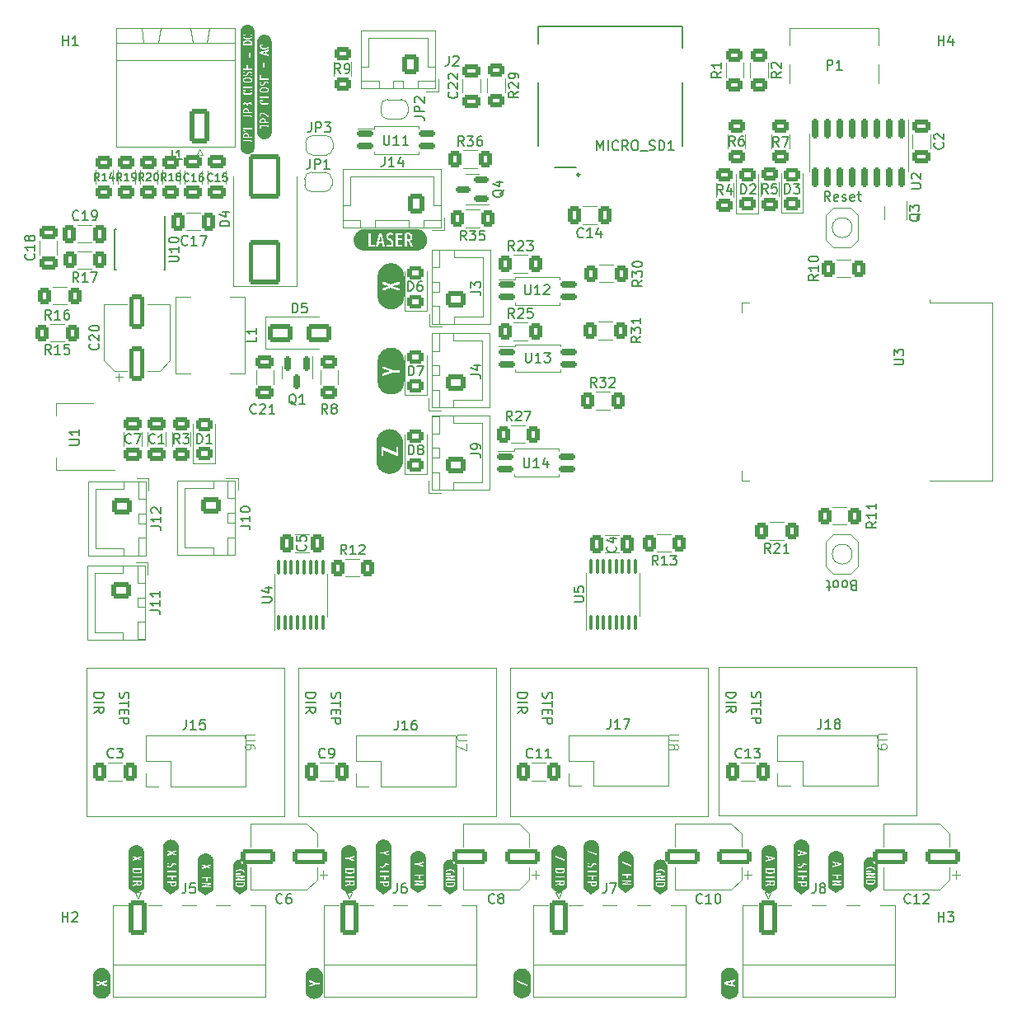
<source format=gbr>
%TF.GenerationSoftware,KiCad,Pcbnew,7.0.8*%
%TF.CreationDate,2023-11-01T12:09:58-04:00*%
%TF.ProjectId,ESP32_CNC,45535033-325f-4434-9e43-2e6b69636164,rev?*%
%TF.SameCoordinates,Original*%
%TF.FileFunction,Legend,Top*%
%TF.FilePolarity,Positive*%
%FSLAX46Y46*%
G04 Gerber Fmt 4.6, Leading zero omitted, Abs format (unit mm)*
G04 Created by KiCad (PCBNEW 7.0.8) date 2023-11-01 12:09:58*
%MOMM*%
%LPD*%
G01*
G04 APERTURE LIST*
G04 Aperture macros list*
%AMRoundRect*
0 Rectangle with rounded corners*
0 $1 Rounding radius*
0 $2 $3 $4 $5 $6 $7 $8 $9 X,Y pos of 4 corners*
0 Add a 4 corners polygon primitive as box body*
4,1,4,$2,$3,$4,$5,$6,$7,$8,$9,$2,$3,0*
0 Add four circle primitives for the rounded corners*
1,1,$1+$1,$2,$3*
1,1,$1+$1,$4,$5*
1,1,$1+$1,$6,$7*
1,1,$1+$1,$8,$9*
0 Add four rect primitives between the rounded corners*
20,1,$1+$1,$2,$3,$4,$5,0*
20,1,$1+$1,$4,$5,$6,$7,0*
20,1,$1+$1,$6,$7,$8,$9,0*
20,1,$1+$1,$8,$9,$2,$3,0*%
%AMFreePoly0*
4,1,19,0.500000,-0.750000,0.000000,-0.750000,0.000000,-0.744911,-0.071157,-0.744911,-0.207708,-0.704816,-0.327430,-0.627875,-0.420627,-0.520320,-0.479746,-0.390866,-0.500000,-0.250000,-0.500000,0.250000,-0.479746,0.390866,-0.420627,0.520320,-0.327430,0.627875,-0.207708,0.704816,-0.071157,0.744911,0.000000,0.744911,0.000000,0.750000,0.500000,0.750000,0.500000,-0.750000,0.500000,-0.750000,
$1*%
%AMFreePoly1*
4,1,19,0.000000,0.744911,0.071157,0.744911,0.207708,0.704816,0.327430,0.627875,0.420627,0.520320,0.479746,0.390866,0.500000,0.250000,0.500000,-0.250000,0.479746,-0.390866,0.420627,-0.520320,0.327430,-0.627875,0.207708,-0.704816,0.071157,-0.744911,0.000000,-0.744911,0.000000,-0.750000,-0.500000,-0.750000,-0.500000,0.750000,0.000000,0.750000,0.000000,0.744911,0.000000,0.744911,
$1*%
G04 Aperture macros list end*
%ADD10C,0.150000*%
%ADD11C,0.100000*%
%ADD12C,0.200000*%
%ADD13C,0.120000*%
%ADD14C,0.203200*%
%ADD15C,0.254000*%
%ADD16RoundRect,0.250000X-0.412500X-0.650000X0.412500X-0.650000X0.412500X0.650000X-0.412500X0.650000X0*%
%ADD17RoundRect,0.250000X1.500000X0.550000X-1.500000X0.550000X-1.500000X-0.550000X1.500000X-0.550000X0*%
%ADD18RoundRect,0.250000X-0.625000X0.400000X-0.625000X-0.400000X0.625000X-0.400000X0.625000X0.400000X0*%
%ADD19RoundRect,0.150000X-0.150000X0.587500X-0.150000X-0.587500X0.150000X-0.587500X0.150000X0.587500X0*%
%ADD20RoundRect,0.250000X-0.650000X0.412500X-0.650000X-0.412500X0.650000X-0.412500X0.650000X0.412500X0*%
%ADD21RoundRect,0.250001X0.624999X-0.462499X0.624999X0.462499X-0.624999X0.462499X-0.624999X-0.462499X0*%
%ADD22RoundRect,0.250000X-0.750000X0.600000X-0.750000X-0.600000X0.750000X-0.600000X0.750000X0.600000X0*%
%ADD23O,2.000000X1.700000*%
%ADD24C,0.650000*%
%ADD25R,0.300000X1.150000*%
%ADD26O,1.000000X2.100000*%
%ADD27O,1.000000X1.600000*%
%ADD28RoundRect,0.250000X0.625000X-0.400000X0.625000X0.400000X-0.625000X0.400000X-0.625000X-0.400000X0*%
%ADD29RoundRect,0.250000X-0.400000X-0.625000X0.400000X-0.625000X0.400000X0.625000X-0.400000X0.625000X0*%
%ADD30RoundRect,0.250000X0.400000X0.625000X-0.400000X0.625000X-0.400000X-0.625000X0.400000X-0.625000X0*%
%ADD31R,0.400000X0.650000*%
%ADD32RoundRect,0.250000X0.750000X-0.600000X0.750000X0.600000X-0.750000X0.600000X-0.750000X-0.600000X0*%
%ADD33C,0.800000*%
%ADD34C,5.000000*%
%ADD35R,1.700000X1.700000*%
%ADD36O,1.700000X1.700000*%
%ADD37R,0.600000X1.550000*%
%ADD38R,3.100000X2.600000*%
%ADD39R,1.600000X1.000000*%
%ADD40FreePoly0,0.000000*%
%ADD41FreePoly1,0.000000*%
%ADD42RoundRect,0.250000X-0.650000X-1.550000X0.650000X-1.550000X0.650000X1.550000X-0.650000X1.550000X0*%
%ADD43O,1.800000X3.600000*%
%ADD44RoundRect,0.100000X0.100000X-0.637500X0.100000X0.637500X-0.100000X0.637500X-0.100000X-0.637500X0*%
%ADD45RoundRect,0.250000X0.600000X0.750000X-0.600000X0.750000X-0.600000X-0.750000X0.600000X-0.750000X0*%
%ADD46O,1.700000X2.000000*%
%ADD47C,1.700000*%
%ADD48RoundRect,0.250000X-1.000000X-0.650000X1.000000X-0.650000X1.000000X0.650000X-1.000000X0.650000X0*%
%ADD49RoundRect,0.150000X-0.662500X-0.150000X0.662500X-0.150000X0.662500X0.150000X-0.662500X0.150000X0*%
%ADD50RoundRect,0.250000X0.412500X0.650000X-0.412500X0.650000X-0.412500X-0.650000X0.412500X-0.650000X0*%
%ADD51R,0.900000X1.500000*%
%ADD52R,1.500000X0.900000*%
%ADD53C,0.600000*%
%ADD54R,4.200000X4.200000*%
%ADD55RoundRect,0.150000X-0.150000X0.825000X-0.150000X-0.825000X0.150000X-0.825000X0.150000X0.825000X0*%
%ADD56RoundRect,0.250000X1.400000X2.000000X-1.400000X2.000000X-1.400000X-2.000000X1.400000X-2.000000X0*%
%ADD57R,3.500000X2.350000*%
%ADD58R,2.000000X1.500000*%
%ADD59R,2.000000X3.800000*%
%ADD60RoundRect,0.250000X0.650000X-0.412500X0.650000X0.412500X-0.650000X0.412500X-0.650000X-0.412500X0*%
%ADD61RoundRect,0.250000X0.600000X0.725000X-0.600000X0.725000X-0.600000X-0.725000X0.600000X-0.725000X0*%
%ADD62O,1.700000X1.950000*%
%ADD63RoundRect,0.150000X0.587500X0.150000X-0.587500X0.150000X-0.587500X-0.150000X0.587500X-0.150000X0*%
%ADD64C,0.999997*%
%ADD65R,0.700000X1.300000*%
%ADD66R,1.447800X1.651000*%
%ADD67R,1.447800X2.438400*%
%ADD68R,1.854200X1.651000*%
%ADD69RoundRect,0.250000X0.550000X-1.500000X0.550000X1.500000X-0.550000X1.500000X-0.550000X-1.500000X0*%
%ADD70RoundRect,0.250000X0.750000X1.550000X-0.750000X1.550000X-0.750000X-1.550000X0.750000X-1.550000X0*%
%ADD71O,2.000000X3.600000*%
G04 APERTURE END LIST*
D10*
X103305642Y-68399580D02*
X103258023Y-68447200D01*
X103258023Y-68447200D02*
X103115166Y-68494819D01*
X103115166Y-68494819D02*
X103019928Y-68494819D01*
X103019928Y-68494819D02*
X102877071Y-68447200D01*
X102877071Y-68447200D02*
X102781833Y-68351961D01*
X102781833Y-68351961D02*
X102734214Y-68256723D01*
X102734214Y-68256723D02*
X102686595Y-68066247D01*
X102686595Y-68066247D02*
X102686595Y-67923390D01*
X102686595Y-67923390D02*
X102734214Y-67732914D01*
X102734214Y-67732914D02*
X102781833Y-67637676D01*
X102781833Y-67637676D02*
X102877071Y-67542438D01*
X102877071Y-67542438D02*
X103019928Y-67494819D01*
X103019928Y-67494819D02*
X103115166Y-67494819D01*
X103115166Y-67494819D02*
X103258023Y-67542438D01*
X103258023Y-67542438D02*
X103305642Y-67590057D01*
X104258023Y-68494819D02*
X103686595Y-68494819D01*
X103972309Y-68494819D02*
X103972309Y-67494819D01*
X103972309Y-67494819D02*
X103877071Y-67637676D01*
X103877071Y-67637676D02*
X103781833Y-67732914D01*
X103781833Y-67732914D02*
X103686595Y-67780533D01*
X104591357Y-67494819D02*
X105258023Y-67494819D01*
X105258023Y-67494819D02*
X104829452Y-68494819D01*
X113036733Y-135988980D02*
X112989114Y-136036600D01*
X112989114Y-136036600D02*
X112846257Y-136084219D01*
X112846257Y-136084219D02*
X112751019Y-136084219D01*
X112751019Y-136084219D02*
X112608162Y-136036600D01*
X112608162Y-136036600D02*
X112512924Y-135941361D01*
X112512924Y-135941361D02*
X112465305Y-135846123D01*
X112465305Y-135846123D02*
X112417686Y-135655647D01*
X112417686Y-135655647D02*
X112417686Y-135512790D01*
X112417686Y-135512790D02*
X112465305Y-135322314D01*
X112465305Y-135322314D02*
X112512924Y-135227076D01*
X112512924Y-135227076D02*
X112608162Y-135131838D01*
X112608162Y-135131838D02*
X112751019Y-135084219D01*
X112751019Y-135084219D02*
X112846257Y-135084219D01*
X112846257Y-135084219D02*
X112989114Y-135131838D01*
X112989114Y-135131838D02*
X113036733Y-135179457D01*
X113893876Y-135084219D02*
X113703400Y-135084219D01*
X113703400Y-135084219D02*
X113608162Y-135131838D01*
X113608162Y-135131838D02*
X113560543Y-135179457D01*
X113560543Y-135179457D02*
X113465305Y-135322314D01*
X113465305Y-135322314D02*
X113417686Y-135512790D01*
X113417686Y-135512790D02*
X113417686Y-135893742D01*
X113417686Y-135893742D02*
X113465305Y-135988980D01*
X113465305Y-135988980D02*
X113512924Y-136036600D01*
X113512924Y-136036600D02*
X113608162Y-136084219D01*
X113608162Y-136084219D02*
X113798638Y-136084219D01*
X113798638Y-136084219D02*
X113893876Y-136036600D01*
X113893876Y-136036600D02*
X113941495Y-135988980D01*
X113941495Y-135988980D02*
X113989114Y-135893742D01*
X113989114Y-135893742D02*
X113989114Y-135655647D01*
X113989114Y-135655647D02*
X113941495Y-135560409D01*
X113941495Y-135560409D02*
X113893876Y-135512790D01*
X113893876Y-135512790D02*
X113798638Y-135465171D01*
X113798638Y-135465171D02*
X113608162Y-135465171D01*
X113608162Y-135465171D02*
X113512924Y-135512790D01*
X113512924Y-135512790D02*
X113465305Y-135560409D01*
X113465305Y-135560409D02*
X113417686Y-135655647D01*
X96513714Y-61856295D02*
X96247047Y-61475342D01*
X96056571Y-61856295D02*
X96056571Y-61056295D01*
X96056571Y-61056295D02*
X96361333Y-61056295D01*
X96361333Y-61056295D02*
X96437523Y-61094390D01*
X96437523Y-61094390D02*
X96475618Y-61132485D01*
X96475618Y-61132485D02*
X96513714Y-61208676D01*
X96513714Y-61208676D02*
X96513714Y-61322961D01*
X96513714Y-61322961D02*
X96475618Y-61399152D01*
X96475618Y-61399152D02*
X96437523Y-61437247D01*
X96437523Y-61437247D02*
X96361333Y-61475342D01*
X96361333Y-61475342D02*
X96056571Y-61475342D01*
X97275618Y-61856295D02*
X96818475Y-61856295D01*
X97047047Y-61856295D02*
X97047047Y-61056295D01*
X97047047Y-61056295D02*
X96970856Y-61170580D01*
X96970856Y-61170580D02*
X96894666Y-61246771D01*
X96894666Y-61246771D02*
X96818475Y-61284866D01*
X97656571Y-61856295D02*
X97808952Y-61856295D01*
X97808952Y-61856295D02*
X97885142Y-61818200D01*
X97885142Y-61818200D02*
X97923238Y-61780104D01*
X97923238Y-61780104D02*
X97999428Y-61665819D01*
X97999428Y-61665819D02*
X98037523Y-61513438D01*
X98037523Y-61513438D02*
X98037523Y-61208676D01*
X98037523Y-61208676D02*
X97999428Y-61132485D01*
X97999428Y-61132485D02*
X97961333Y-61094390D01*
X97961333Y-61094390D02*
X97885142Y-61056295D01*
X97885142Y-61056295D02*
X97732761Y-61056295D01*
X97732761Y-61056295D02*
X97656571Y-61094390D01*
X97656571Y-61094390D02*
X97618476Y-61132485D01*
X97618476Y-61132485D02*
X97580380Y-61208676D01*
X97580380Y-61208676D02*
X97580380Y-61399152D01*
X97580380Y-61399152D02*
X97618476Y-61475342D01*
X97618476Y-61475342D02*
X97656571Y-61513438D01*
X97656571Y-61513438D02*
X97732761Y-61551533D01*
X97732761Y-61551533D02*
X97885142Y-61551533D01*
X97885142Y-61551533D02*
X97961333Y-61513438D01*
X97961333Y-61513438D02*
X97999428Y-61475342D01*
X97999428Y-61475342D02*
X98037523Y-61399152D01*
X156160542Y-135988980D02*
X156112923Y-136036600D01*
X156112923Y-136036600D02*
X155970066Y-136084219D01*
X155970066Y-136084219D02*
X155874828Y-136084219D01*
X155874828Y-136084219D02*
X155731971Y-136036600D01*
X155731971Y-136036600D02*
X155636733Y-135941361D01*
X155636733Y-135941361D02*
X155589114Y-135846123D01*
X155589114Y-135846123D02*
X155541495Y-135655647D01*
X155541495Y-135655647D02*
X155541495Y-135512790D01*
X155541495Y-135512790D02*
X155589114Y-135322314D01*
X155589114Y-135322314D02*
X155636733Y-135227076D01*
X155636733Y-135227076D02*
X155731971Y-135131838D01*
X155731971Y-135131838D02*
X155874828Y-135084219D01*
X155874828Y-135084219D02*
X155970066Y-135084219D01*
X155970066Y-135084219D02*
X156112923Y-135131838D01*
X156112923Y-135131838D02*
X156160542Y-135179457D01*
X157112923Y-136084219D02*
X156541495Y-136084219D01*
X156827209Y-136084219D02*
X156827209Y-135084219D01*
X156827209Y-135084219D02*
X156731971Y-135227076D01*
X156731971Y-135227076D02*
X156636733Y-135322314D01*
X156636733Y-135322314D02*
X156541495Y-135369933D01*
X157731971Y-135084219D02*
X157827209Y-135084219D01*
X157827209Y-135084219D02*
X157922447Y-135131838D01*
X157922447Y-135131838D02*
X157970066Y-135179457D01*
X157970066Y-135179457D02*
X158017685Y-135274695D01*
X158017685Y-135274695D02*
X158065304Y-135465171D01*
X158065304Y-135465171D02*
X158065304Y-135703266D01*
X158065304Y-135703266D02*
X158017685Y-135893742D01*
X158017685Y-135893742D02*
X157970066Y-135988980D01*
X157970066Y-135988980D02*
X157922447Y-136036600D01*
X157922447Y-136036600D02*
X157827209Y-136084219D01*
X157827209Y-136084219D02*
X157731971Y-136084219D01*
X157731971Y-136084219D02*
X157636733Y-136036600D01*
X157636733Y-136036600D02*
X157589114Y-135988980D01*
X157589114Y-135988980D02*
X157541495Y-135893742D01*
X157541495Y-135893742D02*
X157493876Y-135703266D01*
X157493876Y-135703266D02*
X157493876Y-135465171D01*
X157493876Y-135465171D02*
X157541495Y-135274695D01*
X157541495Y-135274695D02*
X157589114Y-135179457D01*
X157589114Y-135179457D02*
X157636733Y-135131838D01*
X157636733Y-135131838D02*
X157731971Y-135084219D01*
X164033333Y-58367319D02*
X163700000Y-57891128D01*
X163461905Y-58367319D02*
X163461905Y-57367319D01*
X163461905Y-57367319D02*
X163842857Y-57367319D01*
X163842857Y-57367319D02*
X163938095Y-57414938D01*
X163938095Y-57414938D02*
X163985714Y-57462557D01*
X163985714Y-57462557D02*
X164033333Y-57557795D01*
X164033333Y-57557795D02*
X164033333Y-57700652D01*
X164033333Y-57700652D02*
X163985714Y-57795890D01*
X163985714Y-57795890D02*
X163938095Y-57843509D01*
X163938095Y-57843509D02*
X163842857Y-57891128D01*
X163842857Y-57891128D02*
X163461905Y-57891128D01*
X164366667Y-57367319D02*
X165033333Y-57367319D01*
X165033333Y-57367319D02*
X164604762Y-58367319D01*
X114458761Y-84878057D02*
X114363523Y-84830438D01*
X114363523Y-84830438D02*
X114268285Y-84735200D01*
X114268285Y-84735200D02*
X114125428Y-84592342D01*
X114125428Y-84592342D02*
X114030190Y-84544723D01*
X114030190Y-84544723D02*
X113934952Y-84544723D01*
X113982571Y-84782819D02*
X113887333Y-84735200D01*
X113887333Y-84735200D02*
X113792095Y-84639961D01*
X113792095Y-84639961D02*
X113744476Y-84449485D01*
X113744476Y-84449485D02*
X113744476Y-84116152D01*
X113744476Y-84116152D02*
X113792095Y-83925676D01*
X113792095Y-83925676D02*
X113887333Y-83830438D01*
X113887333Y-83830438D02*
X113982571Y-83782819D01*
X113982571Y-83782819D02*
X114173047Y-83782819D01*
X114173047Y-83782819D02*
X114268285Y-83830438D01*
X114268285Y-83830438D02*
X114363523Y-83925676D01*
X114363523Y-83925676D02*
X114411142Y-84116152D01*
X114411142Y-84116152D02*
X114411142Y-84449485D01*
X114411142Y-84449485D02*
X114363523Y-84639961D01*
X114363523Y-84639961D02*
X114268285Y-84735200D01*
X114268285Y-84735200D02*
X114173047Y-84782819D01*
X114173047Y-84782819D02*
X113982571Y-84782819D01*
X115363523Y-84782819D02*
X114792095Y-84782819D01*
X115077809Y-84782819D02*
X115077809Y-83782819D01*
X115077809Y-83782819D02*
X114982571Y-83925676D01*
X114982571Y-83925676D02*
X114887333Y-84020914D01*
X114887333Y-84020914D02*
X114792095Y-84068533D01*
X180909580Y-57966666D02*
X180957200Y-58014285D01*
X180957200Y-58014285D02*
X181004819Y-58157142D01*
X181004819Y-58157142D02*
X181004819Y-58252380D01*
X181004819Y-58252380D02*
X180957200Y-58395237D01*
X180957200Y-58395237D02*
X180861961Y-58490475D01*
X180861961Y-58490475D02*
X180766723Y-58538094D01*
X180766723Y-58538094D02*
X180576247Y-58585713D01*
X180576247Y-58585713D02*
X180433390Y-58585713D01*
X180433390Y-58585713D02*
X180242914Y-58538094D01*
X180242914Y-58538094D02*
X180147676Y-58490475D01*
X180147676Y-58490475D02*
X180052438Y-58395237D01*
X180052438Y-58395237D02*
X180004819Y-58252380D01*
X180004819Y-58252380D02*
X180004819Y-58157142D01*
X180004819Y-58157142D02*
X180052438Y-58014285D01*
X180052438Y-58014285D02*
X180100057Y-57966666D01*
X180100057Y-57585713D02*
X180052438Y-57538094D01*
X180052438Y-57538094D02*
X180004819Y-57442856D01*
X180004819Y-57442856D02*
X180004819Y-57204761D01*
X180004819Y-57204761D02*
X180052438Y-57109523D01*
X180052438Y-57109523D02*
X180100057Y-57061904D01*
X180100057Y-57061904D02*
X180195295Y-57014285D01*
X180195295Y-57014285D02*
X180290533Y-57014285D01*
X180290533Y-57014285D02*
X180433390Y-57061904D01*
X180433390Y-57061904D02*
X181004819Y-57633332D01*
X181004819Y-57633332D02*
X181004819Y-57014285D01*
X104265905Y-88834619D02*
X104265905Y-87834619D01*
X104265905Y-87834619D02*
X104504000Y-87834619D01*
X104504000Y-87834619D02*
X104646857Y-87882238D01*
X104646857Y-87882238D02*
X104742095Y-87977476D01*
X104742095Y-87977476D02*
X104789714Y-88072714D01*
X104789714Y-88072714D02*
X104837333Y-88263190D01*
X104837333Y-88263190D02*
X104837333Y-88406047D01*
X104837333Y-88406047D02*
X104789714Y-88596523D01*
X104789714Y-88596523D02*
X104742095Y-88691761D01*
X104742095Y-88691761D02*
X104646857Y-88787000D01*
X104646857Y-88787000D02*
X104504000Y-88834619D01*
X104504000Y-88834619D02*
X104265905Y-88834619D01*
X105789714Y-88834619D02*
X105218286Y-88834619D01*
X105504000Y-88834619D02*
X105504000Y-87834619D01*
X105504000Y-87834619D02*
X105408762Y-87977476D01*
X105408762Y-87977476D02*
X105313524Y-88072714D01*
X105313524Y-88072714D02*
X105218286Y-88120333D01*
X108736619Y-97278723D02*
X109450904Y-97278723D01*
X109450904Y-97278723D02*
X109593761Y-97326342D01*
X109593761Y-97326342D02*
X109689000Y-97421580D01*
X109689000Y-97421580D02*
X109736619Y-97564437D01*
X109736619Y-97564437D02*
X109736619Y-97659675D01*
X109736619Y-96278723D02*
X109736619Y-96850151D01*
X109736619Y-96564437D02*
X108736619Y-96564437D01*
X108736619Y-96564437D02*
X108879476Y-96659675D01*
X108879476Y-96659675D02*
X108974714Y-96754913D01*
X108974714Y-96754913D02*
X109022333Y-96850151D01*
X108736619Y-95659675D02*
X108736619Y-95564437D01*
X108736619Y-95564437D02*
X108784238Y-95469199D01*
X108784238Y-95469199D02*
X108831857Y-95421580D01*
X108831857Y-95421580D02*
X108927095Y-95373961D01*
X108927095Y-95373961D02*
X109117571Y-95326342D01*
X109117571Y-95326342D02*
X109355666Y-95326342D01*
X109355666Y-95326342D02*
X109546142Y-95373961D01*
X109546142Y-95373961D02*
X109641380Y-95421580D01*
X109641380Y-95421580D02*
X109689000Y-95469199D01*
X109689000Y-95469199D02*
X109736619Y-95564437D01*
X109736619Y-95564437D02*
X109736619Y-95659675D01*
X109736619Y-95659675D02*
X109689000Y-95754913D01*
X109689000Y-95754913D02*
X109641380Y-95802532D01*
X109641380Y-95802532D02*
X109546142Y-95850151D01*
X109546142Y-95850151D02*
X109355666Y-95897770D01*
X109355666Y-95897770D02*
X109117571Y-95897770D01*
X109117571Y-95897770D02*
X108927095Y-95850151D01*
X108927095Y-95850151D02*
X108831857Y-95802532D01*
X108831857Y-95802532D02*
X108784238Y-95754913D01*
X108784238Y-95754913D02*
X108736619Y-95659675D01*
X169011905Y-50454819D02*
X169011905Y-49454819D01*
X169011905Y-49454819D02*
X169392857Y-49454819D01*
X169392857Y-49454819D02*
X169488095Y-49502438D01*
X169488095Y-49502438D02*
X169535714Y-49550057D01*
X169535714Y-49550057D02*
X169583333Y-49645295D01*
X169583333Y-49645295D02*
X169583333Y-49788152D01*
X169583333Y-49788152D02*
X169535714Y-49883390D01*
X169535714Y-49883390D02*
X169488095Y-49931009D01*
X169488095Y-49931009D02*
X169392857Y-49978628D01*
X169392857Y-49978628D02*
X169011905Y-49978628D01*
X170535714Y-50454819D02*
X169964286Y-50454819D01*
X170250000Y-50454819D02*
X170250000Y-49454819D01*
X170250000Y-49454819D02*
X170154762Y-49597676D01*
X170154762Y-49597676D02*
X170059524Y-49692914D01*
X170059524Y-49692914D02*
X169964286Y-49740533D01*
X158134819Y-50666666D02*
X157658628Y-50999999D01*
X158134819Y-51238094D02*
X157134819Y-51238094D01*
X157134819Y-51238094D02*
X157134819Y-50857142D01*
X157134819Y-50857142D02*
X157182438Y-50761904D01*
X157182438Y-50761904D02*
X157230057Y-50714285D01*
X157230057Y-50714285D02*
X157325295Y-50666666D01*
X157325295Y-50666666D02*
X157468152Y-50666666D01*
X157468152Y-50666666D02*
X157563390Y-50714285D01*
X157563390Y-50714285D02*
X157611009Y-50761904D01*
X157611009Y-50761904D02*
X157658628Y-50857142D01*
X157658628Y-50857142D02*
X157658628Y-51238094D01*
X158134819Y-49714285D02*
X158134819Y-50285713D01*
X158134819Y-49999999D02*
X157134819Y-49999999D01*
X157134819Y-49999999D02*
X157277676Y-50095237D01*
X157277676Y-50095237D02*
X157372914Y-50190475D01*
X157372914Y-50190475D02*
X157420533Y-50285713D01*
X168094819Y-71508857D02*
X167618628Y-71842190D01*
X168094819Y-72080285D02*
X167094819Y-72080285D01*
X167094819Y-72080285D02*
X167094819Y-71699333D01*
X167094819Y-71699333D02*
X167142438Y-71604095D01*
X167142438Y-71604095D02*
X167190057Y-71556476D01*
X167190057Y-71556476D02*
X167285295Y-71508857D01*
X167285295Y-71508857D02*
X167428152Y-71508857D01*
X167428152Y-71508857D02*
X167523390Y-71556476D01*
X167523390Y-71556476D02*
X167571009Y-71604095D01*
X167571009Y-71604095D02*
X167618628Y-71699333D01*
X167618628Y-71699333D02*
X167618628Y-72080285D01*
X168094819Y-70556476D02*
X168094819Y-71127904D01*
X168094819Y-70842190D02*
X167094819Y-70842190D01*
X167094819Y-70842190D02*
X167237676Y-70937428D01*
X167237676Y-70937428D02*
X167332914Y-71032666D01*
X167332914Y-71032666D02*
X167380533Y-71127904D01*
X167094819Y-69937428D02*
X167094819Y-69842190D01*
X167094819Y-69842190D02*
X167142438Y-69746952D01*
X167142438Y-69746952D02*
X167190057Y-69699333D01*
X167190057Y-69699333D02*
X167285295Y-69651714D01*
X167285295Y-69651714D02*
X167475771Y-69604095D01*
X167475771Y-69604095D02*
X167713866Y-69604095D01*
X167713866Y-69604095D02*
X167904342Y-69651714D01*
X167904342Y-69651714D02*
X167999580Y-69699333D01*
X167999580Y-69699333D02*
X168047200Y-69746952D01*
X168047200Y-69746952D02*
X168094819Y-69842190D01*
X168094819Y-69842190D02*
X168094819Y-69937428D01*
X168094819Y-69937428D02*
X168047200Y-70032666D01*
X168047200Y-70032666D02*
X167999580Y-70080285D01*
X167999580Y-70080285D02*
X167904342Y-70127904D01*
X167904342Y-70127904D02*
X167713866Y-70175523D01*
X167713866Y-70175523D02*
X167475771Y-70175523D01*
X167475771Y-70175523D02*
X167285295Y-70127904D01*
X167285295Y-70127904D02*
X167190057Y-70080285D01*
X167190057Y-70080285D02*
X167142438Y-70032666D01*
X167142438Y-70032666D02*
X167094819Y-69937428D01*
X119626142Y-100234819D02*
X119292809Y-99758628D01*
X119054714Y-100234819D02*
X119054714Y-99234819D01*
X119054714Y-99234819D02*
X119435666Y-99234819D01*
X119435666Y-99234819D02*
X119530904Y-99282438D01*
X119530904Y-99282438D02*
X119578523Y-99330057D01*
X119578523Y-99330057D02*
X119626142Y-99425295D01*
X119626142Y-99425295D02*
X119626142Y-99568152D01*
X119626142Y-99568152D02*
X119578523Y-99663390D01*
X119578523Y-99663390D02*
X119530904Y-99711009D01*
X119530904Y-99711009D02*
X119435666Y-99758628D01*
X119435666Y-99758628D02*
X119054714Y-99758628D01*
X120578523Y-100234819D02*
X120007095Y-100234819D01*
X120292809Y-100234819D02*
X120292809Y-99234819D01*
X120292809Y-99234819D02*
X120197571Y-99377676D01*
X120197571Y-99377676D02*
X120102333Y-99472914D01*
X120102333Y-99472914D02*
X120007095Y-99520533D01*
X120959476Y-99330057D02*
X121007095Y-99282438D01*
X121007095Y-99282438D02*
X121102333Y-99234819D01*
X121102333Y-99234819D02*
X121340428Y-99234819D01*
X121340428Y-99234819D02*
X121435666Y-99282438D01*
X121435666Y-99282438D02*
X121483285Y-99330057D01*
X121483285Y-99330057D02*
X121530904Y-99425295D01*
X121530904Y-99425295D02*
X121530904Y-99520533D01*
X121530904Y-99520533D02*
X121483285Y-99663390D01*
X121483285Y-99663390D02*
X120911857Y-100234819D01*
X120911857Y-100234819D02*
X121530904Y-100234819D01*
X150010019Y-72067657D02*
X149533828Y-72400990D01*
X150010019Y-72639085D02*
X149010019Y-72639085D01*
X149010019Y-72639085D02*
X149010019Y-72258133D01*
X149010019Y-72258133D02*
X149057638Y-72162895D01*
X149057638Y-72162895D02*
X149105257Y-72115276D01*
X149105257Y-72115276D02*
X149200495Y-72067657D01*
X149200495Y-72067657D02*
X149343352Y-72067657D01*
X149343352Y-72067657D02*
X149438590Y-72115276D01*
X149438590Y-72115276D02*
X149486209Y-72162895D01*
X149486209Y-72162895D02*
X149533828Y-72258133D01*
X149533828Y-72258133D02*
X149533828Y-72639085D01*
X149010019Y-71734323D02*
X149010019Y-71115276D01*
X149010019Y-71115276D02*
X149390971Y-71448609D01*
X149390971Y-71448609D02*
X149390971Y-71305752D01*
X149390971Y-71305752D02*
X149438590Y-71210514D01*
X149438590Y-71210514D02*
X149486209Y-71162895D01*
X149486209Y-71162895D02*
X149581447Y-71115276D01*
X149581447Y-71115276D02*
X149819542Y-71115276D01*
X149819542Y-71115276D02*
X149914780Y-71162895D01*
X149914780Y-71162895D02*
X149962400Y-71210514D01*
X149962400Y-71210514D02*
X150010019Y-71305752D01*
X150010019Y-71305752D02*
X150010019Y-71591466D01*
X150010019Y-71591466D02*
X149962400Y-71686704D01*
X149962400Y-71686704D02*
X149914780Y-71734323D01*
X149010019Y-70496228D02*
X149010019Y-70400990D01*
X149010019Y-70400990D02*
X149057638Y-70305752D01*
X149057638Y-70305752D02*
X149105257Y-70258133D01*
X149105257Y-70258133D02*
X149200495Y-70210514D01*
X149200495Y-70210514D02*
X149390971Y-70162895D01*
X149390971Y-70162895D02*
X149629066Y-70162895D01*
X149629066Y-70162895D02*
X149819542Y-70210514D01*
X149819542Y-70210514D02*
X149914780Y-70258133D01*
X149914780Y-70258133D02*
X149962400Y-70305752D01*
X149962400Y-70305752D02*
X150010019Y-70400990D01*
X150010019Y-70400990D02*
X150010019Y-70496228D01*
X150010019Y-70496228D02*
X149962400Y-70591466D01*
X149962400Y-70591466D02*
X149914780Y-70639085D01*
X149914780Y-70639085D02*
X149819542Y-70686704D01*
X149819542Y-70686704D02*
X149629066Y-70734323D01*
X149629066Y-70734323D02*
X149390971Y-70734323D01*
X149390971Y-70734323D02*
X149200495Y-70686704D01*
X149200495Y-70686704D02*
X149105257Y-70639085D01*
X149105257Y-70639085D02*
X149057638Y-70591466D01*
X149057638Y-70591466D02*
X149010019Y-70496228D01*
X163187142Y-100090819D02*
X162853809Y-99614628D01*
X162615714Y-100090819D02*
X162615714Y-99090819D01*
X162615714Y-99090819D02*
X162996666Y-99090819D01*
X162996666Y-99090819D02*
X163091904Y-99138438D01*
X163091904Y-99138438D02*
X163139523Y-99186057D01*
X163139523Y-99186057D02*
X163187142Y-99281295D01*
X163187142Y-99281295D02*
X163187142Y-99424152D01*
X163187142Y-99424152D02*
X163139523Y-99519390D01*
X163139523Y-99519390D02*
X163091904Y-99567009D01*
X163091904Y-99567009D02*
X162996666Y-99614628D01*
X162996666Y-99614628D02*
X162615714Y-99614628D01*
X163568095Y-99186057D02*
X163615714Y-99138438D01*
X163615714Y-99138438D02*
X163710952Y-99090819D01*
X163710952Y-99090819D02*
X163949047Y-99090819D01*
X163949047Y-99090819D02*
X164044285Y-99138438D01*
X164044285Y-99138438D02*
X164091904Y-99186057D01*
X164091904Y-99186057D02*
X164139523Y-99281295D01*
X164139523Y-99281295D02*
X164139523Y-99376533D01*
X164139523Y-99376533D02*
X164091904Y-99519390D01*
X164091904Y-99519390D02*
X163520476Y-100090819D01*
X163520476Y-100090819D02*
X164139523Y-100090819D01*
X165091904Y-100090819D02*
X164520476Y-100090819D01*
X164806190Y-100090819D02*
X164806190Y-99090819D01*
X164806190Y-99090819D02*
X164710952Y-99233676D01*
X164710952Y-99233676D02*
X164615714Y-99328914D01*
X164615714Y-99328914D02*
X164520476Y-99376533D01*
X178572057Y-65246238D02*
X178524438Y-65341476D01*
X178524438Y-65341476D02*
X178429200Y-65436714D01*
X178429200Y-65436714D02*
X178286342Y-65579571D01*
X178286342Y-65579571D02*
X178238723Y-65674809D01*
X178238723Y-65674809D02*
X178238723Y-65770047D01*
X178476819Y-65722428D02*
X178429200Y-65817666D01*
X178429200Y-65817666D02*
X178333961Y-65912904D01*
X178333961Y-65912904D02*
X178143485Y-65960523D01*
X178143485Y-65960523D02*
X177810152Y-65960523D01*
X177810152Y-65960523D02*
X177619676Y-65912904D01*
X177619676Y-65912904D02*
X177524438Y-65817666D01*
X177524438Y-65817666D02*
X177476819Y-65722428D01*
X177476819Y-65722428D02*
X177476819Y-65531952D01*
X177476819Y-65531952D02*
X177524438Y-65436714D01*
X177524438Y-65436714D02*
X177619676Y-65341476D01*
X177619676Y-65341476D02*
X177810152Y-65293857D01*
X177810152Y-65293857D02*
X178143485Y-65293857D01*
X178143485Y-65293857D02*
X178333961Y-65341476D01*
X178333961Y-65341476D02*
X178429200Y-65436714D01*
X178429200Y-65436714D02*
X178476819Y-65531952D01*
X178476819Y-65531952D02*
X178476819Y-65722428D01*
X177476819Y-64960523D02*
X177476819Y-64341476D01*
X177476819Y-64341476D02*
X177857771Y-64674809D01*
X177857771Y-64674809D02*
X177857771Y-64531952D01*
X177857771Y-64531952D02*
X177905390Y-64436714D01*
X177905390Y-64436714D02*
X177953009Y-64389095D01*
X177953009Y-64389095D02*
X178048247Y-64341476D01*
X178048247Y-64341476D02*
X178286342Y-64341476D01*
X178286342Y-64341476D02*
X178381580Y-64389095D01*
X178381580Y-64389095D02*
X178429200Y-64436714D01*
X178429200Y-64436714D02*
X178476819Y-64531952D01*
X178476819Y-64531952D02*
X178476819Y-64817666D01*
X178476819Y-64817666D02*
X178429200Y-64912904D01*
X178429200Y-64912904D02*
X178381580Y-64960523D01*
X126007905Y-81861819D02*
X126007905Y-80861819D01*
X126007905Y-80861819D02*
X126246000Y-80861819D01*
X126246000Y-80861819D02*
X126388857Y-80909438D01*
X126388857Y-80909438D02*
X126484095Y-81004676D01*
X126484095Y-81004676D02*
X126531714Y-81099914D01*
X126531714Y-81099914D02*
X126579333Y-81290390D01*
X126579333Y-81290390D02*
X126579333Y-81433247D01*
X126579333Y-81433247D02*
X126531714Y-81623723D01*
X126531714Y-81623723D02*
X126484095Y-81718961D01*
X126484095Y-81718961D02*
X126388857Y-81814200D01*
X126388857Y-81814200D02*
X126246000Y-81861819D01*
X126246000Y-81861819D02*
X126007905Y-81861819D01*
X126912667Y-80861819D02*
X127579333Y-80861819D01*
X127579333Y-80861819D02*
X127150762Y-81861819D01*
X117689333Y-85798819D02*
X117356000Y-85322628D01*
X117117905Y-85798819D02*
X117117905Y-84798819D01*
X117117905Y-84798819D02*
X117498857Y-84798819D01*
X117498857Y-84798819D02*
X117594095Y-84846438D01*
X117594095Y-84846438D02*
X117641714Y-84894057D01*
X117641714Y-84894057D02*
X117689333Y-84989295D01*
X117689333Y-84989295D02*
X117689333Y-85132152D01*
X117689333Y-85132152D02*
X117641714Y-85227390D01*
X117641714Y-85227390D02*
X117594095Y-85275009D01*
X117594095Y-85275009D02*
X117498857Y-85322628D01*
X117498857Y-85322628D02*
X117117905Y-85322628D01*
X118260762Y-85227390D02*
X118165524Y-85179771D01*
X118165524Y-85179771D02*
X118117905Y-85132152D01*
X118117905Y-85132152D02*
X118070286Y-85036914D01*
X118070286Y-85036914D02*
X118070286Y-84989295D01*
X118070286Y-84989295D02*
X118117905Y-84894057D01*
X118117905Y-84894057D02*
X118165524Y-84846438D01*
X118165524Y-84846438D02*
X118260762Y-84798819D01*
X118260762Y-84798819D02*
X118451238Y-84798819D01*
X118451238Y-84798819D02*
X118546476Y-84846438D01*
X118546476Y-84846438D02*
X118594095Y-84894057D01*
X118594095Y-84894057D02*
X118641714Y-84989295D01*
X118641714Y-84989295D02*
X118641714Y-85036914D01*
X118641714Y-85036914D02*
X118594095Y-85132152D01*
X118594095Y-85132152D02*
X118546476Y-85179771D01*
X118546476Y-85179771D02*
X118451238Y-85227390D01*
X118451238Y-85227390D02*
X118260762Y-85227390D01*
X118260762Y-85227390D02*
X118165524Y-85275009D01*
X118165524Y-85275009D02*
X118117905Y-85322628D01*
X118117905Y-85322628D02*
X118070286Y-85417866D01*
X118070286Y-85417866D02*
X118070286Y-85608342D01*
X118070286Y-85608342D02*
X118117905Y-85703580D01*
X118117905Y-85703580D02*
X118165524Y-85751200D01*
X118165524Y-85751200D02*
X118260762Y-85798819D01*
X118260762Y-85798819D02*
X118451238Y-85798819D01*
X118451238Y-85798819D02*
X118546476Y-85751200D01*
X118546476Y-85751200D02*
X118594095Y-85703580D01*
X118594095Y-85703580D02*
X118641714Y-85608342D01*
X118641714Y-85608342D02*
X118641714Y-85417866D01*
X118641714Y-85417866D02*
X118594095Y-85322628D01*
X118594095Y-85322628D02*
X118546476Y-85275009D01*
X118546476Y-85275009D02*
X118451238Y-85227390D01*
X99946333Y-88751580D02*
X99898714Y-88799200D01*
X99898714Y-88799200D02*
X99755857Y-88846819D01*
X99755857Y-88846819D02*
X99660619Y-88846819D01*
X99660619Y-88846819D02*
X99517762Y-88799200D01*
X99517762Y-88799200D02*
X99422524Y-88703961D01*
X99422524Y-88703961D02*
X99374905Y-88608723D01*
X99374905Y-88608723D02*
X99327286Y-88418247D01*
X99327286Y-88418247D02*
X99327286Y-88275390D01*
X99327286Y-88275390D02*
X99374905Y-88084914D01*
X99374905Y-88084914D02*
X99422524Y-87989676D01*
X99422524Y-87989676D02*
X99517762Y-87894438D01*
X99517762Y-87894438D02*
X99660619Y-87846819D01*
X99660619Y-87846819D02*
X99755857Y-87846819D01*
X99755857Y-87846819D02*
X99898714Y-87894438D01*
X99898714Y-87894438D02*
X99946333Y-87942057D01*
X100898714Y-88846819D02*
X100327286Y-88846819D01*
X100613000Y-88846819D02*
X100613000Y-87846819D01*
X100613000Y-87846819D02*
X100517762Y-87989676D01*
X100517762Y-87989676D02*
X100422524Y-88084914D01*
X100422524Y-88084914D02*
X100327286Y-88132533D01*
X132423819Y-73231333D02*
X133138104Y-73231333D01*
X133138104Y-73231333D02*
X133280961Y-73278952D01*
X133280961Y-73278952D02*
X133376200Y-73374190D01*
X133376200Y-73374190D02*
X133423819Y-73517047D01*
X133423819Y-73517047D02*
X133423819Y-73612285D01*
X132423819Y-72850380D02*
X132423819Y-72231333D01*
X132423819Y-72231333D02*
X132804771Y-72564666D01*
X132804771Y-72564666D02*
X132804771Y-72421809D01*
X132804771Y-72421809D02*
X132852390Y-72326571D01*
X132852390Y-72326571D02*
X132900009Y-72278952D01*
X132900009Y-72278952D02*
X132995247Y-72231333D01*
X132995247Y-72231333D02*
X133233342Y-72231333D01*
X133233342Y-72231333D02*
X133328580Y-72278952D01*
X133328580Y-72278952D02*
X133376200Y-72326571D01*
X133376200Y-72326571D02*
X133423819Y-72421809D01*
X133423819Y-72421809D02*
X133423819Y-72707523D01*
X133423819Y-72707523D02*
X133376200Y-72802761D01*
X133376200Y-72802761D02*
X133328580Y-72850380D01*
X90438095Y-137954819D02*
X90438095Y-136954819D01*
X90438095Y-137431009D02*
X91009523Y-137431009D01*
X91009523Y-137954819D02*
X91009523Y-136954819D01*
X91438095Y-137050057D02*
X91485714Y-137002438D01*
X91485714Y-137002438D02*
X91580952Y-136954819D01*
X91580952Y-136954819D02*
X91819047Y-136954819D01*
X91819047Y-136954819D02*
X91914285Y-137002438D01*
X91914285Y-137002438D02*
X91961904Y-137050057D01*
X91961904Y-137050057D02*
X92009523Y-137145295D01*
X92009523Y-137145295D02*
X92009523Y-137240533D01*
X92009523Y-137240533D02*
X91961904Y-137383390D01*
X91961904Y-137383390D02*
X91390476Y-137954819D01*
X91390476Y-137954819D02*
X92009523Y-137954819D01*
X124920476Y-117260019D02*
X124920476Y-117974304D01*
X124920476Y-117974304D02*
X124872857Y-118117161D01*
X124872857Y-118117161D02*
X124777619Y-118212400D01*
X124777619Y-118212400D02*
X124634762Y-118260019D01*
X124634762Y-118260019D02*
X124539524Y-118260019D01*
X125920476Y-118260019D02*
X125349048Y-118260019D01*
X125634762Y-118260019D02*
X125634762Y-117260019D01*
X125634762Y-117260019D02*
X125539524Y-117402876D01*
X125539524Y-117402876D02*
X125444286Y-117498114D01*
X125444286Y-117498114D02*
X125349048Y-117545733D01*
X126777619Y-117260019D02*
X126587143Y-117260019D01*
X126587143Y-117260019D02*
X126491905Y-117307638D01*
X126491905Y-117307638D02*
X126444286Y-117355257D01*
X126444286Y-117355257D02*
X126349048Y-117498114D01*
X126349048Y-117498114D02*
X126301429Y-117688590D01*
X126301429Y-117688590D02*
X126301429Y-118069542D01*
X126301429Y-118069542D02*
X126349048Y-118164780D01*
X126349048Y-118164780D02*
X126396667Y-118212400D01*
X126396667Y-118212400D02*
X126491905Y-118260019D01*
X126491905Y-118260019D02*
X126682381Y-118260019D01*
X126682381Y-118260019D02*
X126777619Y-118212400D01*
X126777619Y-118212400D02*
X126825238Y-118164780D01*
X126825238Y-118164780D02*
X126872857Y-118069542D01*
X126872857Y-118069542D02*
X126872857Y-117831447D01*
X126872857Y-117831447D02*
X126825238Y-117736209D01*
X126825238Y-117736209D02*
X126777619Y-117688590D01*
X126777619Y-117688590D02*
X126682381Y-117640971D01*
X126682381Y-117640971D02*
X126491905Y-117640971D01*
X126491905Y-117640971D02*
X126396667Y-117688590D01*
X126396667Y-117688590D02*
X126349048Y-117736209D01*
X126349048Y-117736209D02*
X126301429Y-117831447D01*
X119010133Y-50822419D02*
X118676800Y-50346228D01*
X118438705Y-50822419D02*
X118438705Y-49822419D01*
X118438705Y-49822419D02*
X118819657Y-49822419D01*
X118819657Y-49822419D02*
X118914895Y-49870038D01*
X118914895Y-49870038D02*
X118962514Y-49917657D01*
X118962514Y-49917657D02*
X119010133Y-50012895D01*
X119010133Y-50012895D02*
X119010133Y-50155752D01*
X119010133Y-50155752D02*
X118962514Y-50250990D01*
X118962514Y-50250990D02*
X118914895Y-50298609D01*
X118914895Y-50298609D02*
X118819657Y-50346228D01*
X118819657Y-50346228D02*
X118438705Y-50346228D01*
X119486324Y-50822419D02*
X119676800Y-50822419D01*
X119676800Y-50822419D02*
X119772038Y-50774800D01*
X119772038Y-50774800D02*
X119819657Y-50727180D01*
X119819657Y-50727180D02*
X119914895Y-50584323D01*
X119914895Y-50584323D02*
X119962514Y-50393847D01*
X119962514Y-50393847D02*
X119962514Y-50012895D01*
X119962514Y-50012895D02*
X119914895Y-49917657D01*
X119914895Y-49917657D02*
X119867276Y-49870038D01*
X119867276Y-49870038D02*
X119772038Y-49822419D01*
X119772038Y-49822419D02*
X119581562Y-49822419D01*
X119581562Y-49822419D02*
X119486324Y-49870038D01*
X119486324Y-49870038D02*
X119438705Y-49917657D01*
X119438705Y-49917657D02*
X119391086Y-50012895D01*
X119391086Y-50012895D02*
X119391086Y-50250990D01*
X119391086Y-50250990D02*
X119438705Y-50346228D01*
X119438705Y-50346228D02*
X119486324Y-50393847D01*
X119486324Y-50393847D02*
X119581562Y-50441466D01*
X119581562Y-50441466D02*
X119772038Y-50441466D01*
X119772038Y-50441466D02*
X119867276Y-50393847D01*
X119867276Y-50393847D02*
X119914895Y-50346228D01*
X119914895Y-50346228D02*
X119962514Y-50250990D01*
X101379819Y-70166094D02*
X102189342Y-70166094D01*
X102189342Y-70166094D02*
X102284580Y-70118475D01*
X102284580Y-70118475D02*
X102332200Y-70070856D01*
X102332200Y-70070856D02*
X102379819Y-69975618D01*
X102379819Y-69975618D02*
X102379819Y-69785142D01*
X102379819Y-69785142D02*
X102332200Y-69689904D01*
X102332200Y-69689904D02*
X102284580Y-69642285D01*
X102284580Y-69642285D02*
X102189342Y-69594666D01*
X102189342Y-69594666D02*
X101379819Y-69594666D01*
X102379819Y-68594666D02*
X102379819Y-69166094D01*
X102379819Y-68880380D02*
X101379819Y-68880380D01*
X101379819Y-68880380D02*
X101522676Y-68975618D01*
X101522676Y-68975618D02*
X101617914Y-69070856D01*
X101617914Y-69070856D02*
X101665533Y-69166094D01*
X101379819Y-67975618D02*
X101379819Y-67880380D01*
X101379819Y-67880380D02*
X101427438Y-67785142D01*
X101427438Y-67785142D02*
X101475057Y-67737523D01*
X101475057Y-67737523D02*
X101570295Y-67689904D01*
X101570295Y-67689904D02*
X101760771Y-67642285D01*
X101760771Y-67642285D02*
X101998866Y-67642285D01*
X101998866Y-67642285D02*
X102189342Y-67689904D01*
X102189342Y-67689904D02*
X102284580Y-67737523D01*
X102284580Y-67737523D02*
X102332200Y-67785142D01*
X102332200Y-67785142D02*
X102379819Y-67880380D01*
X102379819Y-67880380D02*
X102379819Y-67975618D01*
X102379819Y-67975618D02*
X102332200Y-68070856D01*
X102332200Y-68070856D02*
X102284580Y-68118475D01*
X102284580Y-68118475D02*
X102189342Y-68166094D01*
X102189342Y-68166094D02*
X101998866Y-68213713D01*
X101998866Y-68213713D02*
X101760771Y-68213713D01*
X101760771Y-68213713D02*
X101570295Y-68166094D01*
X101570295Y-68166094D02*
X101475057Y-68118475D01*
X101475057Y-68118475D02*
X101427438Y-68070856D01*
X101427438Y-68070856D02*
X101379819Y-67975618D01*
X171680047Y-103446990D02*
X171537190Y-103399371D01*
X171537190Y-103399371D02*
X171489571Y-103351752D01*
X171489571Y-103351752D02*
X171441952Y-103256514D01*
X171441952Y-103256514D02*
X171441952Y-103113657D01*
X171441952Y-103113657D02*
X171489571Y-103018419D01*
X171489571Y-103018419D02*
X171537190Y-102970800D01*
X171537190Y-102970800D02*
X171632428Y-102923180D01*
X171632428Y-102923180D02*
X172013380Y-102923180D01*
X172013380Y-102923180D02*
X172013380Y-103923180D01*
X172013380Y-103923180D02*
X171680047Y-103923180D01*
X171680047Y-103923180D02*
X171584809Y-103875561D01*
X171584809Y-103875561D02*
X171537190Y-103827942D01*
X171537190Y-103827942D02*
X171489571Y-103732704D01*
X171489571Y-103732704D02*
X171489571Y-103637466D01*
X171489571Y-103637466D02*
X171537190Y-103542228D01*
X171537190Y-103542228D02*
X171584809Y-103494609D01*
X171584809Y-103494609D02*
X171680047Y-103446990D01*
X171680047Y-103446990D02*
X172013380Y-103446990D01*
X170870523Y-102923180D02*
X170965761Y-102970800D01*
X170965761Y-102970800D02*
X171013380Y-103018419D01*
X171013380Y-103018419D02*
X171060999Y-103113657D01*
X171060999Y-103113657D02*
X171060999Y-103399371D01*
X171060999Y-103399371D02*
X171013380Y-103494609D01*
X171013380Y-103494609D02*
X170965761Y-103542228D01*
X170965761Y-103542228D02*
X170870523Y-103589847D01*
X170870523Y-103589847D02*
X170727666Y-103589847D01*
X170727666Y-103589847D02*
X170632428Y-103542228D01*
X170632428Y-103542228D02*
X170584809Y-103494609D01*
X170584809Y-103494609D02*
X170537190Y-103399371D01*
X170537190Y-103399371D02*
X170537190Y-103113657D01*
X170537190Y-103113657D02*
X170584809Y-103018419D01*
X170584809Y-103018419D02*
X170632428Y-102970800D01*
X170632428Y-102970800D02*
X170727666Y-102923180D01*
X170727666Y-102923180D02*
X170870523Y-102923180D01*
X169965761Y-102923180D02*
X170060999Y-102970800D01*
X170060999Y-102970800D02*
X170108618Y-103018419D01*
X170108618Y-103018419D02*
X170156237Y-103113657D01*
X170156237Y-103113657D02*
X170156237Y-103399371D01*
X170156237Y-103399371D02*
X170108618Y-103494609D01*
X170108618Y-103494609D02*
X170060999Y-103542228D01*
X170060999Y-103542228D02*
X169965761Y-103589847D01*
X169965761Y-103589847D02*
X169822904Y-103589847D01*
X169822904Y-103589847D02*
X169727666Y-103542228D01*
X169727666Y-103542228D02*
X169680047Y-103494609D01*
X169680047Y-103494609D02*
X169632428Y-103399371D01*
X169632428Y-103399371D02*
X169632428Y-103113657D01*
X169632428Y-103113657D02*
X169680047Y-103018419D01*
X169680047Y-103018419D02*
X169727666Y-102970800D01*
X169727666Y-102970800D02*
X169822904Y-102923180D01*
X169822904Y-102923180D02*
X169965761Y-102923180D01*
X169346713Y-103589847D02*
X168965761Y-103589847D01*
X169203856Y-103923180D02*
X169203856Y-103066038D01*
X169203856Y-103066038D02*
X169156237Y-102970800D01*
X169156237Y-102970800D02*
X169060999Y-102923180D01*
X169060999Y-102923180D02*
X168965761Y-102923180D01*
X116006666Y-55871619D02*
X116006666Y-56585904D01*
X116006666Y-56585904D02*
X115959047Y-56728761D01*
X115959047Y-56728761D02*
X115863809Y-56824000D01*
X115863809Y-56824000D02*
X115720952Y-56871619D01*
X115720952Y-56871619D02*
X115625714Y-56871619D01*
X116482857Y-56871619D02*
X116482857Y-55871619D01*
X116482857Y-55871619D02*
X116863809Y-55871619D01*
X116863809Y-55871619D02*
X116959047Y-55919238D01*
X116959047Y-55919238D02*
X117006666Y-55966857D01*
X117006666Y-55966857D02*
X117054285Y-56062095D01*
X117054285Y-56062095D02*
X117054285Y-56204952D01*
X117054285Y-56204952D02*
X117006666Y-56300190D01*
X117006666Y-56300190D02*
X116959047Y-56347809D01*
X116959047Y-56347809D02*
X116863809Y-56395428D01*
X116863809Y-56395428D02*
X116482857Y-56395428D01*
X117387619Y-55871619D02*
X118006666Y-55871619D01*
X118006666Y-55871619D02*
X117673333Y-56252571D01*
X117673333Y-56252571D02*
X117816190Y-56252571D01*
X117816190Y-56252571D02*
X117911428Y-56300190D01*
X117911428Y-56300190D02*
X117959047Y-56347809D01*
X117959047Y-56347809D02*
X118006666Y-56443047D01*
X118006666Y-56443047D02*
X118006666Y-56681142D01*
X118006666Y-56681142D02*
X117959047Y-56776380D01*
X117959047Y-56776380D02*
X117911428Y-56824000D01*
X117911428Y-56824000D02*
X117816190Y-56871619D01*
X117816190Y-56871619D02*
X117530476Y-56871619D01*
X117530476Y-56871619D02*
X117435238Y-56824000D01*
X117435238Y-56824000D02*
X117387619Y-56776380D01*
X99491019Y-105965523D02*
X100205304Y-105965523D01*
X100205304Y-105965523D02*
X100348161Y-106013142D01*
X100348161Y-106013142D02*
X100443400Y-106108380D01*
X100443400Y-106108380D02*
X100491019Y-106251237D01*
X100491019Y-106251237D02*
X100491019Y-106346475D01*
X100491019Y-104965523D02*
X100491019Y-105536951D01*
X100491019Y-105251237D02*
X99491019Y-105251237D01*
X99491019Y-105251237D02*
X99633876Y-105346475D01*
X99633876Y-105346475D02*
X99729114Y-105441713D01*
X99729114Y-105441713D02*
X99776733Y-105536951D01*
X100491019Y-104013142D02*
X100491019Y-104584570D01*
X100491019Y-104298856D02*
X99491019Y-104298856D01*
X99491019Y-104298856D02*
X99633876Y-104394094D01*
X99633876Y-104394094D02*
X99729114Y-104489332D01*
X99729114Y-104489332D02*
X99776733Y-104584570D01*
X124825066Y-134001719D02*
X124825066Y-134716004D01*
X124825066Y-134716004D02*
X124777447Y-134858861D01*
X124777447Y-134858861D02*
X124682209Y-134954100D01*
X124682209Y-134954100D02*
X124539352Y-135001719D01*
X124539352Y-135001719D02*
X124444114Y-135001719D01*
X125729828Y-134001719D02*
X125539352Y-134001719D01*
X125539352Y-134001719D02*
X125444114Y-134049338D01*
X125444114Y-134049338D02*
X125396495Y-134096957D01*
X125396495Y-134096957D02*
X125301257Y-134239814D01*
X125301257Y-134239814D02*
X125253638Y-134430290D01*
X125253638Y-134430290D02*
X125253638Y-134811242D01*
X125253638Y-134811242D02*
X125301257Y-134906480D01*
X125301257Y-134906480D02*
X125348876Y-134954100D01*
X125348876Y-134954100D02*
X125444114Y-135001719D01*
X125444114Y-135001719D02*
X125634590Y-135001719D01*
X125634590Y-135001719D02*
X125729828Y-134954100D01*
X125729828Y-134954100D02*
X125777447Y-134906480D01*
X125777447Y-134906480D02*
X125825066Y-134811242D01*
X125825066Y-134811242D02*
X125825066Y-134573147D01*
X125825066Y-134573147D02*
X125777447Y-134477909D01*
X125777447Y-134477909D02*
X125729828Y-134430290D01*
X125729828Y-134430290D02*
X125634590Y-134382671D01*
X125634590Y-134382671D02*
X125444114Y-134382671D01*
X125444114Y-134382671D02*
X125348876Y-134430290D01*
X125348876Y-134430290D02*
X125301257Y-134477909D01*
X125301257Y-134477909D02*
X125253638Y-134573147D01*
X110948419Y-105155904D02*
X111757942Y-105155904D01*
X111757942Y-105155904D02*
X111853180Y-105108285D01*
X111853180Y-105108285D02*
X111900800Y-105060666D01*
X111900800Y-105060666D02*
X111948419Y-104965428D01*
X111948419Y-104965428D02*
X111948419Y-104774952D01*
X111948419Y-104774952D02*
X111900800Y-104679714D01*
X111900800Y-104679714D02*
X111853180Y-104632095D01*
X111853180Y-104632095D02*
X111757942Y-104584476D01*
X111757942Y-104584476D02*
X110948419Y-104584476D01*
X111281752Y-103679714D02*
X111948419Y-103679714D01*
X110900800Y-103917809D02*
X111615085Y-104155904D01*
X111615085Y-104155904D02*
X111615085Y-103536857D01*
X89277142Y-76114819D02*
X88943809Y-75638628D01*
X88705714Y-76114819D02*
X88705714Y-75114819D01*
X88705714Y-75114819D02*
X89086666Y-75114819D01*
X89086666Y-75114819D02*
X89181904Y-75162438D01*
X89181904Y-75162438D02*
X89229523Y-75210057D01*
X89229523Y-75210057D02*
X89277142Y-75305295D01*
X89277142Y-75305295D02*
X89277142Y-75448152D01*
X89277142Y-75448152D02*
X89229523Y-75543390D01*
X89229523Y-75543390D02*
X89181904Y-75591009D01*
X89181904Y-75591009D02*
X89086666Y-75638628D01*
X89086666Y-75638628D02*
X88705714Y-75638628D01*
X90229523Y-76114819D02*
X89658095Y-76114819D01*
X89943809Y-76114819D02*
X89943809Y-75114819D01*
X89943809Y-75114819D02*
X89848571Y-75257676D01*
X89848571Y-75257676D02*
X89753333Y-75352914D01*
X89753333Y-75352914D02*
X89658095Y-75400533D01*
X91086666Y-75114819D02*
X90896190Y-75114819D01*
X90896190Y-75114819D02*
X90800952Y-75162438D01*
X90800952Y-75162438D02*
X90753333Y-75210057D01*
X90753333Y-75210057D02*
X90658095Y-75352914D01*
X90658095Y-75352914D02*
X90610476Y-75543390D01*
X90610476Y-75543390D02*
X90610476Y-75924342D01*
X90610476Y-75924342D02*
X90658095Y-76019580D01*
X90658095Y-76019580D02*
X90705714Y-76067200D01*
X90705714Y-76067200D02*
X90800952Y-76114819D01*
X90800952Y-76114819D02*
X90991428Y-76114819D01*
X90991428Y-76114819D02*
X91086666Y-76067200D01*
X91086666Y-76067200D02*
X91134285Y-76019580D01*
X91134285Y-76019580D02*
X91181904Y-75924342D01*
X91181904Y-75924342D02*
X91181904Y-75686247D01*
X91181904Y-75686247D02*
X91134285Y-75591009D01*
X91134285Y-75591009D02*
X91086666Y-75543390D01*
X91086666Y-75543390D02*
X90991428Y-75495771D01*
X90991428Y-75495771D02*
X90800952Y-75495771D01*
X90800952Y-75495771D02*
X90705714Y-75543390D01*
X90705714Y-75543390D02*
X90658095Y-75591009D01*
X90658095Y-75591009D02*
X90610476Y-75686247D01*
X130171866Y-49035619D02*
X130171866Y-49749904D01*
X130171866Y-49749904D02*
X130124247Y-49892761D01*
X130124247Y-49892761D02*
X130029009Y-49988000D01*
X130029009Y-49988000D02*
X129886152Y-50035619D01*
X129886152Y-50035619D02*
X129790914Y-50035619D01*
X130600438Y-49130857D02*
X130648057Y-49083238D01*
X130648057Y-49083238D02*
X130743295Y-49035619D01*
X130743295Y-49035619D02*
X130981390Y-49035619D01*
X130981390Y-49035619D02*
X131076628Y-49083238D01*
X131076628Y-49083238D02*
X131124247Y-49130857D01*
X131124247Y-49130857D02*
X131171866Y-49226095D01*
X131171866Y-49226095D02*
X131171866Y-49321333D01*
X131171866Y-49321333D02*
X131124247Y-49464190D01*
X131124247Y-49464190D02*
X130552819Y-50035619D01*
X130552819Y-50035619D02*
X131171866Y-50035619D01*
X158313333Y-63267319D02*
X157980000Y-62791128D01*
X157741905Y-63267319D02*
X157741905Y-62267319D01*
X157741905Y-62267319D02*
X158122857Y-62267319D01*
X158122857Y-62267319D02*
X158218095Y-62314938D01*
X158218095Y-62314938D02*
X158265714Y-62362557D01*
X158265714Y-62362557D02*
X158313333Y-62457795D01*
X158313333Y-62457795D02*
X158313333Y-62600652D01*
X158313333Y-62600652D02*
X158265714Y-62695890D01*
X158265714Y-62695890D02*
X158218095Y-62743509D01*
X158218095Y-62743509D02*
X158122857Y-62791128D01*
X158122857Y-62791128D02*
X157741905Y-62791128D01*
X159170476Y-62600652D02*
X159170476Y-63267319D01*
X158932381Y-62219700D02*
X158694286Y-62933985D01*
X158694286Y-62933985D02*
X159313333Y-62933985D01*
D11*
X175135980Y-118667495D02*
X174326457Y-118667495D01*
X174326457Y-118667495D02*
X174231219Y-118715114D01*
X174231219Y-118715114D02*
X174183600Y-118762733D01*
X174183600Y-118762733D02*
X174135980Y-118857971D01*
X174135980Y-118857971D02*
X174135980Y-119048447D01*
X174135980Y-119048447D02*
X174183600Y-119143685D01*
X174183600Y-119143685D02*
X174231219Y-119191304D01*
X174231219Y-119191304D02*
X174326457Y-119238923D01*
X174326457Y-119238923D02*
X175135980Y-119238923D01*
X174135980Y-119762733D02*
X174135980Y-119953209D01*
X174135980Y-119953209D02*
X174183600Y-120048447D01*
X174183600Y-120048447D02*
X174231219Y-120096066D01*
X174231219Y-120096066D02*
X174374076Y-120191304D01*
X174374076Y-120191304D02*
X174564552Y-120238923D01*
X174564552Y-120238923D02*
X174945504Y-120238923D01*
X174945504Y-120238923D02*
X175040742Y-120191304D01*
X175040742Y-120191304D02*
X175088361Y-120143685D01*
X175088361Y-120143685D02*
X175135980Y-120048447D01*
X175135980Y-120048447D02*
X175135980Y-119857971D01*
X175135980Y-119857971D02*
X175088361Y-119762733D01*
X175088361Y-119762733D02*
X175040742Y-119715114D01*
X175040742Y-119715114D02*
X174945504Y-119667495D01*
X174945504Y-119667495D02*
X174707409Y-119667495D01*
X174707409Y-119667495D02*
X174612171Y-119715114D01*
X174612171Y-119715114D02*
X174564552Y-119762733D01*
X174564552Y-119762733D02*
X174516933Y-119857971D01*
X174516933Y-119857971D02*
X174516933Y-120048447D01*
X174516933Y-120048447D02*
X174564552Y-120143685D01*
X174564552Y-120143685D02*
X174612171Y-120191304D01*
X174612171Y-120191304D02*
X174707409Y-120238923D01*
D12*
X158626180Y-114399073D02*
X159626180Y-114399073D01*
X159626180Y-114399073D02*
X159626180Y-114637168D01*
X159626180Y-114637168D02*
X159578561Y-114780025D01*
X159578561Y-114780025D02*
X159483323Y-114875263D01*
X159483323Y-114875263D02*
X159388085Y-114922882D01*
X159388085Y-114922882D02*
X159197609Y-114970501D01*
X159197609Y-114970501D02*
X159054752Y-114970501D01*
X159054752Y-114970501D02*
X158864276Y-114922882D01*
X158864276Y-114922882D02*
X158769038Y-114875263D01*
X158769038Y-114875263D02*
X158673800Y-114780025D01*
X158673800Y-114780025D02*
X158626180Y-114637168D01*
X158626180Y-114637168D02*
X158626180Y-114399073D01*
X158626180Y-115399073D02*
X159626180Y-115399073D01*
X158626180Y-116446691D02*
X159102371Y-116113358D01*
X158626180Y-115875263D02*
X159626180Y-115875263D01*
X159626180Y-115875263D02*
X159626180Y-116256215D01*
X159626180Y-116256215D02*
X159578561Y-116351453D01*
X159578561Y-116351453D02*
X159530942Y-116399072D01*
X159530942Y-116399072D02*
X159435704Y-116446691D01*
X159435704Y-116446691D02*
X159292847Y-116446691D01*
X159292847Y-116446691D02*
X159197609Y-116399072D01*
X159197609Y-116399072D02*
X159149990Y-116351453D01*
X159149990Y-116351453D02*
X159102371Y-116256215D01*
X159102371Y-116256215D02*
X159102371Y-115875263D01*
X161273800Y-114351454D02*
X161226180Y-114494311D01*
X161226180Y-114494311D02*
X161226180Y-114732406D01*
X161226180Y-114732406D02*
X161273800Y-114827644D01*
X161273800Y-114827644D02*
X161321419Y-114875263D01*
X161321419Y-114875263D02*
X161416657Y-114922882D01*
X161416657Y-114922882D02*
X161511895Y-114922882D01*
X161511895Y-114922882D02*
X161607133Y-114875263D01*
X161607133Y-114875263D02*
X161654752Y-114827644D01*
X161654752Y-114827644D02*
X161702371Y-114732406D01*
X161702371Y-114732406D02*
X161749990Y-114541930D01*
X161749990Y-114541930D02*
X161797609Y-114446692D01*
X161797609Y-114446692D02*
X161845228Y-114399073D01*
X161845228Y-114399073D02*
X161940466Y-114351454D01*
X161940466Y-114351454D02*
X162035704Y-114351454D01*
X162035704Y-114351454D02*
X162130942Y-114399073D01*
X162130942Y-114399073D02*
X162178561Y-114446692D01*
X162178561Y-114446692D02*
X162226180Y-114541930D01*
X162226180Y-114541930D02*
X162226180Y-114780025D01*
X162226180Y-114780025D02*
X162178561Y-114922882D01*
X162226180Y-115208597D02*
X162226180Y-115780025D01*
X161226180Y-115494311D02*
X162226180Y-115494311D01*
X161749990Y-116113359D02*
X161749990Y-116446692D01*
X161226180Y-116589549D02*
X161226180Y-116113359D01*
X161226180Y-116113359D02*
X162226180Y-116113359D01*
X162226180Y-116113359D02*
X162226180Y-116589549D01*
X161226180Y-117018121D02*
X162226180Y-117018121D01*
X162226180Y-117018121D02*
X162226180Y-117399073D01*
X162226180Y-117399073D02*
X162178561Y-117494311D01*
X162178561Y-117494311D02*
X162130942Y-117541930D01*
X162130942Y-117541930D02*
X162035704Y-117589549D01*
X162035704Y-117589549D02*
X161892847Y-117589549D01*
X161892847Y-117589549D02*
X161797609Y-117541930D01*
X161797609Y-117541930D02*
X161749990Y-117494311D01*
X161749990Y-117494311D02*
X161702371Y-117399073D01*
X161702371Y-117399073D02*
X161702371Y-117018121D01*
D10*
X92105642Y-72272319D02*
X91772309Y-71796128D01*
X91534214Y-72272319D02*
X91534214Y-71272319D01*
X91534214Y-71272319D02*
X91915166Y-71272319D01*
X91915166Y-71272319D02*
X92010404Y-71319938D01*
X92010404Y-71319938D02*
X92058023Y-71367557D01*
X92058023Y-71367557D02*
X92105642Y-71462795D01*
X92105642Y-71462795D02*
X92105642Y-71605652D01*
X92105642Y-71605652D02*
X92058023Y-71700890D01*
X92058023Y-71700890D02*
X92010404Y-71748509D01*
X92010404Y-71748509D02*
X91915166Y-71796128D01*
X91915166Y-71796128D02*
X91534214Y-71796128D01*
X93058023Y-72272319D02*
X92486595Y-72272319D01*
X92772309Y-72272319D02*
X92772309Y-71272319D01*
X92772309Y-71272319D02*
X92677071Y-71415176D01*
X92677071Y-71415176D02*
X92581833Y-71510414D01*
X92581833Y-71510414D02*
X92486595Y-71558033D01*
X93391357Y-71272319D02*
X94058023Y-71272319D01*
X94058023Y-71272319D02*
X93629452Y-72272319D01*
X164274819Y-50666666D02*
X163798628Y-50999999D01*
X164274819Y-51238094D02*
X163274819Y-51238094D01*
X163274819Y-51238094D02*
X163274819Y-50857142D01*
X163274819Y-50857142D02*
X163322438Y-50761904D01*
X163322438Y-50761904D02*
X163370057Y-50714285D01*
X163370057Y-50714285D02*
X163465295Y-50666666D01*
X163465295Y-50666666D02*
X163608152Y-50666666D01*
X163608152Y-50666666D02*
X163703390Y-50714285D01*
X163703390Y-50714285D02*
X163751009Y-50761904D01*
X163751009Y-50761904D02*
X163798628Y-50857142D01*
X163798628Y-50857142D02*
X163798628Y-51238094D01*
X163370057Y-50285713D02*
X163322438Y-50238094D01*
X163322438Y-50238094D02*
X163274819Y-50142856D01*
X163274819Y-50142856D02*
X163274819Y-49904761D01*
X163274819Y-49904761D02*
X163322438Y-49809523D01*
X163322438Y-49809523D02*
X163370057Y-49761904D01*
X163370057Y-49761904D02*
X163465295Y-49714285D01*
X163465295Y-49714285D02*
X163560533Y-49714285D01*
X163560533Y-49714285D02*
X163703390Y-49761904D01*
X163703390Y-49761904D02*
X164274819Y-50333332D01*
X164274819Y-50333332D02*
X164274819Y-49714285D01*
X114069905Y-75424819D02*
X114069905Y-74424819D01*
X114069905Y-74424819D02*
X114308000Y-74424819D01*
X114308000Y-74424819D02*
X114450857Y-74472438D01*
X114450857Y-74472438D02*
X114546095Y-74567676D01*
X114546095Y-74567676D02*
X114593714Y-74662914D01*
X114593714Y-74662914D02*
X114641333Y-74853390D01*
X114641333Y-74853390D02*
X114641333Y-74996247D01*
X114641333Y-74996247D02*
X114593714Y-75186723D01*
X114593714Y-75186723D02*
X114546095Y-75281961D01*
X114546095Y-75281961D02*
X114450857Y-75377200D01*
X114450857Y-75377200D02*
X114308000Y-75424819D01*
X114308000Y-75424819D02*
X114069905Y-75424819D01*
X115546095Y-74424819D02*
X115069905Y-74424819D01*
X115069905Y-74424819D02*
X115022286Y-74901009D01*
X115022286Y-74901009D02*
X115069905Y-74853390D01*
X115069905Y-74853390D02*
X115165143Y-74805771D01*
X115165143Y-74805771D02*
X115403238Y-74805771D01*
X115403238Y-74805771D02*
X115498476Y-74853390D01*
X115498476Y-74853390D02*
X115546095Y-74901009D01*
X115546095Y-74901009D02*
X115593714Y-74996247D01*
X115593714Y-74996247D02*
X115593714Y-75234342D01*
X115593714Y-75234342D02*
X115546095Y-75329580D01*
X115546095Y-75329580D02*
X115498476Y-75377200D01*
X115498476Y-75377200D02*
X115403238Y-75424819D01*
X115403238Y-75424819D02*
X115165143Y-75424819D01*
X115165143Y-75424819D02*
X115069905Y-75377200D01*
X115069905Y-75377200D02*
X115022286Y-75329580D01*
X137966805Y-72530619D02*
X137966805Y-73340142D01*
X137966805Y-73340142D02*
X138014424Y-73435380D01*
X138014424Y-73435380D02*
X138062043Y-73483000D01*
X138062043Y-73483000D02*
X138157281Y-73530619D01*
X138157281Y-73530619D02*
X138347757Y-73530619D01*
X138347757Y-73530619D02*
X138442995Y-73483000D01*
X138442995Y-73483000D02*
X138490614Y-73435380D01*
X138490614Y-73435380D02*
X138538233Y-73340142D01*
X138538233Y-73340142D02*
X138538233Y-72530619D01*
X139538233Y-73530619D02*
X138966805Y-73530619D01*
X139252519Y-73530619D02*
X139252519Y-72530619D01*
X139252519Y-72530619D02*
X139157281Y-72673476D01*
X139157281Y-72673476D02*
X139062043Y-72768714D01*
X139062043Y-72768714D02*
X138966805Y-72816333D01*
X139919186Y-72625857D02*
X139966805Y-72578238D01*
X139966805Y-72578238D02*
X140062043Y-72530619D01*
X140062043Y-72530619D02*
X140300138Y-72530619D01*
X140300138Y-72530619D02*
X140395376Y-72578238D01*
X140395376Y-72578238D02*
X140442995Y-72625857D01*
X140442995Y-72625857D02*
X140490614Y-72721095D01*
X140490614Y-72721095D02*
X140490614Y-72816333D01*
X140490614Y-72816333D02*
X140442995Y-72959190D01*
X140442995Y-72959190D02*
X139871567Y-73530619D01*
X139871567Y-73530619D02*
X140490614Y-73530619D01*
X89273142Y-79674819D02*
X88939809Y-79198628D01*
X88701714Y-79674819D02*
X88701714Y-78674819D01*
X88701714Y-78674819D02*
X89082666Y-78674819D01*
X89082666Y-78674819D02*
X89177904Y-78722438D01*
X89177904Y-78722438D02*
X89225523Y-78770057D01*
X89225523Y-78770057D02*
X89273142Y-78865295D01*
X89273142Y-78865295D02*
X89273142Y-79008152D01*
X89273142Y-79008152D02*
X89225523Y-79103390D01*
X89225523Y-79103390D02*
X89177904Y-79151009D01*
X89177904Y-79151009D02*
X89082666Y-79198628D01*
X89082666Y-79198628D02*
X88701714Y-79198628D01*
X90225523Y-79674819D02*
X89654095Y-79674819D01*
X89939809Y-79674819D02*
X89939809Y-78674819D01*
X89939809Y-78674819D02*
X89844571Y-78817676D01*
X89844571Y-78817676D02*
X89749333Y-78912914D01*
X89749333Y-78912914D02*
X89654095Y-78960533D01*
X91130285Y-78674819D02*
X90654095Y-78674819D01*
X90654095Y-78674819D02*
X90606476Y-79151009D01*
X90606476Y-79151009D02*
X90654095Y-79103390D01*
X90654095Y-79103390D02*
X90749333Y-79055771D01*
X90749333Y-79055771D02*
X90987428Y-79055771D01*
X90987428Y-79055771D02*
X91082666Y-79103390D01*
X91082666Y-79103390D02*
X91130285Y-79151009D01*
X91130285Y-79151009D02*
X91177904Y-79246247D01*
X91177904Y-79246247D02*
X91177904Y-79484342D01*
X91177904Y-79484342D02*
X91130285Y-79579580D01*
X91130285Y-79579580D02*
X91082666Y-79627200D01*
X91082666Y-79627200D02*
X90987428Y-79674819D01*
X90987428Y-79674819D02*
X90749333Y-79674819D01*
X90749333Y-79674819D02*
X90654095Y-79627200D01*
X90654095Y-79627200D02*
X90606476Y-79579580D01*
X145305542Y-83064419D02*
X144972209Y-82588228D01*
X144734114Y-83064419D02*
X144734114Y-82064419D01*
X144734114Y-82064419D02*
X145115066Y-82064419D01*
X145115066Y-82064419D02*
X145210304Y-82112038D01*
X145210304Y-82112038D02*
X145257923Y-82159657D01*
X145257923Y-82159657D02*
X145305542Y-82254895D01*
X145305542Y-82254895D02*
X145305542Y-82397752D01*
X145305542Y-82397752D02*
X145257923Y-82492990D01*
X145257923Y-82492990D02*
X145210304Y-82540609D01*
X145210304Y-82540609D02*
X145115066Y-82588228D01*
X145115066Y-82588228D02*
X144734114Y-82588228D01*
X145638876Y-82064419D02*
X146257923Y-82064419D01*
X146257923Y-82064419D02*
X145924590Y-82445371D01*
X145924590Y-82445371D02*
X146067447Y-82445371D01*
X146067447Y-82445371D02*
X146162685Y-82492990D01*
X146162685Y-82492990D02*
X146210304Y-82540609D01*
X146210304Y-82540609D02*
X146257923Y-82635847D01*
X146257923Y-82635847D02*
X146257923Y-82873942D01*
X146257923Y-82873942D02*
X146210304Y-82969180D01*
X146210304Y-82969180D02*
X146162685Y-83016800D01*
X146162685Y-83016800D02*
X146067447Y-83064419D01*
X146067447Y-83064419D02*
X145781733Y-83064419D01*
X145781733Y-83064419D02*
X145686495Y-83016800D01*
X145686495Y-83016800D02*
X145638876Y-82969180D01*
X146638876Y-82159657D02*
X146686495Y-82112038D01*
X146686495Y-82112038D02*
X146781733Y-82064419D01*
X146781733Y-82064419D02*
X147019828Y-82064419D01*
X147019828Y-82064419D02*
X147115066Y-82112038D01*
X147115066Y-82112038D02*
X147162685Y-82159657D01*
X147162685Y-82159657D02*
X147210304Y-82254895D01*
X147210304Y-82254895D02*
X147210304Y-82350133D01*
X147210304Y-82350133D02*
X147162685Y-82492990D01*
X147162685Y-82492990D02*
X146591257Y-83064419D01*
X146591257Y-83064419D02*
X147210304Y-83064419D01*
X149857619Y-77858857D02*
X149381428Y-78192190D01*
X149857619Y-78430285D02*
X148857619Y-78430285D01*
X148857619Y-78430285D02*
X148857619Y-78049333D01*
X148857619Y-78049333D02*
X148905238Y-77954095D01*
X148905238Y-77954095D02*
X148952857Y-77906476D01*
X148952857Y-77906476D02*
X149048095Y-77858857D01*
X149048095Y-77858857D02*
X149190952Y-77858857D01*
X149190952Y-77858857D02*
X149286190Y-77906476D01*
X149286190Y-77906476D02*
X149333809Y-77954095D01*
X149333809Y-77954095D02*
X149381428Y-78049333D01*
X149381428Y-78049333D02*
X149381428Y-78430285D01*
X148857619Y-77525523D02*
X148857619Y-76906476D01*
X148857619Y-76906476D02*
X149238571Y-77239809D01*
X149238571Y-77239809D02*
X149238571Y-77096952D01*
X149238571Y-77096952D02*
X149286190Y-77001714D01*
X149286190Y-77001714D02*
X149333809Y-76954095D01*
X149333809Y-76954095D02*
X149429047Y-76906476D01*
X149429047Y-76906476D02*
X149667142Y-76906476D01*
X149667142Y-76906476D02*
X149762380Y-76954095D01*
X149762380Y-76954095D02*
X149810000Y-77001714D01*
X149810000Y-77001714D02*
X149857619Y-77096952D01*
X149857619Y-77096952D02*
X149857619Y-77382666D01*
X149857619Y-77382666D02*
X149810000Y-77477904D01*
X149810000Y-77477904D02*
X149762380Y-77525523D01*
X149857619Y-75954095D02*
X149857619Y-76525523D01*
X149857619Y-76239809D02*
X148857619Y-76239809D01*
X148857619Y-76239809D02*
X149000476Y-76335047D01*
X149000476Y-76335047D02*
X149095714Y-76430285D01*
X149095714Y-76430285D02*
X149143333Y-76525523D01*
X137301219Y-52712857D02*
X136825028Y-53046190D01*
X137301219Y-53284285D02*
X136301219Y-53284285D01*
X136301219Y-53284285D02*
X136301219Y-52903333D01*
X136301219Y-52903333D02*
X136348838Y-52808095D01*
X136348838Y-52808095D02*
X136396457Y-52760476D01*
X136396457Y-52760476D02*
X136491695Y-52712857D01*
X136491695Y-52712857D02*
X136634552Y-52712857D01*
X136634552Y-52712857D02*
X136729790Y-52760476D01*
X136729790Y-52760476D02*
X136777409Y-52808095D01*
X136777409Y-52808095D02*
X136825028Y-52903333D01*
X136825028Y-52903333D02*
X136825028Y-53284285D01*
X136396457Y-52331904D02*
X136348838Y-52284285D01*
X136348838Y-52284285D02*
X136301219Y-52189047D01*
X136301219Y-52189047D02*
X136301219Y-51950952D01*
X136301219Y-51950952D02*
X136348838Y-51855714D01*
X136348838Y-51855714D02*
X136396457Y-51808095D01*
X136396457Y-51808095D02*
X136491695Y-51760476D01*
X136491695Y-51760476D02*
X136586933Y-51760476D01*
X136586933Y-51760476D02*
X136729790Y-51808095D01*
X136729790Y-51808095D02*
X137301219Y-52379523D01*
X137301219Y-52379523D02*
X137301219Y-51760476D01*
X137301219Y-51284285D02*
X137301219Y-51093809D01*
X137301219Y-51093809D02*
X137253600Y-50998571D01*
X137253600Y-50998571D02*
X137205980Y-50950952D01*
X137205980Y-50950952D02*
X137063123Y-50855714D01*
X137063123Y-50855714D02*
X136872647Y-50808095D01*
X136872647Y-50808095D02*
X136491695Y-50808095D01*
X136491695Y-50808095D02*
X136396457Y-50855714D01*
X136396457Y-50855714D02*
X136348838Y-50903333D01*
X136348838Y-50903333D02*
X136301219Y-50998571D01*
X136301219Y-50998571D02*
X136301219Y-51189047D01*
X136301219Y-51189047D02*
X136348838Y-51284285D01*
X136348838Y-51284285D02*
X136396457Y-51331904D01*
X136396457Y-51331904D02*
X136491695Y-51379523D01*
X136491695Y-51379523D02*
X136729790Y-51379523D01*
X136729790Y-51379523D02*
X136825028Y-51331904D01*
X136825028Y-51331904D02*
X136872647Y-51284285D01*
X136872647Y-51284285D02*
X136920266Y-51189047D01*
X136920266Y-51189047D02*
X136920266Y-50998571D01*
X136920266Y-50998571D02*
X136872647Y-50903333D01*
X136872647Y-50903333D02*
X136825028Y-50855714D01*
X136825028Y-50855714D02*
X136729790Y-50808095D01*
X143957142Y-67609580D02*
X143909523Y-67657200D01*
X143909523Y-67657200D02*
X143766666Y-67704819D01*
X143766666Y-67704819D02*
X143671428Y-67704819D01*
X143671428Y-67704819D02*
X143528571Y-67657200D01*
X143528571Y-67657200D02*
X143433333Y-67561961D01*
X143433333Y-67561961D02*
X143385714Y-67466723D01*
X143385714Y-67466723D02*
X143338095Y-67276247D01*
X143338095Y-67276247D02*
X143338095Y-67133390D01*
X143338095Y-67133390D02*
X143385714Y-66942914D01*
X143385714Y-66942914D02*
X143433333Y-66847676D01*
X143433333Y-66847676D02*
X143528571Y-66752438D01*
X143528571Y-66752438D02*
X143671428Y-66704819D01*
X143671428Y-66704819D02*
X143766666Y-66704819D01*
X143766666Y-66704819D02*
X143909523Y-66752438D01*
X143909523Y-66752438D02*
X143957142Y-66800057D01*
X144909523Y-67704819D02*
X144338095Y-67704819D01*
X144623809Y-67704819D02*
X144623809Y-66704819D01*
X144623809Y-66704819D02*
X144528571Y-66847676D01*
X144528571Y-66847676D02*
X144433333Y-66942914D01*
X144433333Y-66942914D02*
X144338095Y-66990533D01*
X145766666Y-67038152D02*
X145766666Y-67704819D01*
X145528571Y-66657200D02*
X145290476Y-67371485D01*
X145290476Y-67371485D02*
X145909523Y-67371485D01*
X115894666Y-59630819D02*
X115894666Y-60345104D01*
X115894666Y-60345104D02*
X115847047Y-60487961D01*
X115847047Y-60487961D02*
X115751809Y-60583200D01*
X115751809Y-60583200D02*
X115608952Y-60630819D01*
X115608952Y-60630819D02*
X115513714Y-60630819D01*
X116370857Y-60630819D02*
X116370857Y-59630819D01*
X116370857Y-59630819D02*
X116751809Y-59630819D01*
X116751809Y-59630819D02*
X116847047Y-59678438D01*
X116847047Y-59678438D02*
X116894666Y-59726057D01*
X116894666Y-59726057D02*
X116942285Y-59821295D01*
X116942285Y-59821295D02*
X116942285Y-59964152D01*
X116942285Y-59964152D02*
X116894666Y-60059390D01*
X116894666Y-60059390D02*
X116847047Y-60107009D01*
X116847047Y-60107009D02*
X116751809Y-60154628D01*
X116751809Y-60154628D02*
X116370857Y-60154628D01*
X117894666Y-60630819D02*
X117323238Y-60630819D01*
X117608952Y-60630819D02*
X117608952Y-59630819D01*
X117608952Y-59630819D02*
X117513714Y-59773676D01*
X117513714Y-59773676D02*
X117418476Y-59868914D01*
X117418476Y-59868914D02*
X117323238Y-59916533D01*
X167825066Y-134001719D02*
X167825066Y-134716004D01*
X167825066Y-134716004D02*
X167777447Y-134858861D01*
X167777447Y-134858861D02*
X167682209Y-134954100D01*
X167682209Y-134954100D02*
X167539352Y-135001719D01*
X167539352Y-135001719D02*
X167444114Y-135001719D01*
X168444114Y-134430290D02*
X168348876Y-134382671D01*
X168348876Y-134382671D02*
X168301257Y-134335052D01*
X168301257Y-134335052D02*
X168253638Y-134239814D01*
X168253638Y-134239814D02*
X168253638Y-134192195D01*
X168253638Y-134192195D02*
X168301257Y-134096957D01*
X168301257Y-134096957D02*
X168348876Y-134049338D01*
X168348876Y-134049338D02*
X168444114Y-134001719D01*
X168444114Y-134001719D02*
X168634590Y-134001719D01*
X168634590Y-134001719D02*
X168729828Y-134049338D01*
X168729828Y-134049338D02*
X168777447Y-134096957D01*
X168777447Y-134096957D02*
X168825066Y-134192195D01*
X168825066Y-134192195D02*
X168825066Y-134239814D01*
X168825066Y-134239814D02*
X168777447Y-134335052D01*
X168777447Y-134335052D02*
X168729828Y-134382671D01*
X168729828Y-134382671D02*
X168634590Y-134430290D01*
X168634590Y-134430290D02*
X168444114Y-134430290D01*
X168444114Y-134430290D02*
X168348876Y-134477909D01*
X168348876Y-134477909D02*
X168301257Y-134525528D01*
X168301257Y-134525528D02*
X168253638Y-134620766D01*
X168253638Y-134620766D02*
X168253638Y-134811242D01*
X168253638Y-134811242D02*
X168301257Y-134906480D01*
X168301257Y-134906480D02*
X168348876Y-134954100D01*
X168348876Y-134954100D02*
X168444114Y-135001719D01*
X168444114Y-135001719D02*
X168634590Y-135001719D01*
X168634590Y-135001719D02*
X168729828Y-134954100D01*
X168729828Y-134954100D02*
X168777447Y-134906480D01*
X168777447Y-134906480D02*
X168825066Y-134811242D01*
X168825066Y-134811242D02*
X168825066Y-134620766D01*
X168825066Y-134620766D02*
X168777447Y-134525528D01*
X168777447Y-134525528D02*
X168729828Y-134477909D01*
X168729828Y-134477909D02*
X168634590Y-134430290D01*
X138748042Y-121038980D02*
X138700423Y-121086600D01*
X138700423Y-121086600D02*
X138557566Y-121134219D01*
X138557566Y-121134219D02*
X138462328Y-121134219D01*
X138462328Y-121134219D02*
X138319471Y-121086600D01*
X138319471Y-121086600D02*
X138224233Y-120991361D01*
X138224233Y-120991361D02*
X138176614Y-120896123D01*
X138176614Y-120896123D02*
X138128995Y-120705647D01*
X138128995Y-120705647D02*
X138128995Y-120562790D01*
X138128995Y-120562790D02*
X138176614Y-120372314D01*
X138176614Y-120372314D02*
X138224233Y-120277076D01*
X138224233Y-120277076D02*
X138319471Y-120181838D01*
X138319471Y-120181838D02*
X138462328Y-120134219D01*
X138462328Y-120134219D02*
X138557566Y-120134219D01*
X138557566Y-120134219D02*
X138700423Y-120181838D01*
X138700423Y-120181838D02*
X138748042Y-120229457D01*
X139700423Y-121134219D02*
X139128995Y-121134219D01*
X139414709Y-121134219D02*
X139414709Y-120134219D01*
X139414709Y-120134219D02*
X139319471Y-120277076D01*
X139319471Y-120277076D02*
X139224233Y-120372314D01*
X139224233Y-120372314D02*
X139128995Y-120419933D01*
X140652804Y-121134219D02*
X140081376Y-121134219D01*
X140367090Y-121134219D02*
X140367090Y-120134219D01*
X140367090Y-120134219D02*
X140271852Y-120277076D01*
X140271852Y-120277076D02*
X140176614Y-120372314D01*
X140176614Y-120372314D02*
X140081376Y-120419933D01*
X147274780Y-99409866D02*
X147322400Y-99457485D01*
X147322400Y-99457485D02*
X147370019Y-99600342D01*
X147370019Y-99600342D02*
X147370019Y-99695580D01*
X147370019Y-99695580D02*
X147322400Y-99838437D01*
X147322400Y-99838437D02*
X147227161Y-99933675D01*
X147227161Y-99933675D02*
X147131923Y-99981294D01*
X147131923Y-99981294D02*
X146941447Y-100028913D01*
X146941447Y-100028913D02*
X146798590Y-100028913D01*
X146798590Y-100028913D02*
X146608114Y-99981294D01*
X146608114Y-99981294D02*
X146512876Y-99933675D01*
X146512876Y-99933675D02*
X146417638Y-99838437D01*
X146417638Y-99838437D02*
X146370019Y-99695580D01*
X146370019Y-99695580D02*
X146370019Y-99600342D01*
X146370019Y-99600342D02*
X146417638Y-99457485D01*
X146417638Y-99457485D02*
X146465257Y-99409866D01*
X146703352Y-98552723D02*
X147370019Y-98552723D01*
X146322400Y-98790818D02*
X147036685Y-99028913D01*
X147036685Y-99028913D02*
X147036685Y-98409866D01*
X162933333Y-63167319D02*
X162600000Y-62691128D01*
X162361905Y-63167319D02*
X162361905Y-62167319D01*
X162361905Y-62167319D02*
X162742857Y-62167319D01*
X162742857Y-62167319D02*
X162838095Y-62214938D01*
X162838095Y-62214938D02*
X162885714Y-62262557D01*
X162885714Y-62262557D02*
X162933333Y-62357795D01*
X162933333Y-62357795D02*
X162933333Y-62500652D01*
X162933333Y-62500652D02*
X162885714Y-62595890D01*
X162885714Y-62595890D02*
X162838095Y-62643509D01*
X162838095Y-62643509D02*
X162742857Y-62691128D01*
X162742857Y-62691128D02*
X162361905Y-62691128D01*
X163838095Y-62167319D02*
X163361905Y-62167319D01*
X163361905Y-62167319D02*
X163314286Y-62643509D01*
X163314286Y-62643509D02*
X163361905Y-62595890D01*
X163361905Y-62595890D02*
X163457143Y-62548271D01*
X163457143Y-62548271D02*
X163695238Y-62548271D01*
X163695238Y-62548271D02*
X163790476Y-62595890D01*
X163790476Y-62595890D02*
X163838095Y-62643509D01*
X163838095Y-62643509D02*
X163885714Y-62738747D01*
X163885714Y-62738747D02*
X163885714Y-62976842D01*
X163885714Y-62976842D02*
X163838095Y-63072080D01*
X163838095Y-63072080D02*
X163790476Y-63119700D01*
X163790476Y-63119700D02*
X163695238Y-63167319D01*
X163695238Y-63167319D02*
X163457143Y-63167319D01*
X163457143Y-63167319D02*
X163361905Y-63119700D01*
X163361905Y-63119700D02*
X163314286Y-63072080D01*
X123463005Y-57189019D02*
X123463005Y-57998542D01*
X123463005Y-57998542D02*
X123510624Y-58093780D01*
X123510624Y-58093780D02*
X123558243Y-58141400D01*
X123558243Y-58141400D02*
X123653481Y-58189019D01*
X123653481Y-58189019D02*
X123843957Y-58189019D01*
X123843957Y-58189019D02*
X123939195Y-58141400D01*
X123939195Y-58141400D02*
X123986814Y-58093780D01*
X123986814Y-58093780D02*
X124034433Y-57998542D01*
X124034433Y-57998542D02*
X124034433Y-57189019D01*
X125034433Y-58189019D02*
X124463005Y-58189019D01*
X124748719Y-58189019D02*
X124748719Y-57189019D01*
X124748719Y-57189019D02*
X124653481Y-57331876D01*
X124653481Y-57331876D02*
X124558243Y-57427114D01*
X124558243Y-57427114D02*
X124463005Y-57474733D01*
X125986814Y-58189019D02*
X125415386Y-58189019D01*
X125701100Y-58189019D02*
X125701100Y-57189019D01*
X125701100Y-57189019D02*
X125605862Y-57331876D01*
X125605862Y-57331876D02*
X125510624Y-57427114D01*
X125510624Y-57427114D02*
X125415386Y-57474733D01*
X132423819Y-89868333D02*
X133138104Y-89868333D01*
X133138104Y-89868333D02*
X133280961Y-89915952D01*
X133280961Y-89915952D02*
X133376200Y-90011190D01*
X133376200Y-90011190D02*
X133423819Y-90154047D01*
X133423819Y-90154047D02*
X133423819Y-90249285D01*
X133423819Y-89344523D02*
X133423819Y-89154047D01*
X133423819Y-89154047D02*
X133376200Y-89058809D01*
X133376200Y-89058809D02*
X133328580Y-89011190D01*
X133328580Y-89011190D02*
X133185723Y-88915952D01*
X133185723Y-88915952D02*
X132995247Y-88868333D01*
X132995247Y-88868333D02*
X132614295Y-88868333D01*
X132614295Y-88868333D02*
X132519057Y-88915952D01*
X132519057Y-88915952D02*
X132471438Y-88963571D01*
X132471438Y-88963571D02*
X132423819Y-89058809D01*
X132423819Y-89058809D02*
X132423819Y-89249285D01*
X132423819Y-89249285D02*
X132471438Y-89344523D01*
X132471438Y-89344523D02*
X132519057Y-89392142D01*
X132519057Y-89392142D02*
X132614295Y-89439761D01*
X132614295Y-89439761D02*
X132852390Y-89439761D01*
X132852390Y-89439761D02*
X132947628Y-89392142D01*
X132947628Y-89392142D02*
X132995247Y-89344523D01*
X132995247Y-89344523D02*
X133042866Y-89249285D01*
X133042866Y-89249285D02*
X133042866Y-89058809D01*
X133042866Y-89058809D02*
X132995247Y-88963571D01*
X132995247Y-88963571D02*
X132947628Y-88915952D01*
X132947628Y-88915952D02*
X132852390Y-88868333D01*
X103422514Y-61830904D02*
X103384418Y-61869000D01*
X103384418Y-61869000D02*
X103270133Y-61907095D01*
X103270133Y-61907095D02*
X103193942Y-61907095D01*
X103193942Y-61907095D02*
X103079656Y-61869000D01*
X103079656Y-61869000D02*
X103003466Y-61792809D01*
X103003466Y-61792809D02*
X102965371Y-61716619D01*
X102965371Y-61716619D02*
X102927275Y-61564238D01*
X102927275Y-61564238D02*
X102927275Y-61449952D01*
X102927275Y-61449952D02*
X102965371Y-61297571D01*
X102965371Y-61297571D02*
X103003466Y-61221380D01*
X103003466Y-61221380D02*
X103079656Y-61145190D01*
X103079656Y-61145190D02*
X103193942Y-61107095D01*
X103193942Y-61107095D02*
X103270133Y-61107095D01*
X103270133Y-61107095D02*
X103384418Y-61145190D01*
X103384418Y-61145190D02*
X103422514Y-61183285D01*
X104184418Y-61907095D02*
X103727275Y-61907095D01*
X103955847Y-61907095D02*
X103955847Y-61107095D01*
X103955847Y-61107095D02*
X103879656Y-61221380D01*
X103879656Y-61221380D02*
X103803466Y-61297571D01*
X103803466Y-61297571D02*
X103727275Y-61335666D01*
X104870133Y-61107095D02*
X104717752Y-61107095D01*
X104717752Y-61107095D02*
X104641561Y-61145190D01*
X104641561Y-61145190D02*
X104603466Y-61183285D01*
X104603466Y-61183285D02*
X104527276Y-61297571D01*
X104527276Y-61297571D02*
X104489180Y-61449952D01*
X104489180Y-61449952D02*
X104489180Y-61754714D01*
X104489180Y-61754714D02*
X104527276Y-61830904D01*
X104527276Y-61830904D02*
X104565371Y-61869000D01*
X104565371Y-61869000D02*
X104641561Y-61907095D01*
X104641561Y-61907095D02*
X104793942Y-61907095D01*
X104793942Y-61907095D02*
X104870133Y-61869000D01*
X104870133Y-61869000D02*
X104908228Y-61830904D01*
X104908228Y-61830904D02*
X104946323Y-61754714D01*
X104946323Y-61754714D02*
X104946323Y-61564238D01*
X104946323Y-61564238D02*
X104908228Y-61488047D01*
X104908228Y-61488047D02*
X104870133Y-61449952D01*
X104870133Y-61449952D02*
X104793942Y-61411857D01*
X104793942Y-61411857D02*
X104641561Y-61411857D01*
X104641561Y-61411857D02*
X104565371Y-61449952D01*
X104565371Y-61449952D02*
X104527276Y-61488047D01*
X104527276Y-61488047D02*
X104489180Y-61564238D01*
X151630142Y-101334819D02*
X151296809Y-100858628D01*
X151058714Y-101334819D02*
X151058714Y-100334819D01*
X151058714Y-100334819D02*
X151439666Y-100334819D01*
X151439666Y-100334819D02*
X151534904Y-100382438D01*
X151534904Y-100382438D02*
X151582523Y-100430057D01*
X151582523Y-100430057D02*
X151630142Y-100525295D01*
X151630142Y-100525295D02*
X151630142Y-100668152D01*
X151630142Y-100668152D02*
X151582523Y-100763390D01*
X151582523Y-100763390D02*
X151534904Y-100811009D01*
X151534904Y-100811009D02*
X151439666Y-100858628D01*
X151439666Y-100858628D02*
X151058714Y-100858628D01*
X152582523Y-101334819D02*
X152011095Y-101334819D01*
X152296809Y-101334819D02*
X152296809Y-100334819D01*
X152296809Y-100334819D02*
X152201571Y-100477676D01*
X152201571Y-100477676D02*
X152106333Y-100572914D01*
X152106333Y-100572914D02*
X152011095Y-100620533D01*
X152915857Y-100334819D02*
X153534904Y-100334819D01*
X153534904Y-100334819D02*
X153201571Y-100715771D01*
X153201571Y-100715771D02*
X153344428Y-100715771D01*
X153344428Y-100715771D02*
X153439666Y-100763390D01*
X153439666Y-100763390D02*
X153487285Y-100811009D01*
X153487285Y-100811009D02*
X153534904Y-100906247D01*
X153534904Y-100906247D02*
X153534904Y-101144342D01*
X153534904Y-101144342D02*
X153487285Y-101239580D01*
X153487285Y-101239580D02*
X153439666Y-101287200D01*
X153439666Y-101287200D02*
X153344428Y-101334819D01*
X153344428Y-101334819D02*
X153058714Y-101334819D01*
X153058714Y-101334819D02*
X152963476Y-101287200D01*
X152963476Y-101287200D02*
X152915857Y-101239580D01*
X132423819Y-81740333D02*
X133138104Y-81740333D01*
X133138104Y-81740333D02*
X133280961Y-81787952D01*
X133280961Y-81787952D02*
X133376200Y-81883190D01*
X133376200Y-81883190D02*
X133423819Y-82026047D01*
X133423819Y-82026047D02*
X133423819Y-82121285D01*
X132757152Y-80835571D02*
X133423819Y-80835571D01*
X132376200Y-81073666D02*
X133090485Y-81311761D01*
X133090485Y-81311761D02*
X133090485Y-80692714D01*
X175867819Y-80761904D02*
X176677342Y-80761904D01*
X176677342Y-80761904D02*
X176772580Y-80714285D01*
X176772580Y-80714285D02*
X176820200Y-80666666D01*
X176820200Y-80666666D02*
X176867819Y-80571428D01*
X176867819Y-80571428D02*
X176867819Y-80380952D01*
X176867819Y-80380952D02*
X176820200Y-80285714D01*
X176820200Y-80285714D02*
X176772580Y-80238095D01*
X176772580Y-80238095D02*
X176677342Y-80190476D01*
X176677342Y-80190476D02*
X175867819Y-80190476D01*
X175867819Y-79809523D02*
X175867819Y-79190476D01*
X175867819Y-79190476D02*
X176248771Y-79523809D01*
X176248771Y-79523809D02*
X176248771Y-79380952D01*
X176248771Y-79380952D02*
X176296390Y-79285714D01*
X176296390Y-79285714D02*
X176344009Y-79238095D01*
X176344009Y-79238095D02*
X176439247Y-79190476D01*
X176439247Y-79190476D02*
X176677342Y-79190476D01*
X176677342Y-79190476D02*
X176772580Y-79238095D01*
X176772580Y-79238095D02*
X176820200Y-79285714D01*
X176820200Y-79285714D02*
X176867819Y-79380952D01*
X176867819Y-79380952D02*
X176867819Y-79666666D01*
X176867819Y-79666666D02*
X176820200Y-79761904D01*
X176820200Y-79761904D02*
X176772580Y-79809523D01*
X160141905Y-63217319D02*
X160141905Y-62217319D01*
X160141905Y-62217319D02*
X160380000Y-62217319D01*
X160380000Y-62217319D02*
X160522857Y-62264938D01*
X160522857Y-62264938D02*
X160618095Y-62360176D01*
X160618095Y-62360176D02*
X160665714Y-62455414D01*
X160665714Y-62455414D02*
X160713333Y-62645890D01*
X160713333Y-62645890D02*
X160713333Y-62788747D01*
X160713333Y-62788747D02*
X160665714Y-62979223D01*
X160665714Y-62979223D02*
X160618095Y-63074461D01*
X160618095Y-63074461D02*
X160522857Y-63169700D01*
X160522857Y-63169700D02*
X160380000Y-63217319D01*
X160380000Y-63217319D02*
X160141905Y-63217319D01*
X161094286Y-62312557D02*
X161141905Y-62264938D01*
X161141905Y-62264938D02*
X161237143Y-62217319D01*
X161237143Y-62217319D02*
X161475238Y-62217319D01*
X161475238Y-62217319D02*
X161570476Y-62264938D01*
X161570476Y-62264938D02*
X161618095Y-62312557D01*
X161618095Y-62312557D02*
X161665714Y-62407795D01*
X161665714Y-62407795D02*
X161665714Y-62503033D01*
X161665714Y-62503033D02*
X161618095Y-62645890D01*
X161618095Y-62645890D02*
X161046667Y-63217319D01*
X161046667Y-63217319D02*
X161665714Y-63217319D01*
X105854314Y-61825604D02*
X105816218Y-61863700D01*
X105816218Y-61863700D02*
X105701933Y-61901795D01*
X105701933Y-61901795D02*
X105625742Y-61901795D01*
X105625742Y-61901795D02*
X105511456Y-61863700D01*
X105511456Y-61863700D02*
X105435266Y-61787509D01*
X105435266Y-61787509D02*
X105397171Y-61711319D01*
X105397171Y-61711319D02*
X105359075Y-61558938D01*
X105359075Y-61558938D02*
X105359075Y-61444652D01*
X105359075Y-61444652D02*
X105397171Y-61292271D01*
X105397171Y-61292271D02*
X105435266Y-61216080D01*
X105435266Y-61216080D02*
X105511456Y-61139890D01*
X105511456Y-61139890D02*
X105625742Y-61101795D01*
X105625742Y-61101795D02*
X105701933Y-61101795D01*
X105701933Y-61101795D02*
X105816218Y-61139890D01*
X105816218Y-61139890D02*
X105854314Y-61177985D01*
X106616218Y-61901795D02*
X106159075Y-61901795D01*
X106387647Y-61901795D02*
X106387647Y-61101795D01*
X106387647Y-61101795D02*
X106311456Y-61216080D01*
X106311456Y-61216080D02*
X106235266Y-61292271D01*
X106235266Y-61292271D02*
X106159075Y-61330366D01*
X107340028Y-61101795D02*
X106959076Y-61101795D01*
X106959076Y-61101795D02*
X106920980Y-61482747D01*
X106920980Y-61482747D02*
X106959076Y-61444652D01*
X106959076Y-61444652D02*
X107035266Y-61406557D01*
X107035266Y-61406557D02*
X107225742Y-61406557D01*
X107225742Y-61406557D02*
X107301933Y-61444652D01*
X107301933Y-61444652D02*
X107340028Y-61482747D01*
X107340028Y-61482747D02*
X107378123Y-61558938D01*
X107378123Y-61558938D02*
X107378123Y-61749414D01*
X107378123Y-61749414D02*
X107340028Y-61825604D01*
X107340028Y-61825604D02*
X107301933Y-61863700D01*
X107301933Y-61863700D02*
X107225742Y-61901795D01*
X107225742Y-61901795D02*
X107035266Y-61901795D01*
X107035266Y-61901795D02*
X106959076Y-61863700D01*
X106959076Y-61863700D02*
X106920980Y-61825604D01*
X180438095Y-47954819D02*
X180438095Y-46954819D01*
X180438095Y-47431009D02*
X181009523Y-47431009D01*
X181009523Y-47954819D02*
X181009523Y-46954819D01*
X181914285Y-47288152D02*
X181914285Y-47954819D01*
X181676190Y-46907200D02*
X181438095Y-47621485D01*
X181438095Y-47621485D02*
X182057142Y-47621485D01*
X103125066Y-134001719D02*
X103125066Y-134716004D01*
X103125066Y-134716004D02*
X103077447Y-134858861D01*
X103077447Y-134858861D02*
X102982209Y-134954100D01*
X102982209Y-134954100D02*
X102839352Y-135001719D01*
X102839352Y-135001719D02*
X102744114Y-135001719D01*
X104077447Y-134001719D02*
X103601257Y-134001719D01*
X103601257Y-134001719D02*
X103553638Y-134477909D01*
X103553638Y-134477909D02*
X103601257Y-134430290D01*
X103601257Y-134430290D02*
X103696495Y-134382671D01*
X103696495Y-134382671D02*
X103934590Y-134382671D01*
X103934590Y-134382671D02*
X104029828Y-134430290D01*
X104029828Y-134430290D02*
X104077447Y-134477909D01*
X104077447Y-134477909D02*
X104125066Y-134573147D01*
X104125066Y-134573147D02*
X104125066Y-134811242D01*
X104125066Y-134811242D02*
X104077447Y-134906480D01*
X104077447Y-134906480D02*
X104029828Y-134954100D01*
X104029828Y-134954100D02*
X103934590Y-135001719D01*
X103934590Y-135001719D02*
X103696495Y-135001719D01*
X103696495Y-135001719D02*
X103601257Y-134954100D01*
X103601257Y-134954100D02*
X103553638Y-134906480D01*
X159533333Y-58267319D02*
X159200000Y-57791128D01*
X158961905Y-58267319D02*
X158961905Y-57267319D01*
X158961905Y-57267319D02*
X159342857Y-57267319D01*
X159342857Y-57267319D02*
X159438095Y-57314938D01*
X159438095Y-57314938D02*
X159485714Y-57362557D01*
X159485714Y-57362557D02*
X159533333Y-57457795D01*
X159533333Y-57457795D02*
X159533333Y-57600652D01*
X159533333Y-57600652D02*
X159485714Y-57695890D01*
X159485714Y-57695890D02*
X159438095Y-57743509D01*
X159438095Y-57743509D02*
X159342857Y-57791128D01*
X159342857Y-57791128D02*
X158961905Y-57791128D01*
X160390476Y-57267319D02*
X160200000Y-57267319D01*
X160200000Y-57267319D02*
X160104762Y-57314938D01*
X160104762Y-57314938D02*
X160057143Y-57362557D01*
X160057143Y-57362557D02*
X159961905Y-57505414D01*
X159961905Y-57505414D02*
X159914286Y-57695890D01*
X159914286Y-57695890D02*
X159914286Y-58076842D01*
X159914286Y-58076842D02*
X159961905Y-58172080D01*
X159961905Y-58172080D02*
X160009524Y-58219700D01*
X160009524Y-58219700D02*
X160104762Y-58267319D01*
X160104762Y-58267319D02*
X160295238Y-58267319D01*
X160295238Y-58267319D02*
X160390476Y-58219700D01*
X160390476Y-58219700D02*
X160438095Y-58172080D01*
X160438095Y-58172080D02*
X160485714Y-58076842D01*
X160485714Y-58076842D02*
X160485714Y-57838747D01*
X160485714Y-57838747D02*
X160438095Y-57743509D01*
X160438095Y-57743509D02*
X160390476Y-57695890D01*
X160390476Y-57695890D02*
X160295238Y-57648271D01*
X160295238Y-57648271D02*
X160104762Y-57648271D01*
X160104762Y-57648271D02*
X160009524Y-57695890D01*
X160009524Y-57695890D02*
X159961905Y-57743509D01*
X159961905Y-57743509D02*
X159914286Y-57838747D01*
X177654819Y-62661904D02*
X178464342Y-62661904D01*
X178464342Y-62661904D02*
X178559580Y-62614285D01*
X178559580Y-62614285D02*
X178607200Y-62566666D01*
X178607200Y-62566666D02*
X178654819Y-62471428D01*
X178654819Y-62471428D02*
X178654819Y-62280952D01*
X178654819Y-62280952D02*
X178607200Y-62185714D01*
X178607200Y-62185714D02*
X178559580Y-62138095D01*
X178559580Y-62138095D02*
X178464342Y-62090476D01*
X178464342Y-62090476D02*
X177654819Y-62090476D01*
X177750057Y-61661904D02*
X177702438Y-61614285D01*
X177702438Y-61614285D02*
X177654819Y-61519047D01*
X177654819Y-61519047D02*
X177654819Y-61280952D01*
X177654819Y-61280952D02*
X177702438Y-61185714D01*
X177702438Y-61185714D02*
X177750057Y-61138095D01*
X177750057Y-61138095D02*
X177845295Y-61090476D01*
X177845295Y-61090476D02*
X177940533Y-61090476D01*
X177940533Y-61090476D02*
X178083390Y-61138095D01*
X178083390Y-61138095D02*
X178654819Y-61709523D01*
X178654819Y-61709523D02*
X178654819Y-61090476D01*
X107606819Y-66524094D02*
X106606819Y-66524094D01*
X106606819Y-66524094D02*
X106606819Y-66285999D01*
X106606819Y-66285999D02*
X106654438Y-66143142D01*
X106654438Y-66143142D02*
X106749676Y-66047904D01*
X106749676Y-66047904D02*
X106844914Y-66000285D01*
X106844914Y-66000285D02*
X107035390Y-65952666D01*
X107035390Y-65952666D02*
X107178247Y-65952666D01*
X107178247Y-65952666D02*
X107368723Y-66000285D01*
X107368723Y-66000285D02*
X107463961Y-66047904D01*
X107463961Y-66047904D02*
X107559200Y-66143142D01*
X107559200Y-66143142D02*
X107606819Y-66285999D01*
X107606819Y-66285999D02*
X107606819Y-66524094D01*
X106940152Y-65095523D02*
X107606819Y-65095523D01*
X106559200Y-65333618D02*
X107273485Y-65571713D01*
X107273485Y-65571713D02*
X107273485Y-64952666D01*
X110368019Y-77890666D02*
X110368019Y-78366856D01*
X110368019Y-78366856D02*
X109368019Y-78366856D01*
X110368019Y-77033523D02*
X110368019Y-77604951D01*
X110368019Y-77319237D02*
X109368019Y-77319237D01*
X109368019Y-77319237D02*
X109510876Y-77414475D01*
X109510876Y-77414475D02*
X109606114Y-77509713D01*
X109606114Y-77509713D02*
X109653733Y-77604951D01*
X90488095Y-47954819D02*
X90488095Y-46954819D01*
X90488095Y-47431009D02*
X91059523Y-47431009D01*
X91059523Y-47954819D02*
X91059523Y-46954819D01*
X92059523Y-47954819D02*
X91488095Y-47954819D01*
X91773809Y-47954819D02*
X91773809Y-46954819D01*
X91773809Y-46954819D02*
X91678571Y-47097676D01*
X91678571Y-47097676D02*
X91583333Y-47192914D01*
X91583333Y-47192914D02*
X91488095Y-47240533D01*
X136644142Y-86518819D02*
X136310809Y-86042628D01*
X136072714Y-86518819D02*
X136072714Y-85518819D01*
X136072714Y-85518819D02*
X136453666Y-85518819D01*
X136453666Y-85518819D02*
X136548904Y-85566438D01*
X136548904Y-85566438D02*
X136596523Y-85614057D01*
X136596523Y-85614057D02*
X136644142Y-85709295D01*
X136644142Y-85709295D02*
X136644142Y-85852152D01*
X136644142Y-85852152D02*
X136596523Y-85947390D01*
X136596523Y-85947390D02*
X136548904Y-85995009D01*
X136548904Y-85995009D02*
X136453666Y-86042628D01*
X136453666Y-86042628D02*
X136072714Y-86042628D01*
X137025095Y-85614057D02*
X137072714Y-85566438D01*
X137072714Y-85566438D02*
X137167952Y-85518819D01*
X137167952Y-85518819D02*
X137406047Y-85518819D01*
X137406047Y-85518819D02*
X137501285Y-85566438D01*
X137501285Y-85566438D02*
X137548904Y-85614057D01*
X137548904Y-85614057D02*
X137596523Y-85709295D01*
X137596523Y-85709295D02*
X137596523Y-85804533D01*
X137596523Y-85804533D02*
X137548904Y-85947390D01*
X137548904Y-85947390D02*
X136977476Y-86518819D01*
X136977476Y-86518819D02*
X137596523Y-86518819D01*
X137929857Y-85518819D02*
X138596523Y-85518819D01*
X138596523Y-85518819D02*
X138167952Y-86518819D01*
X110355142Y-85703580D02*
X110307523Y-85751200D01*
X110307523Y-85751200D02*
X110164666Y-85798819D01*
X110164666Y-85798819D02*
X110069428Y-85798819D01*
X110069428Y-85798819D02*
X109926571Y-85751200D01*
X109926571Y-85751200D02*
X109831333Y-85655961D01*
X109831333Y-85655961D02*
X109783714Y-85560723D01*
X109783714Y-85560723D02*
X109736095Y-85370247D01*
X109736095Y-85370247D02*
X109736095Y-85227390D01*
X109736095Y-85227390D02*
X109783714Y-85036914D01*
X109783714Y-85036914D02*
X109831333Y-84941676D01*
X109831333Y-84941676D02*
X109926571Y-84846438D01*
X109926571Y-84846438D02*
X110069428Y-84798819D01*
X110069428Y-84798819D02*
X110164666Y-84798819D01*
X110164666Y-84798819D02*
X110307523Y-84846438D01*
X110307523Y-84846438D02*
X110355142Y-84894057D01*
X110736095Y-84894057D02*
X110783714Y-84846438D01*
X110783714Y-84846438D02*
X110878952Y-84798819D01*
X110878952Y-84798819D02*
X111117047Y-84798819D01*
X111117047Y-84798819D02*
X111212285Y-84846438D01*
X111212285Y-84846438D02*
X111259904Y-84894057D01*
X111259904Y-84894057D02*
X111307523Y-84989295D01*
X111307523Y-84989295D02*
X111307523Y-85084533D01*
X111307523Y-85084533D02*
X111259904Y-85227390D01*
X111259904Y-85227390D02*
X110688476Y-85798819D01*
X110688476Y-85798819D02*
X111307523Y-85798819D01*
X112259904Y-85798819D02*
X111688476Y-85798819D01*
X111974190Y-85798819D02*
X111974190Y-84798819D01*
X111974190Y-84798819D02*
X111878952Y-84941676D01*
X111878952Y-84941676D02*
X111783714Y-85036914D01*
X111783714Y-85036914D02*
X111688476Y-85084533D01*
D11*
X110195980Y-118717495D02*
X109386457Y-118717495D01*
X109386457Y-118717495D02*
X109291219Y-118765114D01*
X109291219Y-118765114D02*
X109243600Y-118812733D01*
X109243600Y-118812733D02*
X109195980Y-118907971D01*
X109195980Y-118907971D02*
X109195980Y-119098447D01*
X109195980Y-119098447D02*
X109243600Y-119193685D01*
X109243600Y-119193685D02*
X109291219Y-119241304D01*
X109291219Y-119241304D02*
X109386457Y-119288923D01*
X109386457Y-119288923D02*
X110195980Y-119288923D01*
X110195980Y-120193685D02*
X110195980Y-120003209D01*
X110195980Y-120003209D02*
X110148361Y-119907971D01*
X110148361Y-119907971D02*
X110100742Y-119860352D01*
X110100742Y-119860352D02*
X109957885Y-119765114D01*
X109957885Y-119765114D02*
X109767409Y-119717495D01*
X109767409Y-119717495D02*
X109386457Y-119717495D01*
X109386457Y-119717495D02*
X109291219Y-119765114D01*
X109291219Y-119765114D02*
X109243600Y-119812733D01*
X109243600Y-119812733D02*
X109195980Y-119907971D01*
X109195980Y-119907971D02*
X109195980Y-120098447D01*
X109195980Y-120098447D02*
X109243600Y-120193685D01*
X109243600Y-120193685D02*
X109291219Y-120241304D01*
X109291219Y-120241304D02*
X109386457Y-120288923D01*
X109386457Y-120288923D02*
X109624552Y-120288923D01*
X109624552Y-120288923D02*
X109719790Y-120241304D01*
X109719790Y-120241304D02*
X109767409Y-120193685D01*
X109767409Y-120193685D02*
X109815028Y-120098447D01*
X109815028Y-120098447D02*
X109815028Y-119907971D01*
X109815028Y-119907971D02*
X109767409Y-119812733D01*
X109767409Y-119812733D02*
X109719790Y-119765114D01*
X109719790Y-119765114D02*
X109624552Y-119717495D01*
D12*
X96333800Y-114401454D02*
X96286180Y-114544311D01*
X96286180Y-114544311D02*
X96286180Y-114782406D01*
X96286180Y-114782406D02*
X96333800Y-114877644D01*
X96333800Y-114877644D02*
X96381419Y-114925263D01*
X96381419Y-114925263D02*
X96476657Y-114972882D01*
X96476657Y-114972882D02*
X96571895Y-114972882D01*
X96571895Y-114972882D02*
X96667133Y-114925263D01*
X96667133Y-114925263D02*
X96714752Y-114877644D01*
X96714752Y-114877644D02*
X96762371Y-114782406D01*
X96762371Y-114782406D02*
X96809990Y-114591930D01*
X96809990Y-114591930D02*
X96857609Y-114496692D01*
X96857609Y-114496692D02*
X96905228Y-114449073D01*
X96905228Y-114449073D02*
X97000466Y-114401454D01*
X97000466Y-114401454D02*
X97095704Y-114401454D01*
X97095704Y-114401454D02*
X97190942Y-114449073D01*
X97190942Y-114449073D02*
X97238561Y-114496692D01*
X97238561Y-114496692D02*
X97286180Y-114591930D01*
X97286180Y-114591930D02*
X97286180Y-114830025D01*
X97286180Y-114830025D02*
X97238561Y-114972882D01*
X97286180Y-115258597D02*
X97286180Y-115830025D01*
X96286180Y-115544311D02*
X97286180Y-115544311D01*
X96809990Y-116163359D02*
X96809990Y-116496692D01*
X96286180Y-116639549D02*
X96286180Y-116163359D01*
X96286180Y-116163359D02*
X97286180Y-116163359D01*
X97286180Y-116163359D02*
X97286180Y-116639549D01*
X96286180Y-117068121D02*
X97286180Y-117068121D01*
X97286180Y-117068121D02*
X97286180Y-117449073D01*
X97286180Y-117449073D02*
X97238561Y-117544311D01*
X97238561Y-117544311D02*
X97190942Y-117591930D01*
X97190942Y-117591930D02*
X97095704Y-117639549D01*
X97095704Y-117639549D02*
X96952847Y-117639549D01*
X96952847Y-117639549D02*
X96857609Y-117591930D01*
X96857609Y-117591930D02*
X96809990Y-117544311D01*
X96809990Y-117544311D02*
X96762371Y-117449073D01*
X96762371Y-117449073D02*
X96762371Y-117068121D01*
X93686180Y-114449073D02*
X94686180Y-114449073D01*
X94686180Y-114449073D02*
X94686180Y-114687168D01*
X94686180Y-114687168D02*
X94638561Y-114830025D01*
X94638561Y-114830025D02*
X94543323Y-114925263D01*
X94543323Y-114925263D02*
X94448085Y-114972882D01*
X94448085Y-114972882D02*
X94257609Y-115020501D01*
X94257609Y-115020501D02*
X94114752Y-115020501D01*
X94114752Y-115020501D02*
X93924276Y-114972882D01*
X93924276Y-114972882D02*
X93829038Y-114925263D01*
X93829038Y-114925263D02*
X93733800Y-114830025D01*
X93733800Y-114830025D02*
X93686180Y-114687168D01*
X93686180Y-114687168D02*
X93686180Y-114449073D01*
X93686180Y-115449073D02*
X94686180Y-115449073D01*
X93686180Y-116496691D02*
X94162371Y-116163358D01*
X93686180Y-115925263D02*
X94686180Y-115925263D01*
X94686180Y-115925263D02*
X94686180Y-116306215D01*
X94686180Y-116306215D02*
X94638561Y-116401453D01*
X94638561Y-116401453D02*
X94590942Y-116449072D01*
X94590942Y-116449072D02*
X94495704Y-116496691D01*
X94495704Y-116496691D02*
X94352847Y-116496691D01*
X94352847Y-116496691D02*
X94257609Y-116449072D01*
X94257609Y-116449072D02*
X94209990Y-116401453D01*
X94209990Y-116401453D02*
X94162371Y-116306215D01*
X94162371Y-116306215D02*
X94162371Y-115925263D01*
D10*
X91173819Y-88985904D02*
X91983342Y-88985904D01*
X91983342Y-88985904D02*
X92078580Y-88938285D01*
X92078580Y-88938285D02*
X92126200Y-88890666D01*
X92126200Y-88890666D02*
X92173819Y-88795428D01*
X92173819Y-88795428D02*
X92173819Y-88604952D01*
X92173819Y-88604952D02*
X92126200Y-88509714D01*
X92126200Y-88509714D02*
X92078580Y-88462095D01*
X92078580Y-88462095D02*
X91983342Y-88414476D01*
X91983342Y-88414476D02*
X91173819Y-88414476D01*
X92173819Y-87414476D02*
X92173819Y-87985904D01*
X92173819Y-87700190D02*
X91173819Y-87700190D01*
X91173819Y-87700190D02*
X91316676Y-87795428D01*
X91316676Y-87795428D02*
X91411914Y-87890666D01*
X91411914Y-87890666D02*
X91459533Y-87985904D01*
X138042605Y-79515619D02*
X138042605Y-80325142D01*
X138042605Y-80325142D02*
X138090224Y-80420380D01*
X138090224Y-80420380D02*
X138137843Y-80468000D01*
X138137843Y-80468000D02*
X138233081Y-80515619D01*
X138233081Y-80515619D02*
X138423557Y-80515619D01*
X138423557Y-80515619D02*
X138518795Y-80468000D01*
X138518795Y-80468000D02*
X138566414Y-80420380D01*
X138566414Y-80420380D02*
X138614033Y-80325142D01*
X138614033Y-80325142D02*
X138614033Y-79515619D01*
X139614033Y-80515619D02*
X139042605Y-80515619D01*
X139328319Y-80515619D02*
X139328319Y-79515619D01*
X139328319Y-79515619D02*
X139233081Y-79658476D01*
X139233081Y-79658476D02*
X139137843Y-79753714D01*
X139137843Y-79753714D02*
X139042605Y-79801333D01*
X139947367Y-79515619D02*
X140566414Y-79515619D01*
X140566414Y-79515619D02*
X140233081Y-79896571D01*
X140233081Y-79896571D02*
X140375938Y-79896571D01*
X140375938Y-79896571D02*
X140471176Y-79944190D01*
X140471176Y-79944190D02*
X140518795Y-79991809D01*
X140518795Y-79991809D02*
X140566414Y-80087047D01*
X140566414Y-80087047D02*
X140566414Y-80325142D01*
X140566414Y-80325142D02*
X140518795Y-80420380D01*
X140518795Y-80420380D02*
X140471176Y-80468000D01*
X140471176Y-80468000D02*
X140375938Y-80515619D01*
X140375938Y-80515619D02*
X140090224Y-80515619D01*
X140090224Y-80515619D02*
X139994986Y-80468000D01*
X139994986Y-80468000D02*
X139947367Y-80420380D01*
X164661905Y-63167319D02*
X164661905Y-62167319D01*
X164661905Y-62167319D02*
X164900000Y-62167319D01*
X164900000Y-62167319D02*
X165042857Y-62214938D01*
X165042857Y-62214938D02*
X165138095Y-62310176D01*
X165138095Y-62310176D02*
X165185714Y-62405414D01*
X165185714Y-62405414D02*
X165233333Y-62595890D01*
X165233333Y-62595890D02*
X165233333Y-62738747D01*
X165233333Y-62738747D02*
X165185714Y-62929223D01*
X165185714Y-62929223D02*
X165138095Y-63024461D01*
X165138095Y-63024461D02*
X165042857Y-63119700D01*
X165042857Y-63119700D02*
X164900000Y-63167319D01*
X164900000Y-63167319D02*
X164661905Y-63167319D01*
X165566667Y-62167319D02*
X166185714Y-62167319D01*
X166185714Y-62167319D02*
X165852381Y-62548271D01*
X165852381Y-62548271D02*
X165995238Y-62548271D01*
X165995238Y-62548271D02*
X166090476Y-62595890D01*
X166090476Y-62595890D02*
X166138095Y-62643509D01*
X166138095Y-62643509D02*
X166185714Y-62738747D01*
X166185714Y-62738747D02*
X166185714Y-62976842D01*
X166185714Y-62976842D02*
X166138095Y-63072080D01*
X166138095Y-63072080D02*
X166090476Y-63119700D01*
X166090476Y-63119700D02*
X165995238Y-63167319D01*
X165995238Y-63167319D02*
X165709524Y-63167319D01*
X165709524Y-63167319D02*
X165614286Y-63119700D01*
X165614286Y-63119700D02*
X165566667Y-63072080D01*
X97496333Y-88751580D02*
X97448714Y-88799200D01*
X97448714Y-88799200D02*
X97305857Y-88846819D01*
X97305857Y-88846819D02*
X97210619Y-88846819D01*
X97210619Y-88846819D02*
X97067762Y-88799200D01*
X97067762Y-88799200D02*
X96972524Y-88703961D01*
X96972524Y-88703961D02*
X96924905Y-88608723D01*
X96924905Y-88608723D02*
X96877286Y-88418247D01*
X96877286Y-88418247D02*
X96877286Y-88275390D01*
X96877286Y-88275390D02*
X96924905Y-88084914D01*
X96924905Y-88084914D02*
X96972524Y-87989676D01*
X96972524Y-87989676D02*
X97067762Y-87894438D01*
X97067762Y-87894438D02*
X97210619Y-87846819D01*
X97210619Y-87846819D02*
X97305857Y-87846819D01*
X97305857Y-87846819D02*
X97448714Y-87894438D01*
X97448714Y-87894438D02*
X97496333Y-87942057D01*
X97829667Y-87846819D02*
X98496333Y-87846819D01*
X98496333Y-87846819D02*
X98067762Y-88846819D01*
X137852305Y-90310619D02*
X137852305Y-91120142D01*
X137852305Y-91120142D02*
X137899924Y-91215380D01*
X137899924Y-91215380D02*
X137947543Y-91263000D01*
X137947543Y-91263000D02*
X138042781Y-91310619D01*
X138042781Y-91310619D02*
X138233257Y-91310619D01*
X138233257Y-91310619D02*
X138328495Y-91263000D01*
X138328495Y-91263000D02*
X138376114Y-91215380D01*
X138376114Y-91215380D02*
X138423733Y-91120142D01*
X138423733Y-91120142D02*
X138423733Y-90310619D01*
X139423733Y-91310619D02*
X138852305Y-91310619D01*
X139138019Y-91310619D02*
X139138019Y-90310619D01*
X139138019Y-90310619D02*
X139042781Y-90453476D01*
X139042781Y-90453476D02*
X138947543Y-90548714D01*
X138947543Y-90548714D02*
X138852305Y-90596333D01*
X140280876Y-90643952D02*
X140280876Y-91310619D01*
X140042781Y-90263000D02*
X139804686Y-90977285D01*
X139804686Y-90977285D02*
X140423733Y-90977285D01*
X177560542Y-135988980D02*
X177512923Y-136036600D01*
X177512923Y-136036600D02*
X177370066Y-136084219D01*
X177370066Y-136084219D02*
X177274828Y-136084219D01*
X177274828Y-136084219D02*
X177131971Y-136036600D01*
X177131971Y-136036600D02*
X177036733Y-135941361D01*
X177036733Y-135941361D02*
X176989114Y-135846123D01*
X176989114Y-135846123D02*
X176941495Y-135655647D01*
X176941495Y-135655647D02*
X176941495Y-135512790D01*
X176941495Y-135512790D02*
X176989114Y-135322314D01*
X176989114Y-135322314D02*
X177036733Y-135227076D01*
X177036733Y-135227076D02*
X177131971Y-135131838D01*
X177131971Y-135131838D02*
X177274828Y-135084219D01*
X177274828Y-135084219D02*
X177370066Y-135084219D01*
X177370066Y-135084219D02*
X177512923Y-135131838D01*
X177512923Y-135131838D02*
X177560542Y-135179457D01*
X178512923Y-136084219D02*
X177941495Y-136084219D01*
X178227209Y-136084219D02*
X178227209Y-135084219D01*
X178227209Y-135084219D02*
X178131971Y-135227076D01*
X178131971Y-135227076D02*
X178036733Y-135322314D01*
X178036733Y-135322314D02*
X177941495Y-135369933D01*
X178893876Y-135179457D02*
X178941495Y-135131838D01*
X178941495Y-135131838D02*
X179036733Y-135084219D01*
X179036733Y-135084219D02*
X179274828Y-135084219D01*
X179274828Y-135084219D02*
X179370066Y-135131838D01*
X179370066Y-135131838D02*
X179417685Y-135179457D01*
X179417685Y-135179457D02*
X179465304Y-135274695D01*
X179465304Y-135274695D02*
X179465304Y-135369933D01*
X179465304Y-135369933D02*
X179417685Y-135512790D01*
X179417685Y-135512790D02*
X178846257Y-136084219D01*
X178846257Y-136084219D02*
X179465304Y-136084219D01*
X130970580Y-52751357D02*
X131018200Y-52798976D01*
X131018200Y-52798976D02*
X131065819Y-52941833D01*
X131065819Y-52941833D02*
X131065819Y-53037071D01*
X131065819Y-53037071D02*
X131018200Y-53179928D01*
X131018200Y-53179928D02*
X130922961Y-53275166D01*
X130922961Y-53275166D02*
X130827723Y-53322785D01*
X130827723Y-53322785D02*
X130637247Y-53370404D01*
X130637247Y-53370404D02*
X130494390Y-53370404D01*
X130494390Y-53370404D02*
X130303914Y-53322785D01*
X130303914Y-53322785D02*
X130208676Y-53275166D01*
X130208676Y-53275166D02*
X130113438Y-53179928D01*
X130113438Y-53179928D02*
X130065819Y-53037071D01*
X130065819Y-53037071D02*
X130065819Y-52941833D01*
X130065819Y-52941833D02*
X130113438Y-52798976D01*
X130113438Y-52798976D02*
X130161057Y-52751357D01*
X130161057Y-52370404D02*
X130113438Y-52322785D01*
X130113438Y-52322785D02*
X130065819Y-52227547D01*
X130065819Y-52227547D02*
X130065819Y-51989452D01*
X130065819Y-51989452D02*
X130113438Y-51894214D01*
X130113438Y-51894214D02*
X130161057Y-51846595D01*
X130161057Y-51846595D02*
X130256295Y-51798976D01*
X130256295Y-51798976D02*
X130351533Y-51798976D01*
X130351533Y-51798976D02*
X130494390Y-51846595D01*
X130494390Y-51846595D02*
X131065819Y-52418023D01*
X131065819Y-52418023D02*
X131065819Y-51798976D01*
X130161057Y-51418023D02*
X130113438Y-51370404D01*
X130113438Y-51370404D02*
X130065819Y-51275166D01*
X130065819Y-51275166D02*
X130065819Y-51037071D01*
X130065819Y-51037071D02*
X130113438Y-50941833D01*
X130113438Y-50941833D02*
X130161057Y-50894214D01*
X130161057Y-50894214D02*
X130256295Y-50846595D01*
X130256295Y-50846595D02*
X130351533Y-50846595D01*
X130351533Y-50846595D02*
X130494390Y-50894214D01*
X130494390Y-50894214D02*
X131065819Y-51465642D01*
X131065819Y-51465642D02*
X131065819Y-50846595D01*
X126007905Y-89989819D02*
X126007905Y-88989819D01*
X126007905Y-88989819D02*
X126246000Y-88989819D01*
X126246000Y-88989819D02*
X126388857Y-89037438D01*
X126388857Y-89037438D02*
X126484095Y-89132676D01*
X126484095Y-89132676D02*
X126531714Y-89227914D01*
X126531714Y-89227914D02*
X126579333Y-89418390D01*
X126579333Y-89418390D02*
X126579333Y-89561247D01*
X126579333Y-89561247D02*
X126531714Y-89751723D01*
X126531714Y-89751723D02*
X126484095Y-89846961D01*
X126484095Y-89846961D02*
X126388857Y-89942200D01*
X126388857Y-89942200D02*
X126246000Y-89989819D01*
X126246000Y-89989819D02*
X126007905Y-89989819D01*
X127150762Y-89418390D02*
X127055524Y-89370771D01*
X127055524Y-89370771D02*
X127007905Y-89323152D01*
X127007905Y-89323152D02*
X126960286Y-89227914D01*
X126960286Y-89227914D02*
X126960286Y-89180295D01*
X126960286Y-89180295D02*
X127007905Y-89085057D01*
X127007905Y-89085057D02*
X127055524Y-89037438D01*
X127055524Y-89037438D02*
X127150762Y-88989819D01*
X127150762Y-88989819D02*
X127341238Y-88989819D01*
X127341238Y-88989819D02*
X127436476Y-89037438D01*
X127436476Y-89037438D02*
X127484095Y-89085057D01*
X127484095Y-89085057D02*
X127531714Y-89180295D01*
X127531714Y-89180295D02*
X127531714Y-89227914D01*
X127531714Y-89227914D02*
X127484095Y-89323152D01*
X127484095Y-89323152D02*
X127436476Y-89370771D01*
X127436476Y-89370771D02*
X127341238Y-89418390D01*
X127341238Y-89418390D02*
X127150762Y-89418390D01*
X127150762Y-89418390D02*
X127055524Y-89466009D01*
X127055524Y-89466009D02*
X127007905Y-89513628D01*
X127007905Y-89513628D02*
X126960286Y-89608866D01*
X126960286Y-89608866D02*
X126960286Y-89799342D01*
X126960286Y-89799342D02*
X127007905Y-89894580D01*
X127007905Y-89894580D02*
X127055524Y-89942200D01*
X127055524Y-89942200D02*
X127150762Y-89989819D01*
X127150762Y-89989819D02*
X127341238Y-89989819D01*
X127341238Y-89989819D02*
X127436476Y-89942200D01*
X127436476Y-89942200D02*
X127484095Y-89894580D01*
X127484095Y-89894580D02*
X127531714Y-89799342D01*
X127531714Y-89799342D02*
X127531714Y-89608866D01*
X127531714Y-89608866D02*
X127484095Y-89513628D01*
X127484095Y-89513628D02*
X127436476Y-89466009D01*
X127436476Y-89466009D02*
X127341238Y-89418390D01*
X126607219Y-55240133D02*
X127321504Y-55240133D01*
X127321504Y-55240133D02*
X127464361Y-55287752D01*
X127464361Y-55287752D02*
X127559600Y-55382990D01*
X127559600Y-55382990D02*
X127607219Y-55525847D01*
X127607219Y-55525847D02*
X127607219Y-55621085D01*
X127607219Y-54763942D02*
X126607219Y-54763942D01*
X126607219Y-54763942D02*
X126607219Y-54382990D01*
X126607219Y-54382990D02*
X126654838Y-54287752D01*
X126654838Y-54287752D02*
X126702457Y-54240133D01*
X126702457Y-54240133D02*
X126797695Y-54192514D01*
X126797695Y-54192514D02*
X126940552Y-54192514D01*
X126940552Y-54192514D02*
X127035790Y-54240133D01*
X127035790Y-54240133D02*
X127083409Y-54287752D01*
X127083409Y-54287752D02*
X127131028Y-54382990D01*
X127131028Y-54382990D02*
X127131028Y-54763942D01*
X126702457Y-53811561D02*
X126654838Y-53763942D01*
X126654838Y-53763942D02*
X126607219Y-53668704D01*
X126607219Y-53668704D02*
X126607219Y-53430609D01*
X126607219Y-53430609D02*
X126654838Y-53335371D01*
X126654838Y-53335371D02*
X126702457Y-53287752D01*
X126702457Y-53287752D02*
X126797695Y-53240133D01*
X126797695Y-53240133D02*
X126892933Y-53240133D01*
X126892933Y-53240133D02*
X127035790Y-53287752D01*
X127035790Y-53287752D02*
X127607219Y-53859180D01*
X127607219Y-53859180D02*
X127607219Y-53240133D01*
X92105642Y-65819580D02*
X92058023Y-65867200D01*
X92058023Y-65867200D02*
X91915166Y-65914819D01*
X91915166Y-65914819D02*
X91819928Y-65914819D01*
X91819928Y-65914819D02*
X91677071Y-65867200D01*
X91677071Y-65867200D02*
X91581833Y-65771961D01*
X91581833Y-65771961D02*
X91534214Y-65676723D01*
X91534214Y-65676723D02*
X91486595Y-65486247D01*
X91486595Y-65486247D02*
X91486595Y-65343390D01*
X91486595Y-65343390D02*
X91534214Y-65152914D01*
X91534214Y-65152914D02*
X91581833Y-65057676D01*
X91581833Y-65057676D02*
X91677071Y-64962438D01*
X91677071Y-64962438D02*
X91819928Y-64914819D01*
X91819928Y-64914819D02*
X91915166Y-64914819D01*
X91915166Y-64914819D02*
X92058023Y-64962438D01*
X92058023Y-64962438D02*
X92105642Y-65010057D01*
X93058023Y-65914819D02*
X92486595Y-65914819D01*
X92772309Y-65914819D02*
X92772309Y-64914819D01*
X92772309Y-64914819D02*
X92677071Y-65057676D01*
X92677071Y-65057676D02*
X92581833Y-65152914D01*
X92581833Y-65152914D02*
X92486595Y-65200533D01*
X93534214Y-65914819D02*
X93724690Y-65914819D01*
X93724690Y-65914819D02*
X93819928Y-65867200D01*
X93819928Y-65867200D02*
X93867547Y-65819580D01*
X93867547Y-65819580D02*
X93962785Y-65676723D01*
X93962785Y-65676723D02*
X94010404Y-65486247D01*
X94010404Y-65486247D02*
X94010404Y-65105295D01*
X94010404Y-65105295D02*
X93962785Y-65010057D01*
X93962785Y-65010057D02*
X93915166Y-64962438D01*
X93915166Y-64962438D02*
X93819928Y-64914819D01*
X93819928Y-64914819D02*
X93629452Y-64914819D01*
X93629452Y-64914819D02*
X93534214Y-64962438D01*
X93534214Y-64962438D02*
X93486595Y-65010057D01*
X93486595Y-65010057D02*
X93438976Y-65105295D01*
X93438976Y-65105295D02*
X93438976Y-65343390D01*
X93438976Y-65343390D02*
X93486595Y-65438628D01*
X93486595Y-65438628D02*
X93534214Y-65486247D01*
X93534214Y-65486247D02*
X93629452Y-65533866D01*
X93629452Y-65533866D02*
X93819928Y-65533866D01*
X93819928Y-65533866D02*
X93915166Y-65486247D01*
X93915166Y-65486247D02*
X93962785Y-65438628D01*
X93962785Y-65438628D02*
X94010404Y-65343390D01*
X123548876Y-59398819D02*
X123548876Y-60113104D01*
X123548876Y-60113104D02*
X123501257Y-60255961D01*
X123501257Y-60255961D02*
X123406019Y-60351200D01*
X123406019Y-60351200D02*
X123263162Y-60398819D01*
X123263162Y-60398819D02*
X123167924Y-60398819D01*
X124548876Y-60398819D02*
X123977448Y-60398819D01*
X124263162Y-60398819D02*
X124263162Y-59398819D01*
X124263162Y-59398819D02*
X124167924Y-59541676D01*
X124167924Y-59541676D02*
X124072686Y-59636914D01*
X124072686Y-59636914D02*
X123977448Y-59684533D01*
X125406019Y-59732152D02*
X125406019Y-60398819D01*
X125167924Y-59351200D02*
X124929829Y-60065485D01*
X124929829Y-60065485D02*
X125548876Y-60065485D01*
X136872742Y-75952419D02*
X136539409Y-75476228D01*
X136301314Y-75952419D02*
X136301314Y-74952419D01*
X136301314Y-74952419D02*
X136682266Y-74952419D01*
X136682266Y-74952419D02*
X136777504Y-75000038D01*
X136777504Y-75000038D02*
X136825123Y-75047657D01*
X136825123Y-75047657D02*
X136872742Y-75142895D01*
X136872742Y-75142895D02*
X136872742Y-75285752D01*
X136872742Y-75285752D02*
X136825123Y-75380990D01*
X136825123Y-75380990D02*
X136777504Y-75428609D01*
X136777504Y-75428609D02*
X136682266Y-75476228D01*
X136682266Y-75476228D02*
X136301314Y-75476228D01*
X137253695Y-75047657D02*
X137301314Y-75000038D01*
X137301314Y-75000038D02*
X137396552Y-74952419D01*
X137396552Y-74952419D02*
X137634647Y-74952419D01*
X137634647Y-74952419D02*
X137729885Y-75000038D01*
X137729885Y-75000038D02*
X137777504Y-75047657D01*
X137777504Y-75047657D02*
X137825123Y-75142895D01*
X137825123Y-75142895D02*
X137825123Y-75238133D01*
X137825123Y-75238133D02*
X137777504Y-75380990D01*
X137777504Y-75380990D02*
X137206076Y-75952419D01*
X137206076Y-75952419D02*
X137825123Y-75952419D01*
X138729885Y-74952419D02*
X138253695Y-74952419D01*
X138253695Y-74952419D02*
X138206076Y-75428609D01*
X138206076Y-75428609D02*
X138253695Y-75380990D01*
X138253695Y-75380990D02*
X138348933Y-75333371D01*
X138348933Y-75333371D02*
X138587028Y-75333371D01*
X138587028Y-75333371D02*
X138682266Y-75380990D01*
X138682266Y-75380990D02*
X138729885Y-75428609D01*
X138729885Y-75428609D02*
X138777504Y-75523847D01*
X138777504Y-75523847D02*
X138777504Y-75761942D01*
X138777504Y-75761942D02*
X138729885Y-75857180D01*
X138729885Y-75857180D02*
X138682266Y-75904800D01*
X138682266Y-75904800D02*
X138587028Y-75952419D01*
X138587028Y-75952419D02*
X138348933Y-75952419D01*
X138348933Y-75952419D02*
X138253695Y-75904800D01*
X138253695Y-75904800D02*
X138206076Y-75857180D01*
X87508080Y-69390357D02*
X87555700Y-69437976D01*
X87555700Y-69437976D02*
X87603319Y-69580833D01*
X87603319Y-69580833D02*
X87603319Y-69676071D01*
X87603319Y-69676071D02*
X87555700Y-69818928D01*
X87555700Y-69818928D02*
X87460461Y-69914166D01*
X87460461Y-69914166D02*
X87365223Y-69961785D01*
X87365223Y-69961785D02*
X87174747Y-70009404D01*
X87174747Y-70009404D02*
X87031890Y-70009404D01*
X87031890Y-70009404D02*
X86841414Y-69961785D01*
X86841414Y-69961785D02*
X86746176Y-69914166D01*
X86746176Y-69914166D02*
X86650938Y-69818928D01*
X86650938Y-69818928D02*
X86603319Y-69676071D01*
X86603319Y-69676071D02*
X86603319Y-69580833D01*
X86603319Y-69580833D02*
X86650938Y-69437976D01*
X86650938Y-69437976D02*
X86698557Y-69390357D01*
X87603319Y-68437976D02*
X87603319Y-69009404D01*
X87603319Y-68723690D02*
X86603319Y-68723690D01*
X86603319Y-68723690D02*
X86746176Y-68818928D01*
X86746176Y-68818928D02*
X86841414Y-68914166D01*
X86841414Y-68914166D02*
X86889033Y-69009404D01*
X87031890Y-67866547D02*
X86984271Y-67961785D01*
X86984271Y-67961785D02*
X86936652Y-68009404D01*
X86936652Y-68009404D02*
X86841414Y-68057023D01*
X86841414Y-68057023D02*
X86793795Y-68057023D01*
X86793795Y-68057023D02*
X86698557Y-68009404D01*
X86698557Y-68009404D02*
X86650938Y-67961785D01*
X86650938Y-67961785D02*
X86603319Y-67866547D01*
X86603319Y-67866547D02*
X86603319Y-67676071D01*
X86603319Y-67676071D02*
X86650938Y-67580833D01*
X86650938Y-67580833D02*
X86698557Y-67533214D01*
X86698557Y-67533214D02*
X86793795Y-67485595D01*
X86793795Y-67485595D02*
X86841414Y-67485595D01*
X86841414Y-67485595D02*
X86936652Y-67533214D01*
X86936652Y-67533214D02*
X86984271Y-67580833D01*
X86984271Y-67580833D02*
X87031890Y-67676071D01*
X87031890Y-67676071D02*
X87031890Y-67866547D01*
X87031890Y-67866547D02*
X87079509Y-67961785D01*
X87079509Y-67961785D02*
X87127128Y-68009404D01*
X87127128Y-68009404D02*
X87222366Y-68057023D01*
X87222366Y-68057023D02*
X87412842Y-68057023D01*
X87412842Y-68057023D02*
X87508080Y-68009404D01*
X87508080Y-68009404D02*
X87555700Y-67961785D01*
X87555700Y-67961785D02*
X87603319Y-67866547D01*
X87603319Y-67866547D02*
X87603319Y-67676071D01*
X87603319Y-67676071D02*
X87555700Y-67580833D01*
X87555700Y-67580833D02*
X87508080Y-67533214D01*
X87508080Y-67533214D02*
X87412842Y-67485595D01*
X87412842Y-67485595D02*
X87222366Y-67485595D01*
X87222366Y-67485595D02*
X87127128Y-67533214D01*
X87127128Y-67533214D02*
X87079509Y-67580833D01*
X87079509Y-67580833D02*
X87031890Y-67676071D01*
X135779657Y-62782438D02*
X135732038Y-62877676D01*
X135732038Y-62877676D02*
X135636800Y-62972914D01*
X135636800Y-62972914D02*
X135493942Y-63115771D01*
X135493942Y-63115771D02*
X135446323Y-63211009D01*
X135446323Y-63211009D02*
X135446323Y-63306247D01*
X135684419Y-63258628D02*
X135636800Y-63353866D01*
X135636800Y-63353866D02*
X135541561Y-63449104D01*
X135541561Y-63449104D02*
X135351085Y-63496723D01*
X135351085Y-63496723D02*
X135017752Y-63496723D01*
X135017752Y-63496723D02*
X134827276Y-63449104D01*
X134827276Y-63449104D02*
X134732038Y-63353866D01*
X134732038Y-63353866D02*
X134684419Y-63258628D01*
X134684419Y-63258628D02*
X134684419Y-63068152D01*
X134684419Y-63068152D02*
X134732038Y-62972914D01*
X134732038Y-62972914D02*
X134827276Y-62877676D01*
X134827276Y-62877676D02*
X135017752Y-62830057D01*
X135017752Y-62830057D02*
X135351085Y-62830057D01*
X135351085Y-62830057D02*
X135541561Y-62877676D01*
X135541561Y-62877676D02*
X135636800Y-62972914D01*
X135636800Y-62972914D02*
X135684419Y-63068152D01*
X135684419Y-63068152D02*
X135684419Y-63258628D01*
X135017752Y-61972914D02*
X135684419Y-61972914D01*
X134636800Y-62211009D02*
X135351085Y-62449104D01*
X135351085Y-62449104D02*
X135351085Y-61830057D01*
X117424233Y-121038980D02*
X117376614Y-121086600D01*
X117376614Y-121086600D02*
X117233757Y-121134219D01*
X117233757Y-121134219D02*
X117138519Y-121134219D01*
X117138519Y-121134219D02*
X116995662Y-121086600D01*
X116995662Y-121086600D02*
X116900424Y-120991361D01*
X116900424Y-120991361D02*
X116852805Y-120896123D01*
X116852805Y-120896123D02*
X116805186Y-120705647D01*
X116805186Y-120705647D02*
X116805186Y-120562790D01*
X116805186Y-120562790D02*
X116852805Y-120372314D01*
X116852805Y-120372314D02*
X116900424Y-120277076D01*
X116900424Y-120277076D02*
X116995662Y-120181838D01*
X116995662Y-120181838D02*
X117138519Y-120134219D01*
X117138519Y-120134219D02*
X117233757Y-120134219D01*
X117233757Y-120134219D02*
X117376614Y-120181838D01*
X117376614Y-120181838D02*
X117424233Y-120229457D01*
X117900424Y-121134219D02*
X118090900Y-121134219D01*
X118090900Y-121134219D02*
X118186138Y-121086600D01*
X118186138Y-121086600D02*
X118233757Y-121038980D01*
X118233757Y-121038980D02*
X118328995Y-120896123D01*
X118328995Y-120896123D02*
X118376614Y-120705647D01*
X118376614Y-120705647D02*
X118376614Y-120324695D01*
X118376614Y-120324695D02*
X118328995Y-120229457D01*
X118328995Y-120229457D02*
X118281376Y-120181838D01*
X118281376Y-120181838D02*
X118186138Y-120134219D01*
X118186138Y-120134219D02*
X117995662Y-120134219D01*
X117995662Y-120134219D02*
X117900424Y-120181838D01*
X117900424Y-120181838D02*
X117852805Y-120229457D01*
X117852805Y-120229457D02*
X117805186Y-120324695D01*
X117805186Y-120324695D02*
X117805186Y-120562790D01*
X117805186Y-120562790D02*
X117852805Y-120658028D01*
X117852805Y-120658028D02*
X117900424Y-120705647D01*
X117900424Y-120705647D02*
X117995662Y-120753266D01*
X117995662Y-120753266D02*
X118186138Y-120753266D01*
X118186138Y-120753266D02*
X118281376Y-120705647D01*
X118281376Y-120705647D02*
X118328995Y-120658028D01*
X118328995Y-120658028D02*
X118376614Y-120562790D01*
X174063819Y-96908857D02*
X173587628Y-97242190D01*
X174063819Y-97480285D02*
X173063819Y-97480285D01*
X173063819Y-97480285D02*
X173063819Y-97099333D01*
X173063819Y-97099333D02*
X173111438Y-97004095D01*
X173111438Y-97004095D02*
X173159057Y-96956476D01*
X173159057Y-96956476D02*
X173254295Y-96908857D01*
X173254295Y-96908857D02*
X173397152Y-96908857D01*
X173397152Y-96908857D02*
X173492390Y-96956476D01*
X173492390Y-96956476D02*
X173540009Y-97004095D01*
X173540009Y-97004095D02*
X173587628Y-97099333D01*
X173587628Y-97099333D02*
X173587628Y-97480285D01*
X174063819Y-95956476D02*
X174063819Y-96527904D01*
X174063819Y-96242190D02*
X173063819Y-96242190D01*
X173063819Y-96242190D02*
X173206676Y-96337428D01*
X173206676Y-96337428D02*
X173301914Y-96432666D01*
X173301914Y-96432666D02*
X173349533Y-96527904D01*
X174063819Y-95004095D02*
X174063819Y-95575523D01*
X174063819Y-95289809D02*
X173063819Y-95289809D01*
X173063819Y-95289809D02*
X173206676Y-95385047D01*
X173206676Y-95385047D02*
X173301914Y-95480285D01*
X173301914Y-95480285D02*
X173349533Y-95575523D01*
X145361429Y-58728819D02*
X145361429Y-57728819D01*
X145361429Y-57728819D02*
X145694762Y-58443104D01*
X145694762Y-58443104D02*
X146028095Y-57728819D01*
X146028095Y-57728819D02*
X146028095Y-58728819D01*
X146504286Y-58728819D02*
X146504286Y-57728819D01*
X147551904Y-58633580D02*
X147504285Y-58681200D01*
X147504285Y-58681200D02*
X147361428Y-58728819D01*
X147361428Y-58728819D02*
X147266190Y-58728819D01*
X147266190Y-58728819D02*
X147123333Y-58681200D01*
X147123333Y-58681200D02*
X147028095Y-58585961D01*
X147028095Y-58585961D02*
X146980476Y-58490723D01*
X146980476Y-58490723D02*
X146932857Y-58300247D01*
X146932857Y-58300247D02*
X146932857Y-58157390D01*
X146932857Y-58157390D02*
X146980476Y-57966914D01*
X146980476Y-57966914D02*
X147028095Y-57871676D01*
X147028095Y-57871676D02*
X147123333Y-57776438D01*
X147123333Y-57776438D02*
X147266190Y-57728819D01*
X147266190Y-57728819D02*
X147361428Y-57728819D01*
X147361428Y-57728819D02*
X147504285Y-57776438D01*
X147504285Y-57776438D02*
X147551904Y-57824057D01*
X148551904Y-58728819D02*
X148218571Y-58252628D01*
X147980476Y-58728819D02*
X147980476Y-57728819D01*
X147980476Y-57728819D02*
X148361428Y-57728819D01*
X148361428Y-57728819D02*
X148456666Y-57776438D01*
X148456666Y-57776438D02*
X148504285Y-57824057D01*
X148504285Y-57824057D02*
X148551904Y-57919295D01*
X148551904Y-57919295D02*
X148551904Y-58062152D01*
X148551904Y-58062152D02*
X148504285Y-58157390D01*
X148504285Y-58157390D02*
X148456666Y-58205009D01*
X148456666Y-58205009D02*
X148361428Y-58252628D01*
X148361428Y-58252628D02*
X147980476Y-58252628D01*
X149170952Y-57728819D02*
X149361428Y-57728819D01*
X149361428Y-57728819D02*
X149456666Y-57776438D01*
X149456666Y-57776438D02*
X149551904Y-57871676D01*
X149551904Y-57871676D02*
X149599523Y-58062152D01*
X149599523Y-58062152D02*
X149599523Y-58395485D01*
X149599523Y-58395485D02*
X149551904Y-58585961D01*
X149551904Y-58585961D02*
X149456666Y-58681200D01*
X149456666Y-58681200D02*
X149361428Y-58728819D01*
X149361428Y-58728819D02*
X149170952Y-58728819D01*
X149170952Y-58728819D02*
X149075714Y-58681200D01*
X149075714Y-58681200D02*
X148980476Y-58585961D01*
X148980476Y-58585961D02*
X148932857Y-58395485D01*
X148932857Y-58395485D02*
X148932857Y-58062152D01*
X148932857Y-58062152D02*
X148980476Y-57871676D01*
X148980476Y-57871676D02*
X149075714Y-57776438D01*
X149075714Y-57776438D02*
X149170952Y-57728819D01*
X149790000Y-58824057D02*
X150551904Y-58824057D01*
X150742381Y-58681200D02*
X150885238Y-58728819D01*
X150885238Y-58728819D02*
X151123333Y-58728819D01*
X151123333Y-58728819D02*
X151218571Y-58681200D01*
X151218571Y-58681200D02*
X151266190Y-58633580D01*
X151266190Y-58633580D02*
X151313809Y-58538342D01*
X151313809Y-58538342D02*
X151313809Y-58443104D01*
X151313809Y-58443104D02*
X151266190Y-58347866D01*
X151266190Y-58347866D02*
X151218571Y-58300247D01*
X151218571Y-58300247D02*
X151123333Y-58252628D01*
X151123333Y-58252628D02*
X150932857Y-58205009D01*
X150932857Y-58205009D02*
X150837619Y-58157390D01*
X150837619Y-58157390D02*
X150790000Y-58109771D01*
X150790000Y-58109771D02*
X150742381Y-58014533D01*
X150742381Y-58014533D02*
X150742381Y-57919295D01*
X150742381Y-57919295D02*
X150790000Y-57824057D01*
X150790000Y-57824057D02*
X150837619Y-57776438D01*
X150837619Y-57776438D02*
X150932857Y-57728819D01*
X150932857Y-57728819D02*
X151170952Y-57728819D01*
X151170952Y-57728819D02*
X151313809Y-57776438D01*
X151742381Y-58728819D02*
X151742381Y-57728819D01*
X151742381Y-57728819D02*
X151980476Y-57728819D01*
X151980476Y-57728819D02*
X152123333Y-57776438D01*
X152123333Y-57776438D02*
X152218571Y-57871676D01*
X152218571Y-57871676D02*
X152266190Y-57966914D01*
X152266190Y-57966914D02*
X152313809Y-58157390D01*
X152313809Y-58157390D02*
X152313809Y-58300247D01*
X152313809Y-58300247D02*
X152266190Y-58490723D01*
X152266190Y-58490723D02*
X152218571Y-58585961D01*
X152218571Y-58585961D02*
X152123333Y-58681200D01*
X152123333Y-58681200D02*
X151980476Y-58728819D01*
X151980476Y-58728819D02*
X151742381Y-58728819D01*
X153266190Y-58728819D02*
X152694762Y-58728819D01*
X152980476Y-58728819D02*
X152980476Y-57728819D01*
X152980476Y-57728819D02*
X152885238Y-57871676D01*
X152885238Y-57871676D02*
X152790000Y-57966914D01*
X152790000Y-57966914D02*
X152694762Y-58014533D01*
X94122780Y-78620857D02*
X94170400Y-78668476D01*
X94170400Y-78668476D02*
X94218019Y-78811333D01*
X94218019Y-78811333D02*
X94218019Y-78906571D01*
X94218019Y-78906571D02*
X94170400Y-79049428D01*
X94170400Y-79049428D02*
X94075161Y-79144666D01*
X94075161Y-79144666D02*
X93979923Y-79192285D01*
X93979923Y-79192285D02*
X93789447Y-79239904D01*
X93789447Y-79239904D02*
X93646590Y-79239904D01*
X93646590Y-79239904D02*
X93456114Y-79192285D01*
X93456114Y-79192285D02*
X93360876Y-79144666D01*
X93360876Y-79144666D02*
X93265638Y-79049428D01*
X93265638Y-79049428D02*
X93218019Y-78906571D01*
X93218019Y-78906571D02*
X93218019Y-78811333D01*
X93218019Y-78811333D02*
X93265638Y-78668476D01*
X93265638Y-78668476D02*
X93313257Y-78620857D01*
X93313257Y-78239904D02*
X93265638Y-78192285D01*
X93265638Y-78192285D02*
X93218019Y-78097047D01*
X93218019Y-78097047D02*
X93218019Y-77858952D01*
X93218019Y-77858952D02*
X93265638Y-77763714D01*
X93265638Y-77763714D02*
X93313257Y-77716095D01*
X93313257Y-77716095D02*
X93408495Y-77668476D01*
X93408495Y-77668476D02*
X93503733Y-77668476D01*
X93503733Y-77668476D02*
X93646590Y-77716095D01*
X93646590Y-77716095D02*
X94218019Y-78287523D01*
X94218019Y-78287523D02*
X94218019Y-77668476D01*
X93218019Y-77049428D02*
X93218019Y-76954190D01*
X93218019Y-76954190D02*
X93265638Y-76858952D01*
X93265638Y-76858952D02*
X93313257Y-76811333D01*
X93313257Y-76811333D02*
X93408495Y-76763714D01*
X93408495Y-76763714D02*
X93598971Y-76716095D01*
X93598971Y-76716095D02*
X93837066Y-76716095D01*
X93837066Y-76716095D02*
X94027542Y-76763714D01*
X94027542Y-76763714D02*
X94122780Y-76811333D01*
X94122780Y-76811333D02*
X94170400Y-76858952D01*
X94170400Y-76858952D02*
X94218019Y-76954190D01*
X94218019Y-76954190D02*
X94218019Y-77049428D01*
X94218019Y-77049428D02*
X94170400Y-77144666D01*
X94170400Y-77144666D02*
X94122780Y-77192285D01*
X94122780Y-77192285D02*
X94027542Y-77239904D01*
X94027542Y-77239904D02*
X93837066Y-77287523D01*
X93837066Y-77287523D02*
X93598971Y-77287523D01*
X93598971Y-77287523D02*
X93408495Y-77239904D01*
X93408495Y-77239904D02*
X93313257Y-77192285D01*
X93313257Y-77192285D02*
X93265638Y-77144666D01*
X93265638Y-77144666D02*
X93218019Y-77049428D01*
X168405276Y-117158419D02*
X168405276Y-117872704D01*
X168405276Y-117872704D02*
X168357657Y-118015561D01*
X168357657Y-118015561D02*
X168262419Y-118110800D01*
X168262419Y-118110800D02*
X168119562Y-118158419D01*
X168119562Y-118158419D02*
X168024324Y-118158419D01*
X169405276Y-118158419D02*
X168833848Y-118158419D01*
X169119562Y-118158419D02*
X169119562Y-117158419D01*
X169119562Y-117158419D02*
X169024324Y-117301276D01*
X169024324Y-117301276D02*
X168929086Y-117396514D01*
X168929086Y-117396514D02*
X168833848Y-117444133D01*
X169976705Y-117586990D02*
X169881467Y-117539371D01*
X169881467Y-117539371D02*
X169833848Y-117491752D01*
X169833848Y-117491752D02*
X169786229Y-117396514D01*
X169786229Y-117396514D02*
X169786229Y-117348895D01*
X169786229Y-117348895D02*
X169833848Y-117253657D01*
X169833848Y-117253657D02*
X169881467Y-117206038D01*
X169881467Y-117206038D02*
X169976705Y-117158419D01*
X169976705Y-117158419D02*
X170167181Y-117158419D01*
X170167181Y-117158419D02*
X170262419Y-117206038D01*
X170262419Y-117206038D02*
X170310038Y-117253657D01*
X170310038Y-117253657D02*
X170357657Y-117348895D01*
X170357657Y-117348895D02*
X170357657Y-117396514D01*
X170357657Y-117396514D02*
X170310038Y-117491752D01*
X170310038Y-117491752D02*
X170262419Y-117539371D01*
X170262419Y-117539371D02*
X170167181Y-117586990D01*
X170167181Y-117586990D02*
X169976705Y-117586990D01*
X169976705Y-117586990D02*
X169881467Y-117634609D01*
X169881467Y-117634609D02*
X169833848Y-117682228D01*
X169833848Y-117682228D02*
X169786229Y-117777466D01*
X169786229Y-117777466D02*
X169786229Y-117967942D01*
X169786229Y-117967942D02*
X169833848Y-118063180D01*
X169833848Y-118063180D02*
X169881467Y-118110800D01*
X169881467Y-118110800D02*
X169976705Y-118158419D01*
X169976705Y-118158419D02*
X170167181Y-118158419D01*
X170167181Y-118158419D02*
X170262419Y-118110800D01*
X170262419Y-118110800D02*
X170310038Y-118063180D01*
X170310038Y-118063180D02*
X170357657Y-117967942D01*
X170357657Y-117967942D02*
X170357657Y-117777466D01*
X170357657Y-117777466D02*
X170310038Y-117682228D01*
X170310038Y-117682228D02*
X170262419Y-117634609D01*
X170262419Y-117634609D02*
X170167181Y-117586990D01*
X136872742Y-69043619D02*
X136539409Y-68567428D01*
X136301314Y-69043619D02*
X136301314Y-68043619D01*
X136301314Y-68043619D02*
X136682266Y-68043619D01*
X136682266Y-68043619D02*
X136777504Y-68091238D01*
X136777504Y-68091238D02*
X136825123Y-68138857D01*
X136825123Y-68138857D02*
X136872742Y-68234095D01*
X136872742Y-68234095D02*
X136872742Y-68376952D01*
X136872742Y-68376952D02*
X136825123Y-68472190D01*
X136825123Y-68472190D02*
X136777504Y-68519809D01*
X136777504Y-68519809D02*
X136682266Y-68567428D01*
X136682266Y-68567428D02*
X136301314Y-68567428D01*
X137253695Y-68138857D02*
X137301314Y-68091238D01*
X137301314Y-68091238D02*
X137396552Y-68043619D01*
X137396552Y-68043619D02*
X137634647Y-68043619D01*
X137634647Y-68043619D02*
X137729885Y-68091238D01*
X137729885Y-68091238D02*
X137777504Y-68138857D01*
X137777504Y-68138857D02*
X137825123Y-68234095D01*
X137825123Y-68234095D02*
X137825123Y-68329333D01*
X137825123Y-68329333D02*
X137777504Y-68472190D01*
X137777504Y-68472190D02*
X137206076Y-69043619D01*
X137206076Y-69043619D02*
X137825123Y-69043619D01*
X138158457Y-68043619D02*
X138777504Y-68043619D01*
X138777504Y-68043619D02*
X138444171Y-68424571D01*
X138444171Y-68424571D02*
X138587028Y-68424571D01*
X138587028Y-68424571D02*
X138682266Y-68472190D01*
X138682266Y-68472190D02*
X138729885Y-68519809D01*
X138729885Y-68519809D02*
X138777504Y-68615047D01*
X138777504Y-68615047D02*
X138777504Y-68853142D01*
X138777504Y-68853142D02*
X138729885Y-68948380D01*
X138729885Y-68948380D02*
X138682266Y-68996000D01*
X138682266Y-68996000D02*
X138587028Y-69043619D01*
X138587028Y-69043619D02*
X138301314Y-69043619D01*
X138301314Y-69043619D02*
X138206076Y-68996000D01*
X138206076Y-68996000D02*
X138158457Y-68948380D01*
X94227714Y-61856295D02*
X93961047Y-61475342D01*
X93770571Y-61856295D02*
X93770571Y-61056295D01*
X93770571Y-61056295D02*
X94075333Y-61056295D01*
X94075333Y-61056295D02*
X94151523Y-61094390D01*
X94151523Y-61094390D02*
X94189618Y-61132485D01*
X94189618Y-61132485D02*
X94227714Y-61208676D01*
X94227714Y-61208676D02*
X94227714Y-61322961D01*
X94227714Y-61322961D02*
X94189618Y-61399152D01*
X94189618Y-61399152D02*
X94151523Y-61437247D01*
X94151523Y-61437247D02*
X94075333Y-61475342D01*
X94075333Y-61475342D02*
X93770571Y-61475342D01*
X94989618Y-61856295D02*
X94532475Y-61856295D01*
X94761047Y-61856295D02*
X94761047Y-61056295D01*
X94761047Y-61056295D02*
X94684856Y-61170580D01*
X94684856Y-61170580D02*
X94608666Y-61246771D01*
X94608666Y-61246771D02*
X94532475Y-61284866D01*
X95675333Y-61322961D02*
X95675333Y-61856295D01*
X95484857Y-61018200D02*
X95294380Y-61589628D01*
X95294380Y-61589628D02*
X95789619Y-61589628D01*
X125929905Y-73189319D02*
X125929905Y-72189319D01*
X125929905Y-72189319D02*
X126168000Y-72189319D01*
X126168000Y-72189319D02*
X126310857Y-72236938D01*
X126310857Y-72236938D02*
X126406095Y-72332176D01*
X126406095Y-72332176D02*
X126453714Y-72427414D01*
X126453714Y-72427414D02*
X126501333Y-72617890D01*
X126501333Y-72617890D02*
X126501333Y-72760747D01*
X126501333Y-72760747D02*
X126453714Y-72951223D01*
X126453714Y-72951223D02*
X126406095Y-73046461D01*
X126406095Y-73046461D02*
X126310857Y-73141700D01*
X126310857Y-73141700D02*
X126168000Y-73189319D01*
X126168000Y-73189319D02*
X125929905Y-73189319D01*
X127358476Y-72189319D02*
X127168000Y-72189319D01*
X127168000Y-72189319D02*
X127072762Y-72236938D01*
X127072762Y-72236938D02*
X127025143Y-72284557D01*
X127025143Y-72284557D02*
X126929905Y-72427414D01*
X126929905Y-72427414D02*
X126882286Y-72617890D01*
X126882286Y-72617890D02*
X126882286Y-72998842D01*
X126882286Y-72998842D02*
X126929905Y-73094080D01*
X126929905Y-73094080D02*
X126977524Y-73141700D01*
X126977524Y-73141700D02*
X127072762Y-73189319D01*
X127072762Y-73189319D02*
X127263238Y-73189319D01*
X127263238Y-73189319D02*
X127358476Y-73141700D01*
X127358476Y-73141700D02*
X127406095Y-73094080D01*
X127406095Y-73094080D02*
X127453714Y-72998842D01*
X127453714Y-72998842D02*
X127453714Y-72760747D01*
X127453714Y-72760747D02*
X127406095Y-72665509D01*
X127406095Y-72665509D02*
X127358476Y-72617890D01*
X127358476Y-72617890D02*
X127263238Y-72570271D01*
X127263238Y-72570271D02*
X127072762Y-72570271D01*
X127072762Y-72570271D02*
X126977524Y-72617890D01*
X126977524Y-72617890D02*
X126929905Y-72665509D01*
X126929905Y-72665509D02*
X126882286Y-72760747D01*
X98799714Y-61856295D02*
X98533047Y-61475342D01*
X98342571Y-61856295D02*
X98342571Y-61056295D01*
X98342571Y-61056295D02*
X98647333Y-61056295D01*
X98647333Y-61056295D02*
X98723523Y-61094390D01*
X98723523Y-61094390D02*
X98761618Y-61132485D01*
X98761618Y-61132485D02*
X98799714Y-61208676D01*
X98799714Y-61208676D02*
X98799714Y-61322961D01*
X98799714Y-61322961D02*
X98761618Y-61399152D01*
X98761618Y-61399152D02*
X98723523Y-61437247D01*
X98723523Y-61437247D02*
X98647333Y-61475342D01*
X98647333Y-61475342D02*
X98342571Y-61475342D01*
X99104475Y-61132485D02*
X99142571Y-61094390D01*
X99142571Y-61094390D02*
X99218761Y-61056295D01*
X99218761Y-61056295D02*
X99409237Y-61056295D01*
X99409237Y-61056295D02*
X99485428Y-61094390D01*
X99485428Y-61094390D02*
X99523523Y-61132485D01*
X99523523Y-61132485D02*
X99561618Y-61208676D01*
X99561618Y-61208676D02*
X99561618Y-61284866D01*
X99561618Y-61284866D02*
X99523523Y-61399152D01*
X99523523Y-61399152D02*
X99066380Y-61856295D01*
X99066380Y-61856295D02*
X99561618Y-61856295D01*
X100056857Y-61056295D02*
X100133047Y-61056295D01*
X100133047Y-61056295D02*
X100209238Y-61094390D01*
X100209238Y-61094390D02*
X100247333Y-61132485D01*
X100247333Y-61132485D02*
X100285428Y-61208676D01*
X100285428Y-61208676D02*
X100323523Y-61361057D01*
X100323523Y-61361057D02*
X100323523Y-61551533D01*
X100323523Y-61551533D02*
X100285428Y-61703914D01*
X100285428Y-61703914D02*
X100247333Y-61780104D01*
X100247333Y-61780104D02*
X100209238Y-61818200D01*
X100209238Y-61818200D02*
X100133047Y-61856295D01*
X100133047Y-61856295D02*
X100056857Y-61856295D01*
X100056857Y-61856295D02*
X99980666Y-61818200D01*
X99980666Y-61818200D02*
X99942571Y-61780104D01*
X99942571Y-61780104D02*
X99904476Y-61703914D01*
X99904476Y-61703914D02*
X99866380Y-61551533D01*
X99866380Y-61551533D02*
X99866380Y-61361057D01*
X99866380Y-61361057D02*
X99904476Y-61208676D01*
X99904476Y-61208676D02*
X99942571Y-61132485D01*
X99942571Y-61132485D02*
X99980666Y-61094390D01*
X99980666Y-61094390D02*
X100056857Y-61056295D01*
X95699233Y-121038980D02*
X95651614Y-121086600D01*
X95651614Y-121086600D02*
X95508757Y-121134219D01*
X95508757Y-121134219D02*
X95413519Y-121134219D01*
X95413519Y-121134219D02*
X95270662Y-121086600D01*
X95270662Y-121086600D02*
X95175424Y-120991361D01*
X95175424Y-120991361D02*
X95127805Y-120896123D01*
X95127805Y-120896123D02*
X95080186Y-120705647D01*
X95080186Y-120705647D02*
X95080186Y-120562790D01*
X95080186Y-120562790D02*
X95127805Y-120372314D01*
X95127805Y-120372314D02*
X95175424Y-120277076D01*
X95175424Y-120277076D02*
X95270662Y-120181838D01*
X95270662Y-120181838D02*
X95413519Y-120134219D01*
X95413519Y-120134219D02*
X95508757Y-120134219D01*
X95508757Y-120134219D02*
X95651614Y-120181838D01*
X95651614Y-120181838D02*
X95699233Y-120229457D01*
X96032567Y-120134219D02*
X96651614Y-120134219D01*
X96651614Y-120134219D02*
X96318281Y-120515171D01*
X96318281Y-120515171D02*
X96461138Y-120515171D01*
X96461138Y-120515171D02*
X96556376Y-120562790D01*
X96556376Y-120562790D02*
X96603995Y-120610409D01*
X96603995Y-120610409D02*
X96651614Y-120705647D01*
X96651614Y-120705647D02*
X96651614Y-120943742D01*
X96651614Y-120943742D02*
X96603995Y-121038980D01*
X96603995Y-121038980D02*
X96556376Y-121086600D01*
X96556376Y-121086600D02*
X96461138Y-121134219D01*
X96461138Y-121134219D02*
X96175424Y-121134219D01*
X96175424Y-121134219D02*
X96080186Y-121086600D01*
X96080186Y-121086600D02*
X96032567Y-121038980D01*
X134836733Y-135988980D02*
X134789114Y-136036600D01*
X134789114Y-136036600D02*
X134646257Y-136084219D01*
X134646257Y-136084219D02*
X134551019Y-136084219D01*
X134551019Y-136084219D02*
X134408162Y-136036600D01*
X134408162Y-136036600D02*
X134312924Y-135941361D01*
X134312924Y-135941361D02*
X134265305Y-135846123D01*
X134265305Y-135846123D02*
X134217686Y-135655647D01*
X134217686Y-135655647D02*
X134217686Y-135512790D01*
X134217686Y-135512790D02*
X134265305Y-135322314D01*
X134265305Y-135322314D02*
X134312924Y-135227076D01*
X134312924Y-135227076D02*
X134408162Y-135131838D01*
X134408162Y-135131838D02*
X134551019Y-135084219D01*
X134551019Y-135084219D02*
X134646257Y-135084219D01*
X134646257Y-135084219D02*
X134789114Y-135131838D01*
X134789114Y-135131838D02*
X134836733Y-135179457D01*
X135408162Y-135512790D02*
X135312924Y-135465171D01*
X135312924Y-135465171D02*
X135265305Y-135417552D01*
X135265305Y-135417552D02*
X135217686Y-135322314D01*
X135217686Y-135322314D02*
X135217686Y-135274695D01*
X135217686Y-135274695D02*
X135265305Y-135179457D01*
X135265305Y-135179457D02*
X135312924Y-135131838D01*
X135312924Y-135131838D02*
X135408162Y-135084219D01*
X135408162Y-135084219D02*
X135598638Y-135084219D01*
X135598638Y-135084219D02*
X135693876Y-135131838D01*
X135693876Y-135131838D02*
X135741495Y-135179457D01*
X135741495Y-135179457D02*
X135789114Y-135274695D01*
X135789114Y-135274695D02*
X135789114Y-135322314D01*
X135789114Y-135322314D02*
X135741495Y-135417552D01*
X135741495Y-135417552D02*
X135693876Y-135465171D01*
X135693876Y-135465171D02*
X135598638Y-135512790D01*
X135598638Y-135512790D02*
X135408162Y-135512790D01*
X135408162Y-135512790D02*
X135312924Y-135560409D01*
X135312924Y-135560409D02*
X135265305Y-135608028D01*
X135265305Y-135608028D02*
X135217686Y-135703266D01*
X135217686Y-135703266D02*
X135217686Y-135893742D01*
X135217686Y-135893742D02*
X135265305Y-135988980D01*
X135265305Y-135988980D02*
X135312924Y-136036600D01*
X135312924Y-136036600D02*
X135408162Y-136084219D01*
X135408162Y-136084219D02*
X135598638Y-136084219D01*
X135598638Y-136084219D02*
X135693876Y-136036600D01*
X135693876Y-136036600D02*
X135741495Y-135988980D01*
X135741495Y-135988980D02*
X135789114Y-135893742D01*
X135789114Y-135893742D02*
X135789114Y-135703266D01*
X135789114Y-135703266D02*
X135741495Y-135608028D01*
X135741495Y-135608028D02*
X135693876Y-135560409D01*
X135693876Y-135560409D02*
X135598638Y-135512790D01*
X103178076Y-117209219D02*
X103178076Y-117923504D01*
X103178076Y-117923504D02*
X103130457Y-118066361D01*
X103130457Y-118066361D02*
X103035219Y-118161600D01*
X103035219Y-118161600D02*
X102892362Y-118209219D01*
X102892362Y-118209219D02*
X102797124Y-118209219D01*
X104178076Y-118209219D02*
X103606648Y-118209219D01*
X103892362Y-118209219D02*
X103892362Y-117209219D01*
X103892362Y-117209219D02*
X103797124Y-117352076D01*
X103797124Y-117352076D02*
X103701886Y-117447314D01*
X103701886Y-117447314D02*
X103606648Y-117494933D01*
X105082838Y-117209219D02*
X104606648Y-117209219D01*
X104606648Y-117209219D02*
X104559029Y-117685409D01*
X104559029Y-117685409D02*
X104606648Y-117637790D01*
X104606648Y-117637790D02*
X104701886Y-117590171D01*
X104701886Y-117590171D02*
X104939981Y-117590171D01*
X104939981Y-117590171D02*
X105035219Y-117637790D01*
X105035219Y-117637790D02*
X105082838Y-117685409D01*
X105082838Y-117685409D02*
X105130457Y-117780647D01*
X105130457Y-117780647D02*
X105130457Y-118018742D01*
X105130457Y-118018742D02*
X105082838Y-118113980D01*
X105082838Y-118113980D02*
X105035219Y-118161600D01*
X105035219Y-118161600D02*
X104939981Y-118209219D01*
X104939981Y-118209219D02*
X104701886Y-118209219D01*
X104701886Y-118209219D02*
X104606648Y-118161600D01*
X104606648Y-118161600D02*
X104559029Y-118113980D01*
X99575619Y-97349523D02*
X100289904Y-97349523D01*
X100289904Y-97349523D02*
X100432761Y-97397142D01*
X100432761Y-97397142D02*
X100528000Y-97492380D01*
X100528000Y-97492380D02*
X100575619Y-97635237D01*
X100575619Y-97635237D02*
X100575619Y-97730475D01*
X100575619Y-96349523D02*
X100575619Y-96920951D01*
X100575619Y-96635237D02*
X99575619Y-96635237D01*
X99575619Y-96635237D02*
X99718476Y-96730475D01*
X99718476Y-96730475D02*
X99813714Y-96825713D01*
X99813714Y-96825713D02*
X99861333Y-96920951D01*
X99670857Y-95968570D02*
X99623238Y-95920951D01*
X99623238Y-95920951D02*
X99575619Y-95825713D01*
X99575619Y-95825713D02*
X99575619Y-95587618D01*
X99575619Y-95587618D02*
X99623238Y-95492380D01*
X99623238Y-95492380D02*
X99670857Y-95444761D01*
X99670857Y-95444761D02*
X99766095Y-95397142D01*
X99766095Y-95397142D02*
X99861333Y-95397142D01*
X99861333Y-95397142D02*
X100004190Y-95444761D01*
X100004190Y-95444761D02*
X100575619Y-96016189D01*
X100575619Y-96016189D02*
X100575619Y-95397142D01*
X180438095Y-137954819D02*
X180438095Y-136954819D01*
X180438095Y-137431009D02*
X181009523Y-137431009D01*
X181009523Y-137954819D02*
X181009523Y-136954819D01*
X181390476Y-136954819D02*
X182009523Y-136954819D01*
X182009523Y-136954819D02*
X181676190Y-137335771D01*
X181676190Y-137335771D02*
X181819047Y-137335771D01*
X181819047Y-137335771D02*
X181914285Y-137383390D01*
X181914285Y-137383390D02*
X181961904Y-137431009D01*
X181961904Y-137431009D02*
X182009523Y-137526247D01*
X182009523Y-137526247D02*
X182009523Y-137764342D01*
X182009523Y-137764342D02*
X181961904Y-137859580D01*
X181961904Y-137859580D02*
X181914285Y-137907200D01*
X181914285Y-137907200D02*
X181819047Y-137954819D01*
X181819047Y-137954819D02*
X181533333Y-137954819D01*
X181533333Y-137954819D02*
X181438095Y-137907200D01*
X181438095Y-137907200D02*
X181390476Y-137859580D01*
X101729166Y-58678319D02*
X101729166Y-59392604D01*
X101729166Y-59392604D02*
X101681547Y-59535461D01*
X101681547Y-59535461D02*
X101586309Y-59630700D01*
X101586309Y-59630700D02*
X101443452Y-59678319D01*
X101443452Y-59678319D02*
X101348214Y-59678319D01*
X102729166Y-59678319D02*
X102157738Y-59678319D01*
X102443452Y-59678319D02*
X102443452Y-58678319D01*
X102443452Y-58678319D02*
X102348214Y-58821176D01*
X102348214Y-58821176D02*
X102252976Y-58916414D01*
X102252976Y-58916414D02*
X102157738Y-58964033D01*
X146325066Y-134001719D02*
X146325066Y-134716004D01*
X146325066Y-134716004D02*
X146277447Y-134858861D01*
X146277447Y-134858861D02*
X146182209Y-134954100D01*
X146182209Y-134954100D02*
X146039352Y-135001719D01*
X146039352Y-135001719D02*
X145944114Y-135001719D01*
X146706019Y-134001719D02*
X147372685Y-134001719D01*
X147372685Y-134001719D02*
X146944114Y-135001719D01*
X146764476Y-117158419D02*
X146764476Y-117872704D01*
X146764476Y-117872704D02*
X146716857Y-118015561D01*
X146716857Y-118015561D02*
X146621619Y-118110800D01*
X146621619Y-118110800D02*
X146478762Y-118158419D01*
X146478762Y-118158419D02*
X146383524Y-118158419D01*
X147764476Y-118158419D02*
X147193048Y-118158419D01*
X147478762Y-118158419D02*
X147478762Y-117158419D01*
X147478762Y-117158419D02*
X147383524Y-117301276D01*
X147383524Y-117301276D02*
X147288286Y-117396514D01*
X147288286Y-117396514D02*
X147193048Y-117444133D01*
X148097810Y-117158419D02*
X148764476Y-117158419D01*
X148764476Y-117158419D02*
X148335905Y-118158419D01*
X115403180Y-99260666D02*
X115450800Y-99308285D01*
X115450800Y-99308285D02*
X115498419Y-99451142D01*
X115498419Y-99451142D02*
X115498419Y-99546380D01*
X115498419Y-99546380D02*
X115450800Y-99689237D01*
X115450800Y-99689237D02*
X115355561Y-99784475D01*
X115355561Y-99784475D02*
X115260323Y-99832094D01*
X115260323Y-99832094D02*
X115069847Y-99879713D01*
X115069847Y-99879713D02*
X114926990Y-99879713D01*
X114926990Y-99879713D02*
X114736514Y-99832094D01*
X114736514Y-99832094D02*
X114641276Y-99784475D01*
X114641276Y-99784475D02*
X114546038Y-99689237D01*
X114546038Y-99689237D02*
X114498419Y-99546380D01*
X114498419Y-99546380D02*
X114498419Y-99451142D01*
X114498419Y-99451142D02*
X114546038Y-99308285D01*
X114546038Y-99308285D02*
X114593657Y-99260666D01*
X114498419Y-98355904D02*
X114498419Y-98832094D01*
X114498419Y-98832094D02*
X114974609Y-98879713D01*
X114974609Y-98879713D02*
X114926990Y-98832094D01*
X114926990Y-98832094D02*
X114879371Y-98736856D01*
X114879371Y-98736856D02*
X114879371Y-98498761D01*
X114879371Y-98498761D02*
X114926990Y-98403523D01*
X114926990Y-98403523D02*
X114974609Y-98355904D01*
X114974609Y-98355904D02*
X115069847Y-98308285D01*
X115069847Y-98308285D02*
X115307942Y-98308285D01*
X115307942Y-98308285D02*
X115403180Y-98355904D01*
X115403180Y-98355904D02*
X115450800Y-98403523D01*
X115450800Y-98403523D02*
X115498419Y-98498761D01*
X115498419Y-98498761D02*
X115498419Y-98736856D01*
X115498419Y-98736856D02*
X115450800Y-98832094D01*
X115450800Y-98832094D02*
X115403180Y-98879713D01*
X102487333Y-88834619D02*
X102154000Y-88358428D01*
X101915905Y-88834619D02*
X101915905Y-87834619D01*
X101915905Y-87834619D02*
X102296857Y-87834619D01*
X102296857Y-87834619D02*
X102392095Y-87882238D01*
X102392095Y-87882238D02*
X102439714Y-87929857D01*
X102439714Y-87929857D02*
X102487333Y-88025095D01*
X102487333Y-88025095D02*
X102487333Y-88167952D01*
X102487333Y-88167952D02*
X102439714Y-88263190D01*
X102439714Y-88263190D02*
X102392095Y-88310809D01*
X102392095Y-88310809D02*
X102296857Y-88358428D01*
X102296857Y-88358428D02*
X101915905Y-88358428D01*
X102820667Y-87834619D02*
X103439714Y-87834619D01*
X103439714Y-87834619D02*
X103106381Y-88215571D01*
X103106381Y-88215571D02*
X103249238Y-88215571D01*
X103249238Y-88215571D02*
X103344476Y-88263190D01*
X103344476Y-88263190D02*
X103392095Y-88310809D01*
X103392095Y-88310809D02*
X103439714Y-88406047D01*
X103439714Y-88406047D02*
X103439714Y-88644142D01*
X103439714Y-88644142D02*
X103392095Y-88739380D01*
X103392095Y-88739380D02*
X103344476Y-88787000D01*
X103344476Y-88787000D02*
X103249238Y-88834619D01*
X103249238Y-88834619D02*
X102963524Y-88834619D01*
X102963524Y-88834619D02*
X102868286Y-88787000D01*
X102868286Y-88787000D02*
X102820667Y-88739380D01*
X131691142Y-58274019D02*
X131357809Y-57797828D01*
X131119714Y-58274019D02*
X131119714Y-57274019D01*
X131119714Y-57274019D02*
X131500666Y-57274019D01*
X131500666Y-57274019D02*
X131595904Y-57321638D01*
X131595904Y-57321638D02*
X131643523Y-57369257D01*
X131643523Y-57369257D02*
X131691142Y-57464495D01*
X131691142Y-57464495D02*
X131691142Y-57607352D01*
X131691142Y-57607352D02*
X131643523Y-57702590D01*
X131643523Y-57702590D02*
X131595904Y-57750209D01*
X131595904Y-57750209D02*
X131500666Y-57797828D01*
X131500666Y-57797828D02*
X131119714Y-57797828D01*
X132024476Y-57274019D02*
X132643523Y-57274019D01*
X132643523Y-57274019D02*
X132310190Y-57654971D01*
X132310190Y-57654971D02*
X132453047Y-57654971D01*
X132453047Y-57654971D02*
X132548285Y-57702590D01*
X132548285Y-57702590D02*
X132595904Y-57750209D01*
X132595904Y-57750209D02*
X132643523Y-57845447D01*
X132643523Y-57845447D02*
X132643523Y-58083542D01*
X132643523Y-58083542D02*
X132595904Y-58178780D01*
X132595904Y-58178780D02*
X132548285Y-58226400D01*
X132548285Y-58226400D02*
X132453047Y-58274019D01*
X132453047Y-58274019D02*
X132167333Y-58274019D01*
X132167333Y-58274019D02*
X132072095Y-58226400D01*
X132072095Y-58226400D02*
X132024476Y-58178780D01*
X133500666Y-57274019D02*
X133310190Y-57274019D01*
X133310190Y-57274019D02*
X133214952Y-57321638D01*
X133214952Y-57321638D02*
X133167333Y-57369257D01*
X133167333Y-57369257D02*
X133072095Y-57512114D01*
X133072095Y-57512114D02*
X133024476Y-57702590D01*
X133024476Y-57702590D02*
X133024476Y-58083542D01*
X133024476Y-58083542D02*
X133072095Y-58178780D01*
X133072095Y-58178780D02*
X133119714Y-58226400D01*
X133119714Y-58226400D02*
X133214952Y-58274019D01*
X133214952Y-58274019D02*
X133405428Y-58274019D01*
X133405428Y-58274019D02*
X133500666Y-58226400D01*
X133500666Y-58226400D02*
X133548285Y-58178780D01*
X133548285Y-58178780D02*
X133595904Y-58083542D01*
X133595904Y-58083542D02*
X133595904Y-57845447D01*
X133595904Y-57845447D02*
X133548285Y-57750209D01*
X133548285Y-57750209D02*
X133500666Y-57702590D01*
X133500666Y-57702590D02*
X133405428Y-57654971D01*
X133405428Y-57654971D02*
X133214952Y-57654971D01*
X133214952Y-57654971D02*
X133119714Y-57702590D01*
X133119714Y-57702590D02*
X133072095Y-57750209D01*
X133072095Y-57750209D02*
X133024476Y-57845447D01*
X131945142Y-67968019D02*
X131611809Y-67491828D01*
X131373714Y-67968019D02*
X131373714Y-66968019D01*
X131373714Y-66968019D02*
X131754666Y-66968019D01*
X131754666Y-66968019D02*
X131849904Y-67015638D01*
X131849904Y-67015638D02*
X131897523Y-67063257D01*
X131897523Y-67063257D02*
X131945142Y-67158495D01*
X131945142Y-67158495D02*
X131945142Y-67301352D01*
X131945142Y-67301352D02*
X131897523Y-67396590D01*
X131897523Y-67396590D02*
X131849904Y-67444209D01*
X131849904Y-67444209D02*
X131754666Y-67491828D01*
X131754666Y-67491828D02*
X131373714Y-67491828D01*
X132278476Y-66968019D02*
X132897523Y-66968019D01*
X132897523Y-66968019D02*
X132564190Y-67348971D01*
X132564190Y-67348971D02*
X132707047Y-67348971D01*
X132707047Y-67348971D02*
X132802285Y-67396590D01*
X132802285Y-67396590D02*
X132849904Y-67444209D01*
X132849904Y-67444209D02*
X132897523Y-67539447D01*
X132897523Y-67539447D02*
X132897523Y-67777542D01*
X132897523Y-67777542D02*
X132849904Y-67872780D01*
X132849904Y-67872780D02*
X132802285Y-67920400D01*
X132802285Y-67920400D02*
X132707047Y-67968019D01*
X132707047Y-67968019D02*
X132421333Y-67968019D01*
X132421333Y-67968019D02*
X132326095Y-67920400D01*
X132326095Y-67920400D02*
X132278476Y-67872780D01*
X133802285Y-66968019D02*
X133326095Y-66968019D01*
X133326095Y-66968019D02*
X133278476Y-67444209D01*
X133278476Y-67444209D02*
X133326095Y-67396590D01*
X133326095Y-67396590D02*
X133421333Y-67348971D01*
X133421333Y-67348971D02*
X133659428Y-67348971D01*
X133659428Y-67348971D02*
X133754666Y-67396590D01*
X133754666Y-67396590D02*
X133802285Y-67444209D01*
X133802285Y-67444209D02*
X133849904Y-67539447D01*
X133849904Y-67539447D02*
X133849904Y-67777542D01*
X133849904Y-67777542D02*
X133802285Y-67872780D01*
X133802285Y-67872780D02*
X133754666Y-67920400D01*
X133754666Y-67920400D02*
X133659428Y-67968019D01*
X133659428Y-67968019D02*
X133421333Y-67968019D01*
X133421333Y-67968019D02*
X133326095Y-67920400D01*
X133326095Y-67920400D02*
X133278476Y-67872780D01*
X169322904Y-63954819D02*
X168989571Y-63478628D01*
X168751476Y-63954819D02*
X168751476Y-62954819D01*
X168751476Y-62954819D02*
X169132428Y-62954819D01*
X169132428Y-62954819D02*
X169227666Y-63002438D01*
X169227666Y-63002438D02*
X169275285Y-63050057D01*
X169275285Y-63050057D02*
X169322904Y-63145295D01*
X169322904Y-63145295D02*
X169322904Y-63288152D01*
X169322904Y-63288152D02*
X169275285Y-63383390D01*
X169275285Y-63383390D02*
X169227666Y-63431009D01*
X169227666Y-63431009D02*
X169132428Y-63478628D01*
X169132428Y-63478628D02*
X168751476Y-63478628D01*
X170132428Y-63907200D02*
X170037190Y-63954819D01*
X170037190Y-63954819D02*
X169846714Y-63954819D01*
X169846714Y-63954819D02*
X169751476Y-63907200D01*
X169751476Y-63907200D02*
X169703857Y-63811961D01*
X169703857Y-63811961D02*
X169703857Y-63431009D01*
X169703857Y-63431009D02*
X169751476Y-63335771D01*
X169751476Y-63335771D02*
X169846714Y-63288152D01*
X169846714Y-63288152D02*
X170037190Y-63288152D01*
X170037190Y-63288152D02*
X170132428Y-63335771D01*
X170132428Y-63335771D02*
X170180047Y-63431009D01*
X170180047Y-63431009D02*
X170180047Y-63526247D01*
X170180047Y-63526247D02*
X169703857Y-63621485D01*
X170561000Y-63907200D02*
X170656238Y-63954819D01*
X170656238Y-63954819D02*
X170846714Y-63954819D01*
X170846714Y-63954819D02*
X170941952Y-63907200D01*
X170941952Y-63907200D02*
X170989571Y-63811961D01*
X170989571Y-63811961D02*
X170989571Y-63764342D01*
X170989571Y-63764342D02*
X170941952Y-63669104D01*
X170941952Y-63669104D02*
X170846714Y-63621485D01*
X170846714Y-63621485D02*
X170703857Y-63621485D01*
X170703857Y-63621485D02*
X170608619Y-63573866D01*
X170608619Y-63573866D02*
X170561000Y-63478628D01*
X170561000Y-63478628D02*
X170561000Y-63431009D01*
X170561000Y-63431009D02*
X170608619Y-63335771D01*
X170608619Y-63335771D02*
X170703857Y-63288152D01*
X170703857Y-63288152D02*
X170846714Y-63288152D01*
X170846714Y-63288152D02*
X170941952Y-63335771D01*
X171799095Y-63907200D02*
X171703857Y-63954819D01*
X171703857Y-63954819D02*
X171513381Y-63954819D01*
X171513381Y-63954819D02*
X171418143Y-63907200D01*
X171418143Y-63907200D02*
X171370524Y-63811961D01*
X171370524Y-63811961D02*
X171370524Y-63431009D01*
X171370524Y-63431009D02*
X171418143Y-63335771D01*
X171418143Y-63335771D02*
X171513381Y-63288152D01*
X171513381Y-63288152D02*
X171703857Y-63288152D01*
X171703857Y-63288152D02*
X171799095Y-63335771D01*
X171799095Y-63335771D02*
X171846714Y-63431009D01*
X171846714Y-63431009D02*
X171846714Y-63526247D01*
X171846714Y-63526247D02*
X171370524Y-63621485D01*
X172132429Y-63288152D02*
X172513381Y-63288152D01*
X172275286Y-62954819D02*
X172275286Y-63811961D01*
X172275286Y-63811961D02*
X172322905Y-63907200D01*
X172322905Y-63907200D02*
X172418143Y-63954819D01*
X172418143Y-63954819D02*
X172513381Y-63954819D01*
D11*
X131945980Y-118717495D02*
X131136457Y-118717495D01*
X131136457Y-118717495D02*
X131041219Y-118765114D01*
X131041219Y-118765114D02*
X130993600Y-118812733D01*
X130993600Y-118812733D02*
X130945980Y-118907971D01*
X130945980Y-118907971D02*
X130945980Y-119098447D01*
X130945980Y-119098447D02*
X130993600Y-119193685D01*
X130993600Y-119193685D02*
X131041219Y-119241304D01*
X131041219Y-119241304D02*
X131136457Y-119288923D01*
X131136457Y-119288923D02*
X131945980Y-119288923D01*
X131945980Y-119669876D02*
X131945980Y-120336542D01*
X131945980Y-120336542D02*
X130945980Y-119907971D01*
D12*
X118083800Y-114401454D02*
X118036180Y-114544311D01*
X118036180Y-114544311D02*
X118036180Y-114782406D01*
X118036180Y-114782406D02*
X118083800Y-114877644D01*
X118083800Y-114877644D02*
X118131419Y-114925263D01*
X118131419Y-114925263D02*
X118226657Y-114972882D01*
X118226657Y-114972882D02*
X118321895Y-114972882D01*
X118321895Y-114972882D02*
X118417133Y-114925263D01*
X118417133Y-114925263D02*
X118464752Y-114877644D01*
X118464752Y-114877644D02*
X118512371Y-114782406D01*
X118512371Y-114782406D02*
X118559990Y-114591930D01*
X118559990Y-114591930D02*
X118607609Y-114496692D01*
X118607609Y-114496692D02*
X118655228Y-114449073D01*
X118655228Y-114449073D02*
X118750466Y-114401454D01*
X118750466Y-114401454D02*
X118845704Y-114401454D01*
X118845704Y-114401454D02*
X118940942Y-114449073D01*
X118940942Y-114449073D02*
X118988561Y-114496692D01*
X118988561Y-114496692D02*
X119036180Y-114591930D01*
X119036180Y-114591930D02*
X119036180Y-114830025D01*
X119036180Y-114830025D02*
X118988561Y-114972882D01*
X119036180Y-115258597D02*
X119036180Y-115830025D01*
X118036180Y-115544311D02*
X119036180Y-115544311D01*
X118559990Y-116163359D02*
X118559990Y-116496692D01*
X118036180Y-116639549D02*
X118036180Y-116163359D01*
X118036180Y-116163359D02*
X119036180Y-116163359D01*
X119036180Y-116163359D02*
X119036180Y-116639549D01*
X118036180Y-117068121D02*
X119036180Y-117068121D01*
X119036180Y-117068121D02*
X119036180Y-117449073D01*
X119036180Y-117449073D02*
X118988561Y-117544311D01*
X118988561Y-117544311D02*
X118940942Y-117591930D01*
X118940942Y-117591930D02*
X118845704Y-117639549D01*
X118845704Y-117639549D02*
X118702847Y-117639549D01*
X118702847Y-117639549D02*
X118607609Y-117591930D01*
X118607609Y-117591930D02*
X118559990Y-117544311D01*
X118559990Y-117544311D02*
X118512371Y-117449073D01*
X118512371Y-117449073D02*
X118512371Y-117068121D01*
X115436180Y-114449073D02*
X116436180Y-114449073D01*
X116436180Y-114449073D02*
X116436180Y-114687168D01*
X116436180Y-114687168D02*
X116388561Y-114830025D01*
X116388561Y-114830025D02*
X116293323Y-114925263D01*
X116293323Y-114925263D02*
X116198085Y-114972882D01*
X116198085Y-114972882D02*
X116007609Y-115020501D01*
X116007609Y-115020501D02*
X115864752Y-115020501D01*
X115864752Y-115020501D02*
X115674276Y-114972882D01*
X115674276Y-114972882D02*
X115579038Y-114925263D01*
X115579038Y-114925263D02*
X115483800Y-114830025D01*
X115483800Y-114830025D02*
X115436180Y-114687168D01*
X115436180Y-114687168D02*
X115436180Y-114449073D01*
X115436180Y-115449073D02*
X116436180Y-115449073D01*
X115436180Y-116496691D02*
X115912371Y-116163358D01*
X115436180Y-115925263D02*
X116436180Y-115925263D01*
X116436180Y-115925263D02*
X116436180Y-116306215D01*
X116436180Y-116306215D02*
X116388561Y-116401453D01*
X116388561Y-116401453D02*
X116340942Y-116449072D01*
X116340942Y-116449072D02*
X116245704Y-116496691D01*
X116245704Y-116496691D02*
X116102847Y-116496691D01*
X116102847Y-116496691D02*
X116007609Y-116449072D01*
X116007609Y-116449072D02*
X115959990Y-116401453D01*
X115959990Y-116401453D02*
X115912371Y-116306215D01*
X115912371Y-116306215D02*
X115912371Y-115925263D01*
D10*
X160223042Y-121038980D02*
X160175423Y-121086600D01*
X160175423Y-121086600D02*
X160032566Y-121134219D01*
X160032566Y-121134219D02*
X159937328Y-121134219D01*
X159937328Y-121134219D02*
X159794471Y-121086600D01*
X159794471Y-121086600D02*
X159699233Y-120991361D01*
X159699233Y-120991361D02*
X159651614Y-120896123D01*
X159651614Y-120896123D02*
X159603995Y-120705647D01*
X159603995Y-120705647D02*
X159603995Y-120562790D01*
X159603995Y-120562790D02*
X159651614Y-120372314D01*
X159651614Y-120372314D02*
X159699233Y-120277076D01*
X159699233Y-120277076D02*
X159794471Y-120181838D01*
X159794471Y-120181838D02*
X159937328Y-120134219D01*
X159937328Y-120134219D02*
X160032566Y-120134219D01*
X160032566Y-120134219D02*
X160175423Y-120181838D01*
X160175423Y-120181838D02*
X160223042Y-120229457D01*
X161175423Y-121134219D02*
X160603995Y-121134219D01*
X160889709Y-121134219D02*
X160889709Y-120134219D01*
X160889709Y-120134219D02*
X160794471Y-120277076D01*
X160794471Y-120277076D02*
X160699233Y-120372314D01*
X160699233Y-120372314D02*
X160603995Y-120419933D01*
X161508757Y-120134219D02*
X162127804Y-120134219D01*
X162127804Y-120134219D02*
X161794471Y-120515171D01*
X161794471Y-120515171D02*
X161937328Y-120515171D01*
X161937328Y-120515171D02*
X162032566Y-120562790D01*
X162032566Y-120562790D02*
X162080185Y-120610409D01*
X162080185Y-120610409D02*
X162127804Y-120705647D01*
X162127804Y-120705647D02*
X162127804Y-120943742D01*
X162127804Y-120943742D02*
X162080185Y-121038980D01*
X162080185Y-121038980D02*
X162032566Y-121086600D01*
X162032566Y-121086600D02*
X161937328Y-121134219D01*
X161937328Y-121134219D02*
X161651614Y-121134219D01*
X161651614Y-121134219D02*
X161556376Y-121086600D01*
X161556376Y-121086600D02*
X161508757Y-121038980D01*
D11*
X153695980Y-118717495D02*
X152886457Y-118717495D01*
X152886457Y-118717495D02*
X152791219Y-118765114D01*
X152791219Y-118765114D02*
X152743600Y-118812733D01*
X152743600Y-118812733D02*
X152695980Y-118907971D01*
X152695980Y-118907971D02*
X152695980Y-119098447D01*
X152695980Y-119098447D02*
X152743600Y-119193685D01*
X152743600Y-119193685D02*
X152791219Y-119241304D01*
X152791219Y-119241304D02*
X152886457Y-119288923D01*
X152886457Y-119288923D02*
X153695980Y-119288923D01*
X153267409Y-119907971D02*
X153315028Y-119812733D01*
X153315028Y-119812733D02*
X153362647Y-119765114D01*
X153362647Y-119765114D02*
X153457885Y-119717495D01*
X153457885Y-119717495D02*
X153505504Y-119717495D01*
X153505504Y-119717495D02*
X153600742Y-119765114D01*
X153600742Y-119765114D02*
X153648361Y-119812733D01*
X153648361Y-119812733D02*
X153695980Y-119907971D01*
X153695980Y-119907971D02*
X153695980Y-120098447D01*
X153695980Y-120098447D02*
X153648361Y-120193685D01*
X153648361Y-120193685D02*
X153600742Y-120241304D01*
X153600742Y-120241304D02*
X153505504Y-120288923D01*
X153505504Y-120288923D02*
X153457885Y-120288923D01*
X153457885Y-120288923D02*
X153362647Y-120241304D01*
X153362647Y-120241304D02*
X153315028Y-120193685D01*
X153315028Y-120193685D02*
X153267409Y-120098447D01*
X153267409Y-120098447D02*
X153267409Y-119907971D01*
X153267409Y-119907971D02*
X153219790Y-119812733D01*
X153219790Y-119812733D02*
X153172171Y-119765114D01*
X153172171Y-119765114D02*
X153076933Y-119717495D01*
X153076933Y-119717495D02*
X152886457Y-119717495D01*
X152886457Y-119717495D02*
X152791219Y-119765114D01*
X152791219Y-119765114D02*
X152743600Y-119812733D01*
X152743600Y-119812733D02*
X152695980Y-119907971D01*
X152695980Y-119907971D02*
X152695980Y-120098447D01*
X152695980Y-120098447D02*
X152743600Y-120193685D01*
X152743600Y-120193685D02*
X152791219Y-120241304D01*
X152791219Y-120241304D02*
X152886457Y-120288923D01*
X152886457Y-120288923D02*
X153076933Y-120288923D01*
X153076933Y-120288923D02*
X153172171Y-120241304D01*
X153172171Y-120241304D02*
X153219790Y-120193685D01*
X153219790Y-120193685D02*
X153267409Y-120098447D01*
D12*
X139833800Y-114401454D02*
X139786180Y-114544311D01*
X139786180Y-114544311D02*
X139786180Y-114782406D01*
X139786180Y-114782406D02*
X139833800Y-114877644D01*
X139833800Y-114877644D02*
X139881419Y-114925263D01*
X139881419Y-114925263D02*
X139976657Y-114972882D01*
X139976657Y-114972882D02*
X140071895Y-114972882D01*
X140071895Y-114972882D02*
X140167133Y-114925263D01*
X140167133Y-114925263D02*
X140214752Y-114877644D01*
X140214752Y-114877644D02*
X140262371Y-114782406D01*
X140262371Y-114782406D02*
X140309990Y-114591930D01*
X140309990Y-114591930D02*
X140357609Y-114496692D01*
X140357609Y-114496692D02*
X140405228Y-114449073D01*
X140405228Y-114449073D02*
X140500466Y-114401454D01*
X140500466Y-114401454D02*
X140595704Y-114401454D01*
X140595704Y-114401454D02*
X140690942Y-114449073D01*
X140690942Y-114449073D02*
X140738561Y-114496692D01*
X140738561Y-114496692D02*
X140786180Y-114591930D01*
X140786180Y-114591930D02*
X140786180Y-114830025D01*
X140786180Y-114830025D02*
X140738561Y-114972882D01*
X140786180Y-115258597D02*
X140786180Y-115830025D01*
X139786180Y-115544311D02*
X140786180Y-115544311D01*
X140309990Y-116163359D02*
X140309990Y-116496692D01*
X139786180Y-116639549D02*
X139786180Y-116163359D01*
X139786180Y-116163359D02*
X140786180Y-116163359D01*
X140786180Y-116163359D02*
X140786180Y-116639549D01*
X139786180Y-117068121D02*
X140786180Y-117068121D01*
X140786180Y-117068121D02*
X140786180Y-117449073D01*
X140786180Y-117449073D02*
X140738561Y-117544311D01*
X140738561Y-117544311D02*
X140690942Y-117591930D01*
X140690942Y-117591930D02*
X140595704Y-117639549D01*
X140595704Y-117639549D02*
X140452847Y-117639549D01*
X140452847Y-117639549D02*
X140357609Y-117591930D01*
X140357609Y-117591930D02*
X140309990Y-117544311D01*
X140309990Y-117544311D02*
X140262371Y-117449073D01*
X140262371Y-117449073D02*
X140262371Y-117068121D01*
X137186180Y-114449073D02*
X138186180Y-114449073D01*
X138186180Y-114449073D02*
X138186180Y-114687168D01*
X138186180Y-114687168D02*
X138138561Y-114830025D01*
X138138561Y-114830025D02*
X138043323Y-114925263D01*
X138043323Y-114925263D02*
X137948085Y-114972882D01*
X137948085Y-114972882D02*
X137757609Y-115020501D01*
X137757609Y-115020501D02*
X137614752Y-115020501D01*
X137614752Y-115020501D02*
X137424276Y-114972882D01*
X137424276Y-114972882D02*
X137329038Y-114925263D01*
X137329038Y-114925263D02*
X137233800Y-114830025D01*
X137233800Y-114830025D02*
X137186180Y-114687168D01*
X137186180Y-114687168D02*
X137186180Y-114449073D01*
X137186180Y-115449073D02*
X138186180Y-115449073D01*
X137186180Y-116496691D02*
X137662371Y-116163358D01*
X137186180Y-115925263D02*
X138186180Y-115925263D01*
X138186180Y-115925263D02*
X138186180Y-116306215D01*
X138186180Y-116306215D02*
X138138561Y-116401453D01*
X138138561Y-116401453D02*
X138090942Y-116449072D01*
X138090942Y-116449072D02*
X137995704Y-116496691D01*
X137995704Y-116496691D02*
X137852847Y-116496691D01*
X137852847Y-116496691D02*
X137757609Y-116449072D01*
X137757609Y-116449072D02*
X137709990Y-116401453D01*
X137709990Y-116401453D02*
X137662371Y-116306215D01*
X137662371Y-116306215D02*
X137662371Y-115925263D01*
D10*
X101085714Y-61856295D02*
X100819047Y-61475342D01*
X100628571Y-61856295D02*
X100628571Y-61056295D01*
X100628571Y-61056295D02*
X100933333Y-61056295D01*
X100933333Y-61056295D02*
X101009523Y-61094390D01*
X101009523Y-61094390D02*
X101047618Y-61132485D01*
X101047618Y-61132485D02*
X101085714Y-61208676D01*
X101085714Y-61208676D02*
X101085714Y-61322961D01*
X101085714Y-61322961D02*
X101047618Y-61399152D01*
X101047618Y-61399152D02*
X101009523Y-61437247D01*
X101009523Y-61437247D02*
X100933333Y-61475342D01*
X100933333Y-61475342D02*
X100628571Y-61475342D01*
X101847618Y-61856295D02*
X101390475Y-61856295D01*
X101619047Y-61856295D02*
X101619047Y-61056295D01*
X101619047Y-61056295D02*
X101542856Y-61170580D01*
X101542856Y-61170580D02*
X101466666Y-61246771D01*
X101466666Y-61246771D02*
X101390475Y-61284866D01*
X102304761Y-61399152D02*
X102228571Y-61361057D01*
X102228571Y-61361057D02*
X102190476Y-61322961D01*
X102190476Y-61322961D02*
X102152380Y-61246771D01*
X102152380Y-61246771D02*
X102152380Y-61208676D01*
X102152380Y-61208676D02*
X102190476Y-61132485D01*
X102190476Y-61132485D02*
X102228571Y-61094390D01*
X102228571Y-61094390D02*
X102304761Y-61056295D01*
X102304761Y-61056295D02*
X102457142Y-61056295D01*
X102457142Y-61056295D02*
X102533333Y-61094390D01*
X102533333Y-61094390D02*
X102571428Y-61132485D01*
X102571428Y-61132485D02*
X102609523Y-61208676D01*
X102609523Y-61208676D02*
X102609523Y-61246771D01*
X102609523Y-61246771D02*
X102571428Y-61322961D01*
X102571428Y-61322961D02*
X102533333Y-61361057D01*
X102533333Y-61361057D02*
X102457142Y-61399152D01*
X102457142Y-61399152D02*
X102304761Y-61399152D01*
X102304761Y-61399152D02*
X102228571Y-61437247D01*
X102228571Y-61437247D02*
X102190476Y-61475342D01*
X102190476Y-61475342D02*
X102152380Y-61551533D01*
X102152380Y-61551533D02*
X102152380Y-61703914D01*
X102152380Y-61703914D02*
X102190476Y-61780104D01*
X102190476Y-61780104D02*
X102228571Y-61818200D01*
X102228571Y-61818200D02*
X102304761Y-61856295D01*
X102304761Y-61856295D02*
X102457142Y-61856295D01*
X102457142Y-61856295D02*
X102533333Y-61818200D01*
X102533333Y-61818200D02*
X102571428Y-61780104D01*
X102571428Y-61780104D02*
X102609523Y-61703914D01*
X102609523Y-61703914D02*
X102609523Y-61551533D01*
X102609523Y-61551533D02*
X102571428Y-61475342D01*
X102571428Y-61475342D02*
X102533333Y-61437247D01*
X102533333Y-61437247D02*
X102457142Y-61399152D01*
X143020019Y-105105104D02*
X143829542Y-105105104D01*
X143829542Y-105105104D02*
X143924780Y-105057485D01*
X143924780Y-105057485D02*
X143972400Y-105009866D01*
X143972400Y-105009866D02*
X144020019Y-104914628D01*
X144020019Y-104914628D02*
X144020019Y-104724152D01*
X144020019Y-104724152D02*
X143972400Y-104628914D01*
X143972400Y-104628914D02*
X143924780Y-104581295D01*
X143924780Y-104581295D02*
X143829542Y-104533676D01*
X143829542Y-104533676D02*
X143020019Y-104533676D01*
X143020019Y-103581295D02*
X143020019Y-104057485D01*
X143020019Y-104057485D02*
X143496209Y-104105104D01*
X143496209Y-104105104D02*
X143448590Y-104057485D01*
X143448590Y-104057485D02*
X143400971Y-103962247D01*
X143400971Y-103962247D02*
X143400971Y-103724152D01*
X143400971Y-103724152D02*
X143448590Y-103628914D01*
X143448590Y-103628914D02*
X143496209Y-103581295D01*
X143496209Y-103581295D02*
X143591447Y-103533676D01*
X143591447Y-103533676D02*
X143829542Y-103533676D01*
X143829542Y-103533676D02*
X143924780Y-103581295D01*
X143924780Y-103581295D02*
X143972400Y-103628914D01*
X143972400Y-103628914D02*
X144020019Y-103724152D01*
X144020019Y-103724152D02*
X144020019Y-103962247D01*
X144020019Y-103962247D02*
X143972400Y-104057485D01*
X143972400Y-104057485D02*
X143924780Y-104105104D01*
D13*
%TO.C,C17*%
X103174748Y-65130000D02*
X104597252Y-65130000D01*
X103174748Y-66950000D02*
X104597252Y-66950000D01*
%TO.C,C6*%
X117640900Y-133126900D02*
X116853400Y-133126900D01*
X117247150Y-133520650D02*
X117247150Y-132733150D01*
X116613400Y-133624963D02*
X116613400Y-132339400D01*
X116613400Y-133624963D02*
X115548963Y-134689400D01*
X116613400Y-128933837D02*
X116613400Y-130219400D01*
X116613400Y-128933837D02*
X115548963Y-127869400D01*
X115548963Y-134689400D02*
X109793400Y-134689400D01*
X115548963Y-127869400D02*
X109793400Y-127869400D01*
X109793400Y-134689400D02*
X109793400Y-132339400D01*
X109793400Y-127869400D02*
X109793400Y-130219400D01*
%TO.C,R19*%
X97938000Y-60766936D02*
X97938000Y-62221064D01*
X96118000Y-60766936D02*
X96118000Y-62221064D01*
%TO.C,kibuzzard-64AF2E2C*%
G36*
X105237017Y-130938193D02*
G01*
X105317254Y-130950095D01*
X105395937Y-130969804D01*
X105472310Y-130997131D01*
X105545637Y-131031812D01*
X105615211Y-131073513D01*
X105680363Y-131121833D01*
X105740465Y-131176306D01*
X105794938Y-131236408D01*
X105843258Y-131301560D01*
X105884959Y-131371134D01*
X105919640Y-131444461D01*
X105946967Y-131520834D01*
X105966676Y-131599518D01*
X105978578Y-131679754D01*
X105982558Y-131760771D01*
X105982558Y-132025355D01*
X105982558Y-134442165D01*
X105982558Y-134706748D01*
X105156000Y-135257787D01*
X104329442Y-134706748D01*
X104329442Y-134442165D01*
X104329442Y-133959565D01*
X104790875Y-133959565D01*
X104790875Y-134099265D01*
X105463975Y-134099265D01*
X105463975Y-134101805D01*
X104790875Y-134299925D01*
X104790875Y-134442165D01*
X105717975Y-134442165D01*
X105717975Y-134308815D01*
X105044875Y-134308815D01*
X105044875Y-134305005D01*
X105717975Y-134106885D01*
X105717975Y-133959565D01*
X104790875Y-133959565D01*
X104329442Y-133959565D01*
X104329442Y-133790655D01*
X104790875Y-133790655D01*
X104901365Y-133790655D01*
X104901365Y-133488395D01*
X105235375Y-133488395D01*
X105235375Y-133777955D01*
X105343325Y-133777955D01*
X105343325Y-133488395D01*
X105607485Y-133488395D01*
X105607485Y-133790655D01*
X105717975Y-133790655D01*
X105717975Y-133346155D01*
X104790875Y-133346155D01*
X104790875Y-133790655D01*
X104329442Y-133790655D01*
X104329442Y-132670515D01*
X104594025Y-132670515D01*
X104594025Y-133191215D01*
X104685465Y-133191215D01*
X104685465Y-132670515D01*
X104594025Y-132670515D01*
X104329442Y-132670515D01*
X104329442Y-132565105D01*
X104790875Y-132565105D01*
X105263315Y-132384765D01*
X105717975Y-132562565D01*
X105717975Y-132415245D01*
X105362375Y-132298405D01*
X105362375Y-132295865D01*
X105717975Y-132180295D01*
X105717975Y-132029165D01*
X105263315Y-132206965D01*
X104790875Y-132025355D01*
X104790875Y-132175215D01*
X105161715Y-132290785D01*
X105161715Y-132293325D01*
X104790875Y-132410165D01*
X104790875Y-132565105D01*
X104329442Y-132565105D01*
X104329442Y-132025355D01*
X104329442Y-131760771D01*
X104333422Y-131679754D01*
X104345324Y-131599518D01*
X104365033Y-131520834D01*
X104392360Y-131444461D01*
X104427041Y-131371134D01*
X104468742Y-131301560D01*
X104517062Y-131236408D01*
X104571535Y-131176306D01*
X104631637Y-131121833D01*
X104696789Y-131073513D01*
X104766363Y-131031812D01*
X104839690Y-130997131D01*
X104916063Y-130969804D01*
X104994746Y-130950095D01*
X105074983Y-130938193D01*
X105156000Y-130934213D01*
X105237017Y-130938193D01*
G37*
%TO.C,C10*%
X161240900Y-133126900D02*
X160453400Y-133126900D01*
X160847150Y-133520650D02*
X160847150Y-132733150D01*
X160213400Y-133624963D02*
X160213400Y-132339400D01*
X160213400Y-133624963D02*
X159148963Y-134689400D01*
X160213400Y-128933837D02*
X160213400Y-130219400D01*
X160213400Y-128933837D02*
X159148963Y-127869400D01*
X159148963Y-134689400D02*
X153393400Y-134689400D01*
X159148963Y-127869400D02*
X153393400Y-127869400D01*
X153393400Y-134689400D02*
X153393400Y-132339400D01*
X153393400Y-127869400D02*
X153393400Y-130219400D01*
%TO.C,R7*%
X165110000Y-57085436D02*
X165110000Y-58539564D01*
X163290000Y-57085436D02*
X163290000Y-58539564D01*
%TO.C,Q1*%
X116114000Y-81534000D02*
X116114000Y-79859000D01*
X116114000Y-81534000D02*
X116114000Y-82184000D01*
X112994000Y-81534000D02*
X112994000Y-80884000D01*
X112994000Y-81534000D02*
X112994000Y-82184000D01*
%TO.C,C2*%
X179610000Y-57088748D02*
X179610000Y-58511252D01*
X177790000Y-57088748D02*
X177790000Y-58511252D01*
%TO.C,D1*%
X103869000Y-90839800D02*
X106139000Y-90839800D01*
X106139000Y-90839800D02*
X106139000Y-86779800D01*
X103869000Y-86779800D02*
X103869000Y-90839800D01*
%TO.C,J10*%
X108481800Y-92369200D02*
X107231800Y-92369200D01*
X108191800Y-92659200D02*
X102221800Y-92659200D01*
X102221800Y-92659200D02*
X102221800Y-100279200D01*
X108181800Y-92669200D02*
X107431800Y-92669200D01*
X107431800Y-92669200D02*
X107431800Y-94469200D01*
X105931800Y-92669200D02*
X105931800Y-93419200D01*
X105931800Y-93419200D02*
X102981800Y-93419200D01*
X102981800Y-93419200D02*
X102981800Y-96469200D01*
X108481800Y-93619200D02*
X108481800Y-92369200D01*
X108181800Y-94469200D02*
X108181800Y-92669200D01*
X107431800Y-94469200D02*
X108181800Y-94469200D01*
X108181800Y-95969200D02*
X107431800Y-95969200D01*
X107431800Y-95969200D02*
X107431800Y-96969200D01*
X108181800Y-96969200D02*
X108181800Y-95969200D01*
X107431800Y-96969200D02*
X108181800Y-96969200D01*
X108181800Y-98469200D02*
X107431800Y-98469200D01*
X107431800Y-98469200D02*
X107431800Y-100269200D01*
X105931800Y-99519200D02*
X102981800Y-99519200D01*
X102981800Y-99519200D02*
X102981800Y-96469200D01*
X108181800Y-100269200D02*
X108181800Y-98469200D01*
X107431800Y-100269200D02*
X108181800Y-100269200D01*
X105931800Y-100269200D02*
X105931800Y-99519200D01*
X108191800Y-100279200D02*
X108191800Y-92659200D01*
X102221800Y-100279200D02*
X108191800Y-100279200D01*
%TO.C,P1*%
X174330000Y-51850000D02*
X174330000Y-49930000D01*
X174330000Y-46215000D02*
X174330000Y-47920000D01*
X165170000Y-49930000D02*
X165170000Y-51850000D01*
X165170000Y-47920000D02*
X165170000Y-46215000D01*
X165170000Y-46215000D02*
X174330000Y-46215000D01*
%TO.C,kibuzzard-64A8D498*%
G36*
X95398167Y-144609344D02*
G01*
X95398167Y-144940073D01*
X95393784Y-145029285D01*
X95380678Y-145117638D01*
X95358975Y-145204280D01*
X95328884Y-145288379D01*
X95290695Y-145369123D01*
X95244776Y-145445734D01*
X95191568Y-145517477D01*
X95131585Y-145583658D01*
X95065404Y-145643641D01*
X94993662Y-145696849D01*
X94917050Y-145742768D01*
X94836306Y-145780957D01*
X94752207Y-145811048D01*
X94665565Y-145832751D01*
X94577212Y-145845857D01*
X94488000Y-145850240D01*
X94398788Y-145845857D01*
X94310435Y-145832751D01*
X94223793Y-145811048D01*
X94139694Y-145780957D01*
X94058950Y-145742768D01*
X93982338Y-145696849D01*
X93910596Y-145643641D01*
X93844415Y-145583658D01*
X93784432Y-145517477D01*
X93731224Y-145445734D01*
X93685305Y-145369123D01*
X93647116Y-145288379D01*
X93617025Y-145204280D01*
X93595322Y-145117638D01*
X93582216Y-145029285D01*
X93577833Y-144940073D01*
X93577833Y-144609344D01*
X93577833Y-144604581D01*
X93908563Y-144604581D01*
X94476887Y-144382331D01*
X95067437Y-144609344D01*
X95067437Y-144422019D01*
X94603888Y-144277556D01*
X94603888Y-144274381D01*
X95067437Y-144128331D01*
X95067437Y-143934656D01*
X94476887Y-144160081D01*
X93908563Y-143937831D01*
X93908563Y-144121981D01*
X94353062Y-144268031D01*
X94353062Y-144271206D01*
X93908563Y-144415669D01*
X93908563Y-144604581D01*
X93577833Y-144604581D01*
X93577833Y-143934656D01*
X93577833Y-143603927D01*
X93582216Y-143514715D01*
X93595322Y-143426362D01*
X93617025Y-143339720D01*
X93647116Y-143255621D01*
X93685305Y-143174877D01*
X93731224Y-143098266D01*
X93784432Y-143026523D01*
X93844415Y-142960342D01*
X93910596Y-142900359D01*
X93982338Y-142847151D01*
X94058950Y-142801232D01*
X94139694Y-142763043D01*
X94223793Y-142732952D01*
X94310435Y-142711249D01*
X94398788Y-142698143D01*
X94488000Y-142693760D01*
X94577212Y-142698143D01*
X94665565Y-142711249D01*
X94752207Y-142732952D01*
X94836306Y-142763043D01*
X94917050Y-142801232D01*
X94993662Y-142847151D01*
X95065404Y-142900359D01*
X95131585Y-142960342D01*
X95191568Y-143026523D01*
X95244776Y-143098266D01*
X95290695Y-143174877D01*
X95328884Y-143255621D01*
X95358975Y-143339720D01*
X95380678Y-143426362D01*
X95393784Y-143514715D01*
X95398167Y-143603927D01*
X95398167Y-143934656D01*
X95398167Y-144609344D01*
G37*
%TO.C,R1*%
X158590000Y-51227064D02*
X158590000Y-49772936D01*
X160410000Y-51227064D02*
X160410000Y-49772936D01*
%TO.C,R10*%
X169960936Y-69956000D02*
X171415064Y-69956000D01*
X169960936Y-71776000D02*
X171415064Y-71776000D01*
%TO.C,R12*%
X119541936Y-100690000D02*
X120996064Y-100690000D01*
X119541936Y-102510000D02*
X120996064Y-102510000D01*
%TO.C,R30*%
X145576936Y-70464000D02*
X147031064Y-70464000D01*
X145576936Y-72284000D02*
X147031064Y-72284000D01*
%TO.C,R21*%
X164557064Y-98726000D02*
X163102936Y-98726000D01*
X164557064Y-96906000D02*
X163102936Y-96906000D01*
%TO.C,Q3*%
X174862000Y-64451000D02*
X174862000Y-65851000D01*
X177182000Y-65851000D02*
X177182000Y-63951000D01*
%TO.C,kibuzzard-64AF2EF3*%
G36*
X148417017Y-130703243D02*
G01*
X148497254Y-130715145D01*
X148575937Y-130734854D01*
X148652310Y-130762181D01*
X148725637Y-130796862D01*
X148795211Y-130838563D01*
X148860363Y-130886883D01*
X148920465Y-130941356D01*
X148974938Y-131001458D01*
X149023258Y-131066610D01*
X149064959Y-131136184D01*
X149099640Y-131209511D01*
X149126967Y-131285884D01*
X149146676Y-131364568D01*
X149158578Y-131444804D01*
X149162558Y-131525821D01*
X149162558Y-131790405D01*
X149162558Y-134169115D01*
X149162558Y-134433698D01*
X148336000Y-134984737D01*
X147509442Y-134433698D01*
X147509442Y-134169115D01*
X147509442Y-133686515D01*
X147970875Y-133686515D01*
X147970875Y-133826215D01*
X148643975Y-133826215D01*
X148643975Y-133828755D01*
X147970875Y-134026875D01*
X147970875Y-134169115D01*
X148897975Y-134169115D01*
X148897975Y-134035765D01*
X148224875Y-134035765D01*
X148224875Y-134031955D01*
X148897975Y-133833835D01*
X148897975Y-133686515D01*
X147970875Y-133686515D01*
X147509442Y-133686515D01*
X147509442Y-133517605D01*
X147970875Y-133517605D01*
X148081365Y-133517605D01*
X148081365Y-133215345D01*
X148415375Y-133215345D01*
X148415375Y-133504905D01*
X148523325Y-133504905D01*
X148523325Y-133215345D01*
X148787485Y-133215345D01*
X148787485Y-133517605D01*
X148897975Y-133517605D01*
X148897975Y-133073105D01*
X147970875Y-133073105D01*
X147970875Y-133517605D01*
X147509442Y-133517605D01*
X147509442Y-132397465D01*
X147774025Y-132397465D01*
X147774025Y-132918165D01*
X147865465Y-132918165D01*
X147865465Y-132397465D01*
X147774025Y-132397465D01*
X147509442Y-132397465D01*
X147509442Y-132253955D01*
X147970875Y-132253955D01*
X148081365Y-132253955D01*
X148081365Y-131942805D01*
X148083905Y-131942805D01*
X148787485Y-132253955D01*
X148897975Y-132253955D01*
X148897975Y-131790405D01*
X148787485Y-131790405D01*
X148787485Y-132101555D01*
X148784945Y-132101555D01*
X148081365Y-131790405D01*
X147970875Y-131790405D01*
X147970875Y-132253955D01*
X147509442Y-132253955D01*
X147509442Y-131790405D01*
X147509442Y-131525821D01*
X147513422Y-131444804D01*
X147525324Y-131364568D01*
X147545033Y-131285884D01*
X147572360Y-131209511D01*
X147607041Y-131136184D01*
X147648742Y-131066610D01*
X147697062Y-131001458D01*
X147751535Y-130941356D01*
X147811637Y-130886883D01*
X147876789Y-130838563D01*
X147946363Y-130796862D01*
X148019690Y-130762181D01*
X148096063Y-130734854D01*
X148174746Y-130715145D01*
X148254983Y-130703243D01*
X148336000Y-130699263D01*
X148417017Y-130703243D01*
G37*
%TO.C,D7*%
X125611000Y-83867000D02*
X127881000Y-83867000D01*
X127881000Y-83867000D02*
X127881000Y-79807000D01*
X125611000Y-79807000D02*
X125611000Y-83867000D01*
%TO.C,R8*%
X118766000Y-81314936D02*
X118766000Y-82769064D01*
X116946000Y-81314936D02*
X116946000Y-82769064D01*
%TO.C,C1*%
X101023000Y-87680748D02*
X101023000Y-89103252D01*
X99203000Y-87680748D02*
X99203000Y-89103252D01*
%TO.C,J3*%
X128144600Y-76845600D02*
X129394600Y-76845600D01*
X128434600Y-76555600D02*
X134404600Y-76555600D01*
X134404600Y-76555600D02*
X134404600Y-68935600D01*
X128444600Y-76545600D02*
X129194600Y-76545600D01*
X129194600Y-76545600D02*
X129194600Y-74745600D01*
X130694600Y-76545600D02*
X130694600Y-75795600D01*
X130694600Y-75795600D02*
X133644600Y-75795600D01*
X133644600Y-75795600D02*
X133644600Y-72745600D01*
X128144600Y-75595600D02*
X128144600Y-76845600D01*
X128444600Y-74745600D02*
X128444600Y-76545600D01*
X129194600Y-74745600D02*
X128444600Y-74745600D01*
X128444600Y-73245600D02*
X129194600Y-73245600D01*
X129194600Y-73245600D02*
X129194600Y-72245600D01*
X128444600Y-72245600D02*
X128444600Y-73245600D01*
X129194600Y-72245600D02*
X128444600Y-72245600D01*
X128444600Y-70745600D02*
X129194600Y-70745600D01*
X129194600Y-70745600D02*
X129194600Y-68945600D01*
X130694600Y-69695600D02*
X133644600Y-69695600D01*
X133644600Y-69695600D02*
X133644600Y-72745600D01*
X128444600Y-68945600D02*
X128444600Y-70745600D01*
X129194600Y-68945600D02*
X128444600Y-68945600D01*
X130694600Y-68945600D02*
X130694600Y-69695600D01*
X128434600Y-68935600D02*
X128434600Y-76555600D01*
X134404600Y-68935600D02*
X128434600Y-68935600D01*
%TO.C,J16*%
X120590000Y-124062800D02*
X120590000Y-122732800D01*
X121920000Y-124062800D02*
X120590000Y-124062800D01*
X123190000Y-124062800D02*
X130870000Y-124062800D01*
X123190000Y-124062800D02*
X123190000Y-121462800D01*
X130870000Y-124062800D02*
X130870000Y-118862800D01*
X120590000Y-121462800D02*
X120590000Y-118862800D01*
X123190000Y-121462800D02*
X120590000Y-121462800D01*
X120590000Y-118862800D02*
X130870000Y-118862800D01*
%TO.C,kibuzzard-64AA0C1E*%
G36*
X125571250Y-81948734D02*
G01*
X125571250Y-82444828D01*
X125564676Y-82578646D01*
X125545017Y-82711175D01*
X125512463Y-82841139D01*
X125467327Y-82967287D01*
X125410043Y-83088403D01*
X125341164Y-83203320D01*
X125261353Y-83310934D01*
X125171378Y-83410206D01*
X125072105Y-83500181D01*
X124964492Y-83579992D01*
X124849574Y-83648871D01*
X124728459Y-83706155D01*
X124602311Y-83751291D01*
X124472347Y-83783845D01*
X124339818Y-83803504D01*
X124206000Y-83810078D01*
X124072182Y-83803504D01*
X123939653Y-83783845D01*
X123809689Y-83751291D01*
X123683541Y-83706155D01*
X123562426Y-83648871D01*
X123447508Y-83579992D01*
X123339895Y-83500181D01*
X123240622Y-83410206D01*
X123150647Y-83310934D01*
X123070836Y-83203320D01*
X123001957Y-83088403D01*
X122944673Y-82967287D01*
X122899537Y-82841139D01*
X122866983Y-82711175D01*
X122847324Y-82578646D01*
X122840750Y-82444828D01*
X122840750Y-81948734D01*
X123336844Y-81948734D01*
X124403644Y-81541541D01*
X125075156Y-81541541D01*
X125075156Y-81272459D01*
X124403644Y-81272459D01*
X123336844Y-80865266D01*
X123336844Y-81143872D01*
X124146469Y-81401047D01*
X124146469Y-81405809D01*
X123336844Y-81660603D01*
X123336844Y-81948734D01*
X122840750Y-81948734D01*
X122840750Y-80865266D01*
X122840750Y-80369172D01*
X122847324Y-80235354D01*
X122866983Y-80102825D01*
X122899537Y-79972861D01*
X122944673Y-79846713D01*
X123001957Y-79725597D01*
X123070836Y-79610680D01*
X123150647Y-79503066D01*
X123240622Y-79403794D01*
X123339895Y-79313819D01*
X123447508Y-79234008D01*
X123562426Y-79165129D01*
X123683541Y-79107845D01*
X123809689Y-79062709D01*
X123939653Y-79030155D01*
X124072182Y-79010496D01*
X124206000Y-79003922D01*
X124339818Y-79010496D01*
X124472347Y-79030155D01*
X124602311Y-79062709D01*
X124728459Y-79107845D01*
X124849574Y-79165129D01*
X124964492Y-79234008D01*
X125072105Y-79313819D01*
X125171378Y-79403794D01*
X125261353Y-79503066D01*
X125341164Y-79610680D01*
X125410043Y-79725597D01*
X125467327Y-79846713D01*
X125512463Y-79972861D01*
X125545017Y-80102825D01*
X125564676Y-80235354D01*
X125571250Y-80369172D01*
X125571250Y-80865266D01*
X125571250Y-81272459D01*
X125571250Y-81948734D01*
G37*
%TO.C,R9*%
X120137600Y-49640536D02*
X120137600Y-51094664D01*
X118317600Y-49640536D02*
X118317600Y-51094664D01*
%TO.C,kibuzzard-64AF2F1D*%
G36*
X120345835Y-133968243D02*
G01*
X120335834Y-134035871D01*
X120305830Y-134083813D01*
X120254236Y-134112388D01*
X120179465Y-134121913D01*
X120101360Y-134111753D01*
X120049925Y-134081273D01*
X120021350Y-134026663D01*
X120011825Y-133944113D01*
X120011825Y-133894583D01*
X120335675Y-133894583D01*
X120345835Y-133968243D01*
G37*
G36*
X120345835Y-132675383D02*
G01*
X120326150Y-132763331D01*
X120267095Y-132823973D01*
X120201619Y-132850079D01*
X120110179Y-132865742D01*
X119992775Y-132870963D01*
X119863094Y-132865812D01*
X119763611Y-132850361D01*
X119694325Y-132824608D01*
X119633365Y-132764124D01*
X119613045Y-132675383D01*
X119624475Y-132618233D01*
X120334405Y-132618233D01*
X120345835Y-132675383D01*
G37*
G36*
X119969639Y-130074412D02*
G01*
X120050492Y-130086405D01*
X120129781Y-130106266D01*
X120206740Y-130133803D01*
X120280630Y-130168750D01*
X120350739Y-130210772D01*
X120416391Y-130259463D01*
X120476955Y-130314355D01*
X120531847Y-130374918D01*
X120580538Y-130440571D01*
X120622560Y-130510679D01*
X120657507Y-130584570D01*
X120685044Y-130661529D01*
X120704904Y-130740817D01*
X120716898Y-130821670D01*
X120720908Y-130903310D01*
X120720908Y-131167893D01*
X120720908Y-134285743D01*
X120720908Y-134550326D01*
X119888000Y-135105599D01*
X119055092Y-134550326D01*
X119055092Y-134285743D01*
X119516525Y-134285743D01*
X119775605Y-134207003D01*
X119875300Y-134166363D01*
X119938165Y-134118103D01*
X119940705Y-134118103D01*
X119977059Y-134180333D01*
X120028970Y-134224783D01*
X120096439Y-134251453D01*
X120179465Y-134260343D01*
X120266601Y-134252511D01*
X120336663Y-134229016D01*
X120389650Y-134189858D01*
X120426692Y-134133907D01*
X120448917Y-134060036D01*
X120456325Y-133968243D01*
X120453503Y-133895147D01*
X120445036Y-133823181D01*
X120430925Y-133752343D01*
X119516525Y-133752343D01*
X119516525Y-133894583D01*
X119901335Y-133894583D01*
X119901335Y-133944113D01*
X119876570Y-134020948D01*
X119840851Y-134045237D01*
X119783225Y-134066033D01*
X119516525Y-134139693D01*
X119516525Y-134285743D01*
X119055092Y-134285743D01*
X119055092Y-133578353D01*
X119516525Y-133578353D01*
X119627015Y-133578353D01*
X119627015Y-133436113D01*
X120333135Y-133436113D01*
X120333135Y-133578353D01*
X120443625Y-133578353D01*
X120443625Y-133146553D01*
X120333135Y-133146553D01*
X120333135Y-133288793D01*
X119627015Y-133288793D01*
X119627015Y-133146553D01*
X119516525Y-133146553D01*
X119516525Y-133578353D01*
X119055092Y-133578353D01*
X119055092Y-132675383D01*
X119503825Y-132675383D01*
X119514779Y-132780793D01*
X119547640Y-132863343D01*
X119607489Y-132926049D01*
X119699405Y-132971928D01*
X119779979Y-132992742D01*
X119877769Y-133005230D01*
X119992775Y-133009393D01*
X120111480Y-133004511D01*
X120211056Y-132989867D01*
X120291503Y-132965459D01*
X120352820Y-132931288D01*
X120410323Y-132868141D01*
X120444824Y-132782839D01*
X120456325Y-132675383D01*
X120449975Y-132575371D01*
X120430925Y-132475993D01*
X119529225Y-132475993D01*
X119510175Y-132571561D01*
X119503825Y-132675383D01*
X119055092Y-132675383D01*
X119055092Y-131832103D01*
X119319675Y-131832103D01*
X119319675Y-132352803D01*
X119411115Y-132352803D01*
X119411115Y-131832103D01*
X119319675Y-131832103D01*
X119055092Y-131832103D01*
X119055092Y-131528573D01*
X119516525Y-131528573D01*
X119874665Y-131528573D01*
X120443625Y-131745743D01*
X120443625Y-131597153D01*
X120011825Y-131459993D01*
X120011825Y-131457453D01*
X120443625Y-131321563D01*
X120443625Y-131167893D01*
X119874665Y-131385063D01*
X119516525Y-131385063D01*
X119516525Y-131528573D01*
X119055092Y-131528573D01*
X119055092Y-131167893D01*
X119055092Y-130903310D01*
X119059102Y-130821670D01*
X119071096Y-130740817D01*
X119090956Y-130661529D01*
X119118493Y-130584570D01*
X119153440Y-130510679D01*
X119195462Y-130440571D01*
X119244153Y-130374918D01*
X119299045Y-130314355D01*
X119359609Y-130259463D01*
X119425261Y-130210772D01*
X119495370Y-130168750D01*
X119569260Y-130133803D01*
X119646219Y-130106266D01*
X119725508Y-130086405D01*
X119806361Y-130074412D01*
X119888000Y-130070401D01*
X119969639Y-130074412D01*
G37*
D10*
%TO.C,U10*%
X101000000Y-66853000D02*
X100950000Y-66853000D01*
X101000000Y-66853000D02*
X101000000Y-71003000D01*
X100950000Y-66853000D02*
X100950000Y-65453000D01*
X95850000Y-66853000D02*
X95995000Y-66853000D01*
X95850000Y-66853000D02*
X95850000Y-71003000D01*
X101000000Y-71003000D02*
X100855000Y-71003000D01*
X95850000Y-71003000D02*
X95995000Y-71003000D01*
D13*
%TO.C,SW2*%
X172212000Y-101473000D02*
X172212000Y-98933000D01*
X172212000Y-101473000D02*
X171450000Y-102235000D01*
X172212000Y-98933000D02*
X171450000Y-98171000D01*
X171450000Y-102235000D02*
X169672000Y-102235000D01*
X169672000Y-98171000D02*
X171450000Y-98171000D01*
X168910000Y-101473000D02*
X169672000Y-102235000D01*
X168910000Y-98933000D02*
X169672000Y-98171000D01*
X168910000Y-98933000D02*
X168910000Y-101473000D01*
X171584907Y-100203000D02*
G75*
G03*
X171584907Y-100203000I-1023907J0D01*
G01*
%TO.C,kibuzzard-64AF2F02*%
G36*
X141935835Y-133939668D02*
G01*
X141925834Y-134007296D01*
X141895830Y-134055238D01*
X141844236Y-134083813D01*
X141769465Y-134093338D01*
X141691360Y-134083178D01*
X141639925Y-134052698D01*
X141611350Y-133998088D01*
X141601825Y-133915538D01*
X141601825Y-133866008D01*
X141925675Y-133866008D01*
X141935835Y-133939668D01*
G37*
G36*
X141935835Y-132646808D02*
G01*
X141916150Y-132734756D01*
X141857095Y-132795398D01*
X141791619Y-132821504D01*
X141700179Y-132837167D01*
X141582775Y-132842388D01*
X141453094Y-132837237D01*
X141353611Y-132821786D01*
X141284325Y-132796033D01*
X141223365Y-132735549D01*
X141203045Y-132646808D01*
X141214475Y-132589658D01*
X141924405Y-132589658D01*
X141935835Y-132646808D01*
G37*
G36*
X141559639Y-130102987D02*
G01*
X141640492Y-130114980D01*
X141719781Y-130134841D01*
X141796740Y-130162378D01*
X141870630Y-130197325D01*
X141940739Y-130239347D01*
X142006391Y-130288038D01*
X142066955Y-130342930D01*
X142121847Y-130403493D01*
X142170538Y-130469146D01*
X142212560Y-130539254D01*
X142247507Y-130613145D01*
X142275044Y-130690104D01*
X142294904Y-130769392D01*
X142306898Y-130850245D01*
X142310908Y-130931885D01*
X142310908Y-131196468D01*
X142310908Y-134257168D01*
X142310908Y-134521751D01*
X141478000Y-135077024D01*
X140645092Y-134521751D01*
X140645092Y-134257168D01*
X141106525Y-134257168D01*
X141365605Y-134178428D01*
X141465300Y-134137788D01*
X141528165Y-134089528D01*
X141530705Y-134089528D01*
X141567059Y-134151758D01*
X141618970Y-134196208D01*
X141686439Y-134222878D01*
X141769465Y-134231768D01*
X141856601Y-134223936D01*
X141926663Y-134200441D01*
X141979650Y-134161283D01*
X142016692Y-134105332D01*
X142038917Y-134031461D01*
X142046325Y-133939668D01*
X142043503Y-133866572D01*
X142035036Y-133794606D01*
X142020925Y-133723768D01*
X141106525Y-133723768D01*
X141106525Y-133866008D01*
X141491335Y-133866008D01*
X141491335Y-133915538D01*
X141466570Y-133992373D01*
X141430851Y-134016662D01*
X141373225Y-134037458D01*
X141106525Y-134111118D01*
X141106525Y-134257168D01*
X140645092Y-134257168D01*
X140645092Y-133549778D01*
X141106525Y-133549778D01*
X141217015Y-133549778D01*
X141217015Y-133407538D01*
X141923135Y-133407538D01*
X141923135Y-133549778D01*
X142033625Y-133549778D01*
X142033625Y-133117978D01*
X141923135Y-133117978D01*
X141923135Y-133260218D01*
X141217015Y-133260218D01*
X141217015Y-133117978D01*
X141106525Y-133117978D01*
X141106525Y-133549778D01*
X140645092Y-133549778D01*
X140645092Y-132646808D01*
X141093825Y-132646808D01*
X141104779Y-132752218D01*
X141137640Y-132834768D01*
X141197489Y-132897474D01*
X141289405Y-132943353D01*
X141369979Y-132964167D01*
X141467769Y-132976655D01*
X141582775Y-132980818D01*
X141701480Y-132975936D01*
X141801056Y-132961292D01*
X141881503Y-132936884D01*
X141942820Y-132902713D01*
X142000323Y-132839566D01*
X142034824Y-132754264D01*
X142046325Y-132646808D01*
X142039975Y-132546796D01*
X142020925Y-132447418D01*
X141119225Y-132447418D01*
X141100175Y-132542986D01*
X141093825Y-132646808D01*
X140645092Y-132646808D01*
X140645092Y-131803528D01*
X140909675Y-131803528D01*
X140909675Y-132324228D01*
X141001115Y-132324228D01*
X141001115Y-131803528D01*
X140909675Y-131803528D01*
X140645092Y-131803528D01*
X140645092Y-131660018D01*
X141106525Y-131660018D01*
X141217015Y-131660018D01*
X141217015Y-131348868D01*
X141219555Y-131348868D01*
X141923135Y-131660018D01*
X142033625Y-131660018D01*
X142033625Y-131196468D01*
X141923135Y-131196468D01*
X141923135Y-131507618D01*
X141920595Y-131507618D01*
X141217015Y-131196468D01*
X141106525Y-131196468D01*
X141106525Y-131660018D01*
X140645092Y-131660018D01*
X140645092Y-131196468D01*
X140645092Y-130931885D01*
X140649102Y-130850245D01*
X140661096Y-130769392D01*
X140680956Y-130690104D01*
X140708493Y-130613145D01*
X140743440Y-130539254D01*
X140785462Y-130469146D01*
X140834153Y-130403493D01*
X140889045Y-130342930D01*
X140949609Y-130288038D01*
X141015261Y-130239347D01*
X141085370Y-130197325D01*
X141159260Y-130162378D01*
X141236219Y-130134841D01*
X141315508Y-130114980D01*
X141396361Y-130102987D01*
X141478000Y-130098976D01*
X141559639Y-130102987D01*
G37*
%TO.C,JP3*%
X115440000Y-58516800D02*
X115440000Y-57916800D01*
X116140000Y-57216800D02*
X117540000Y-57216800D01*
X117540000Y-59216800D02*
X116140000Y-59216800D01*
X118240000Y-57916800D02*
X118240000Y-58516800D01*
X116140000Y-57216800D02*
G75*
G03*
X115440000Y-57916800I-1J-699999D01*
G01*
X115440000Y-58516800D02*
G75*
G03*
X116140000Y-59216800I699999J-1D01*
G01*
X118240000Y-57916800D02*
G75*
G03*
X117540000Y-57216800I-700000J0D01*
G01*
X117540000Y-59216800D02*
G75*
G03*
X118240000Y-58516800I0J700000D01*
G01*
%TO.C,J11*%
X99236200Y-101056000D02*
X97986200Y-101056000D01*
X98946200Y-101346000D02*
X92976200Y-101346000D01*
X92976200Y-101346000D02*
X92976200Y-108966000D01*
X98936200Y-101356000D02*
X98186200Y-101356000D01*
X98186200Y-101356000D02*
X98186200Y-103156000D01*
X96686200Y-101356000D02*
X96686200Y-102106000D01*
X96686200Y-102106000D02*
X93736200Y-102106000D01*
X93736200Y-102106000D02*
X93736200Y-105156000D01*
X99236200Y-102306000D02*
X99236200Y-101056000D01*
X98936200Y-103156000D02*
X98936200Y-101356000D01*
X98186200Y-103156000D02*
X98936200Y-103156000D01*
X98936200Y-104656000D02*
X98186200Y-104656000D01*
X98186200Y-104656000D02*
X98186200Y-105656000D01*
X98936200Y-105656000D02*
X98936200Y-104656000D01*
X98186200Y-105656000D02*
X98936200Y-105656000D01*
X98936200Y-107156000D02*
X98186200Y-107156000D01*
X98186200Y-107156000D02*
X98186200Y-108956000D01*
X96686200Y-108206000D02*
X93736200Y-108206000D01*
X93736200Y-108206000D02*
X93736200Y-105156000D01*
X98936200Y-108956000D02*
X98936200Y-107156000D01*
X98186200Y-108956000D02*
X98936200Y-108956000D01*
X96686200Y-108956000D02*
X96686200Y-108206000D01*
X98946200Y-108966000D02*
X98946200Y-101346000D01*
X92976200Y-108966000D02*
X98946200Y-108966000D01*
%TO.C,J6*%
X117348400Y-136236900D02*
X117348400Y-145656900D01*
X117348400Y-136236900D02*
X118858400Y-136236900D01*
X117348400Y-142346900D02*
X132968400Y-142346900D01*
X117348400Y-145656900D02*
X132968400Y-145656900D01*
X119608400Y-134946900D02*
X120208400Y-134946900D01*
X119908400Y-135546900D02*
X119608400Y-134946900D01*
X120208400Y-134946900D02*
X119908400Y-135546900D01*
X120958400Y-136236900D02*
X122358400Y-136236900D01*
X124458400Y-136236900D02*
X125858400Y-136236900D01*
X127958400Y-136236900D02*
X129358400Y-136236900D01*
X132968400Y-136236900D02*
X131458400Y-136236900D01*
X132968400Y-145656900D02*
X132968400Y-136236900D01*
%TO.C,U4*%
X112208600Y-104394000D02*
X112208600Y-107994000D01*
X112208600Y-104394000D02*
X112208600Y-102194000D01*
X117678600Y-104394000D02*
X117678600Y-106594000D01*
X117678600Y-104394000D02*
X117678600Y-102194000D01*
%TO.C,R16*%
X89442936Y-72750000D02*
X90897064Y-72750000D01*
X89442936Y-74570000D02*
X90897064Y-74570000D01*
%TO.C,J2*%
X129048000Y-52686400D02*
X129048000Y-51436400D01*
X128758000Y-52396400D02*
X128758000Y-46426400D01*
X128758000Y-46426400D02*
X121138000Y-46426400D01*
X128748000Y-52386400D02*
X128748000Y-51636400D01*
X128748000Y-51636400D02*
X126948000Y-51636400D01*
X128748000Y-50136400D02*
X127998000Y-50136400D01*
X127998000Y-50136400D02*
X127998000Y-47186400D01*
X127998000Y-47186400D02*
X124948000Y-47186400D01*
X127798000Y-52686400D02*
X129048000Y-52686400D01*
X126948000Y-52386400D02*
X128748000Y-52386400D01*
X126948000Y-51636400D02*
X126948000Y-52386400D01*
X125448000Y-52386400D02*
X125448000Y-51636400D01*
X125448000Y-51636400D02*
X124448000Y-51636400D01*
X124448000Y-52386400D02*
X125448000Y-52386400D01*
X124448000Y-51636400D02*
X124448000Y-52386400D01*
X122948000Y-52386400D02*
X122948000Y-51636400D01*
X122948000Y-51636400D02*
X121148000Y-51636400D01*
X121898000Y-50136400D02*
X121898000Y-47186400D01*
X121898000Y-47186400D02*
X124948000Y-47186400D01*
X121148000Y-52386400D02*
X122948000Y-52386400D01*
X121148000Y-51636400D02*
X121148000Y-52386400D01*
X121148000Y-50136400D02*
X121898000Y-50136400D01*
X121138000Y-52396400D02*
X128758000Y-52396400D01*
X121138000Y-46426400D02*
X121138000Y-52396400D01*
%TO.C,R4*%
X159410000Y-62085436D02*
X159410000Y-63539564D01*
X157590000Y-62085436D02*
X157590000Y-63539564D01*
%TO.C,kibuzzard-64AF2E33*%
G36*
X152257760Y-134051957D02*
G01*
X152238075Y-134139905D01*
X152179020Y-134200547D01*
X152113544Y-134226653D01*
X152022104Y-134242316D01*
X151904700Y-134247537D01*
X151775019Y-134242387D01*
X151675536Y-134226935D01*
X151606250Y-134201182D01*
X151545290Y-134140698D01*
X151524970Y-134051957D01*
X151536400Y-133994807D01*
X152246330Y-133994807D01*
X152257760Y-134051957D01*
G37*
G36*
X151964614Y-131559128D02*
G01*
X152036529Y-131569795D01*
X152107053Y-131587461D01*
X152175505Y-131611953D01*
X152241226Y-131643037D01*
X152303585Y-131680413D01*
X152361980Y-131723722D01*
X152415848Y-131772546D01*
X152464672Y-131826414D01*
X152507980Y-131884809D01*
X152545357Y-131947167D01*
X152576441Y-132012889D01*
X152600933Y-132081341D01*
X152618598Y-132151864D01*
X152629266Y-132223780D01*
X152632833Y-132296394D01*
X152632833Y-132560977D01*
X152632833Y-134385967D01*
X152632833Y-134650551D01*
X151892000Y-135144439D01*
X151151167Y-134650551D01*
X151151167Y-134385967D01*
X151151167Y-134051957D01*
X151415750Y-134051957D01*
X151426704Y-134157367D01*
X151459565Y-134239917D01*
X151519414Y-134302623D01*
X151611330Y-134348502D01*
X151691904Y-134369316D01*
X151789694Y-134381804D01*
X151904700Y-134385967D01*
X152023405Y-134381086D01*
X152122981Y-134366441D01*
X152203428Y-134342033D01*
X152264745Y-134307862D01*
X152322248Y-134244715D01*
X152356749Y-134159413D01*
X152368250Y-134051957D01*
X152361900Y-133951945D01*
X152342850Y-133852567D01*
X151441150Y-133852567D01*
X151422100Y-133948135D01*
X151415750Y-134051957D01*
X151151167Y-134051957D01*
X151151167Y-133227727D01*
X151428450Y-133227727D01*
X151428450Y-133367427D01*
X152101550Y-133367427D01*
X152101550Y-133369967D01*
X151428450Y-133568087D01*
X151428450Y-133710327D01*
X152355550Y-133710327D01*
X152355550Y-133576977D01*
X151682450Y-133576977D01*
X151682450Y-133573167D01*
X152355550Y-133375047D01*
X152355550Y-133227727D01*
X151428450Y-133227727D01*
X151151167Y-133227727D01*
X151151167Y-132878477D01*
X151415750Y-132878477D01*
X151420689Y-132954395D01*
X151435506Y-133026362D01*
X151460200Y-133094377D01*
X151980900Y-133094377D01*
X151980900Y-132798467D01*
X151872950Y-132798467D01*
X151872950Y-132958487D01*
X151540210Y-132958487D01*
X151524970Y-132882287D01*
X151546560Y-132804817D01*
X151611330Y-132747667D01*
X151681603Y-132721562D01*
X151777277Y-132705898D01*
X151898350Y-132700677D01*
X152016672Y-132706181D01*
X152109170Y-132722691D01*
X152175845Y-132750207D01*
X152236329Y-132813390D01*
X152256490Y-132903877D01*
X152248870Y-132981665D01*
X152226010Y-133062627D01*
X152340310Y-133062627D01*
X152361265Y-132984840D01*
X152368250Y-132903877D01*
X152355691Y-132799102D01*
X152318014Y-132713377D01*
X152255220Y-132646702D01*
X152190529Y-132609198D01*
X152109487Y-132582408D01*
X152012094Y-132566335D01*
X151898350Y-132560977D01*
X151785241Y-132565938D01*
X151687212Y-132580821D01*
X151604266Y-132605626D01*
X151536400Y-132640352D01*
X151483616Y-132685001D01*
X151445913Y-132739571D01*
X151423291Y-132804063D01*
X151415750Y-132878477D01*
X151151167Y-132878477D01*
X151151167Y-132560977D01*
X151151167Y-132296394D01*
X151154734Y-132223780D01*
X151165402Y-132151864D01*
X151183067Y-132081341D01*
X151207559Y-132012889D01*
X151238643Y-131947167D01*
X151276020Y-131884809D01*
X151319328Y-131826414D01*
X151368152Y-131772546D01*
X151422020Y-131723722D01*
X151480415Y-131680413D01*
X151542774Y-131643037D01*
X151608495Y-131611953D01*
X151676947Y-131587461D01*
X151747471Y-131569795D01*
X151819386Y-131559128D01*
X151892000Y-131555561D01*
X151964614Y-131559128D01*
G37*
D11*
%TO.C,U9*%
X178193400Y-111809400D02*
X157873400Y-111809400D01*
X157873400Y-111809400D02*
X157873400Y-127049400D01*
X157873400Y-127049400D02*
X178193400Y-127049400D01*
X178193400Y-127049400D02*
X178193400Y-111809400D01*
D13*
%TO.C,R17*%
X93475564Y-70907500D02*
X92021436Y-70907500D01*
X93475564Y-69087500D02*
X92021436Y-69087500D01*
%TO.C,R2*%
X162910000Y-49772936D02*
X162910000Y-51227064D01*
X161090000Y-49772936D02*
X161090000Y-51227064D01*
%TO.C,kibuzzard-64AF2EFB*%
G36*
X145237835Y-134019043D02*
G01*
X145226087Y-134087464D01*
X145190845Y-134135248D01*
X145129250Y-134163347D01*
X145038445Y-134172713D01*
X144940814Y-134163347D01*
X144876520Y-134135248D01*
X144840801Y-134087464D01*
X144828895Y-134019043D01*
X144837785Y-133945383D01*
X145227675Y-133945383D01*
X145237835Y-134019043D01*
G37*
G36*
X144861639Y-129541012D02*
G01*
X144942492Y-129553005D01*
X145021781Y-129572866D01*
X145098740Y-129600403D01*
X145172630Y-129635350D01*
X145242739Y-129677372D01*
X145308391Y-129726063D01*
X145368955Y-129780955D01*
X145423847Y-129841518D01*
X145472538Y-129907171D01*
X145514560Y-129977279D01*
X145549507Y-130051170D01*
X145577044Y-130128129D01*
X145596904Y-130207417D01*
X145608898Y-130288270D01*
X145612908Y-130369910D01*
X145612908Y-130634493D01*
X145612908Y-134311143D01*
X145612908Y-134575726D01*
X144780000Y-135130999D01*
X143947092Y-134575726D01*
X143947092Y-134311143D01*
X143947092Y-133945383D01*
X144408525Y-133945383D01*
X144726025Y-133945383D01*
X144719675Y-134019043D01*
X144728142Y-134109566D01*
X144753542Y-134183014D01*
X144795875Y-134239388D01*
X144856694Y-134279252D01*
X144937551Y-134303170D01*
X145038445Y-134311143D01*
X145137576Y-134303382D01*
X145216527Y-134280099D01*
X145275300Y-134241293D01*
X145315869Y-134185554D01*
X145340211Y-134111471D01*
X145348325Y-134019043D01*
X145345503Y-133945947D01*
X145337036Y-133873981D01*
X145322925Y-133803143D01*
X144408525Y-133803143D01*
X144408525Y-133945383D01*
X143947092Y-133945383D01*
X143947092Y-133631693D01*
X144408525Y-133631693D01*
X144519015Y-133631693D01*
X144519015Y-133329433D01*
X144853025Y-133329433D01*
X144853025Y-133618993D01*
X144960975Y-133618993D01*
X144960975Y-133329433D01*
X145225135Y-133329433D01*
X145225135Y-133631693D01*
X145335625Y-133631693D01*
X145335625Y-133187193D01*
X144408525Y-133187193D01*
X144408525Y-133631693D01*
X143947092Y-133631693D01*
X143947092Y-132843023D01*
X144408525Y-132843023D01*
X145225135Y-132843023D01*
X145225135Y-133032253D01*
X145335625Y-133032253D01*
X145335625Y-132511553D01*
X145225135Y-132511553D01*
X145225135Y-132700783D01*
X144408525Y-132700783D01*
X144408525Y-132843023D01*
X143947092Y-132843023D01*
X143947092Y-132117853D01*
X144395825Y-132117853D01*
X144405985Y-132216151D01*
X144436465Y-132292605D01*
X144487265Y-132347215D01*
X144558385Y-132379981D01*
X144649825Y-132390903D01*
X144747932Y-132377251D01*
X144826355Y-132336293D01*
X144871652Y-132289867D01*
X144916102Y-132223404D01*
X144959705Y-132136903D01*
X144997664Y-132080459D01*
X145048887Y-132046592D01*
X145113375Y-132035303D01*
X145165445Y-132044193D01*
X145204815Y-132070863D01*
X145229580Y-132113091D01*
X145237835Y-132168653D01*
X145224182Y-132267396D01*
X145183225Y-132365503D01*
X145310225Y-132365503D01*
X145331392Y-132297205D01*
X145344092Y-132226085D01*
X145348325Y-132152143D01*
X145341269Y-132076296D01*
X145320103Y-132013007D01*
X145284825Y-131962278D01*
X145208625Y-131912272D01*
X145107025Y-131895603D01*
X145016855Y-131908779D01*
X144941925Y-131948308D01*
X144897898Y-131991982D01*
X144855565Y-132052730D01*
X144814925Y-132130553D01*
X144782222Y-132185004D01*
X144745075Y-132221358D01*
X144699990Y-132241837D01*
X144643475Y-132248663D01*
X144584261Y-132239773D01*
X144541240Y-132213103D01*
X144515046Y-132170558D01*
X144506315Y-132114043D01*
X144515487Y-132039677D01*
X144543004Y-131968981D01*
X144588865Y-131901953D01*
X144456785Y-131901953D01*
X144422918Y-131967146D01*
X144402598Y-132039113D01*
X144395825Y-132117853D01*
X143947092Y-132117853D01*
X143947092Y-131241553D01*
X144211675Y-131241553D01*
X144211675Y-131762253D01*
X144303115Y-131762253D01*
X144303115Y-131241553D01*
X144211675Y-131241553D01*
X143947092Y-131241553D01*
X143947092Y-131098043D01*
X144408525Y-131098043D01*
X144519015Y-131098043D01*
X144519015Y-130786893D01*
X144521555Y-130786893D01*
X145225135Y-131098043D01*
X145335625Y-131098043D01*
X145335625Y-130634493D01*

... [113877 chars truncated]
</source>
